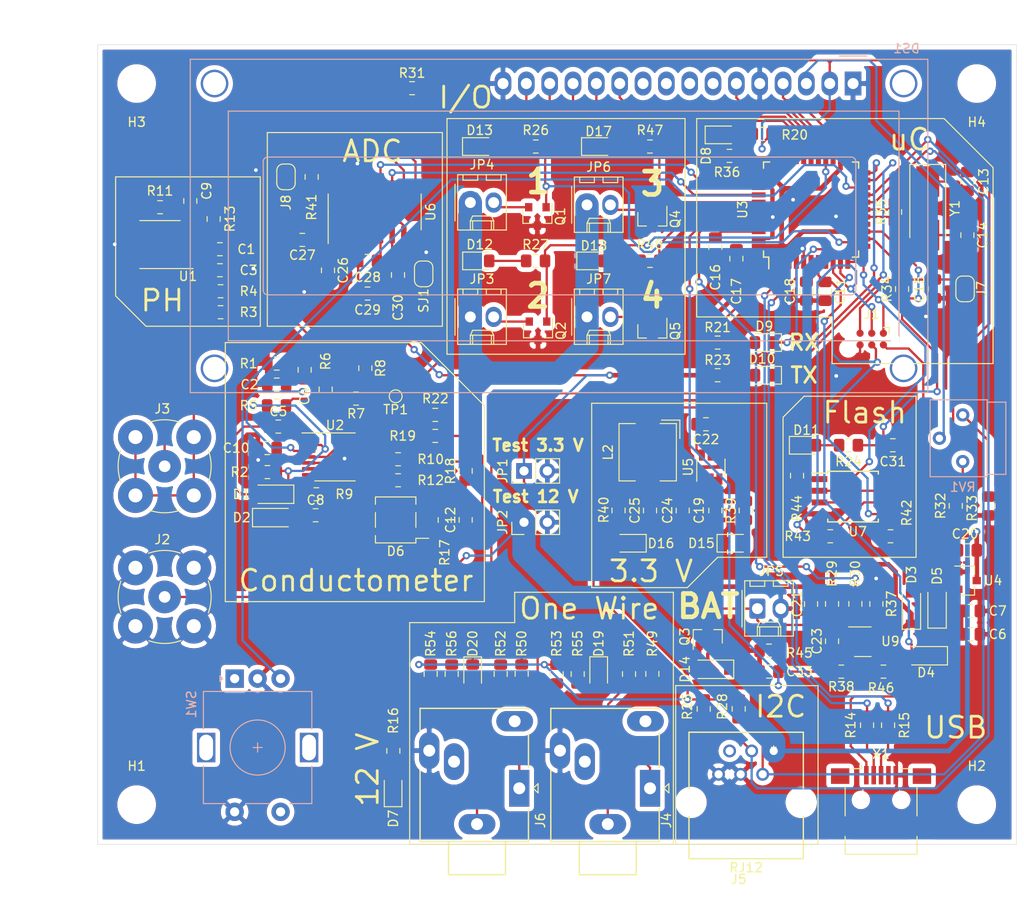
<source format=kicad_pcb>
(kicad_pcb (version 20171130) (host pcbnew 5.1.6-c6e7f7d~86~ubuntu18.04.1)
  (title_block (title pHMeter) (date 2020-06-09) (rev 0.1))
  (layers (0 F.Cu signal) (31 B.Cu signal) (34 B.Paste user) (35 F.Paste user) (36 B.SilkS user) (37 F.SilkS user) (38 B.Mask user) (39 F.Mask user) (44 Edge.Cuts user))
  (net 0 "")
  (net 1 3.3V)
  (net 2 GND)
  (net 3 "Net-(C2-Pad2)")
  (net 4 "Net-(C3-Pad1)")
  (net 5 "Net-(C4-Pad1)")
  (net 6 "Net-(C5-Pad1)")
  (net 7 "Net-(C5-Pad2)")
  (net 8 12V)
  (net 9 "Net-(C8-Pad1)")
  (net 10 "Net-(C8-Pad2)")
  (net 11 B+)
  (net 12 VUSB)
  (net 13 "Net-(C12-Pad1)")
  (net 14 "Net-(C12-Pad2)")
  (net 15 "Net-(C13-Pad1)")
  (net 16 "Net-(C14-Pad1)")
  (net 17 RESET)
  (net 18 AREF)
  (net 19 "Net-(C18-Pad1)")
  (net 20 VDD)
  (net 21 "Net-(C22-Pad2)")
  (net 22 "Net-(C22-Pad1)")
  (net 23 "/24bits ADC/LGND")
  (net 24 "Net-(C30-Pad2)")
  (net 25 "Net-(D1-Pad1)")
  (net 26 "Net-(D3-Pad2)")
  (net 27 "Net-(D6-Pad3)")
  (net 28 "Net-(D6-Pad4)")
  (net 29 "Net-(D8-Pad2)")
  (net 30 "Net-(D9-Pad2)")
  (net 31 "Net-(DS1-Pad3)")
  (net 32 A6)
  (net 33 D6)
  (net 34 "Net-(DS1-Pad7)")
  (net 35 "Net-(DS1-Pad8)")
  (net 36 "Net-(DS1-Pad9)")
  (net 37 "Net-(DS1-Pad10)")
  (net 38 D9)
  (net 39 D11)
  (net 40 D5)
  (net 41 A4)
  (net 42 "Net-(DS1-Pad15)")
  (net 43 MISO)
  (net 44 SCK)
  (net 45 MOSI)
  (net 46 "Net-(J2-Pad1)")
  (net 47 "Net-(J3-Pad2)")
  (net 48 "Net-(J3-Pad1)")
  (net 49 SCL)
  (net 50 SDA)
  (net 51 "Net-(J5-Pad5)")
  (net 52 "Net-(J8-Pad2)")
  (net 53 "Net-(JP3-Pad2)")
  (net 54 "Net-(JP4-Pad2)")
  (net 55 D8)
  (net 56 D12)
  (net 57 "Net-(R7-Pad1)")
  (net 58 "Net-(R11-Pad2)")
  (net 59 B-)
  (net 60 USB_N)
  (net 61 "Net-(R14-Pad2)")
  (net 62 USB_P)
  (net 63 "Net-(R15-Pad2)")
  (net 64 "Net-(R18-Pad2)")
  (net 65 "Net-(R19-Pad2)")
  (net 66 D13)
  (net 67 A+)
  (net 68 HWB)
  (net 69 "Net-(R32-Pad2)")
  (net 70 D10)
  (net 71 D7)
  (net 72 RXLED)
  (net 73 RX)
  (net 74 TX)
  (net 75 TXLED)
  (net 76 A0)
  (net 77 A1)
  (net 78 A2)
  (net 79 A3)
  (net 80 A5)
  (net 81 "Net-(X1-Pad4)")
  (net 82 "Net-(D7-Pad2)")
  (net 83 "Net-(D10-Pad2)")
  (net 84 "Net-(D11-Pad2)")
  (net 85 "Net-(D12-Pad2)")
  (net 86 "Net-(D13-Pad2)")
  (net 87 "Net-(D15-Pad2)")
  (net 88 "Net-(D16-Pad2)")
  (net 89 "Net-(R33-Pad1)")
  (net 90 "Net-(R43-Pad2)")
  (net 91 "Net-(R44-Pad1)")
  (net 92 "Net-(U6-Pad2)")
  (net 93 "Net-(U6-Pad13)")
  (net 94 "Net-(C6-Pad1)")
  (net 95 VBAT)
  (net 96 "Net-(C23-Pad1)")
  (net 97 "Net-(D17-Pad2)")
  (net 98 "Net-(D18-Pad2)")
  (net 99 "Net-(JP6-Pad2)")
  (net 100 "Net-(JP7-Pad2)")
  (net 101 "Net-(R30-Pad1)")
  (net 102 "Net-(R37-Pad2)")
  (net 103 "Net-(J4-PadRN)")
  (net 104 "Net-(J4-PadTN)")
  (net 105 "Net-(J4-PadT)")
  (net 106 "Net-(J6-PadT)")
  (net 107 "Net-(J6-PadTN)")
  (net 108 "Net-(J6-PadRN)")
  (net 109 "Net-(D19-Pad2)")
  (net 110 "Net-(D19-Pad1)")
  (net 111 "Net-(D20-Pad1)")
  (net 112 "Net-(D20-Pad2)")
  (module Resistor_SMD:R_0805_2012Metric_Pad1.15x1.40mm_HandSolder (layer F.Cu) (at 276.352 111.769 270)
    (fp_text reference R33 (at 0.245 1.778 90) (layer F.SilkS))
    (fp_text value 100)
    (pad 1 smd roundrect (at -1.025 0 270) (size 1.15 1.4) (layers F.Cu F.Paste F.Mask) (roundrect_rratio 0.217391) (net 89 "Net-(R33-Pad1)"))
    (pad 2 smd roundrect (at 1.025 0 270) (size 1.15 1.4) (layers F.Cu F.Paste F.Mask) (roundrect_rratio 0.217391) (net 2 GND))
  )
  (module Capacitor_SMD:C_0805_2012Metric_Pad1.15x1.40mm_HandSolder (layer F.Cu) (at 258.572 88.401 270)
    (fp_text reference C11 (at 0 -1.65 90) (layer F.SilkS))
    (fp_text value 10u)
    (pad 2 smd roundrect (at 1.025 0 270) (size 1.15 1.4) (layers F.Cu F.Paste F.Mask) (roundrect_rratio 0.217391) (net 2 GND))
    (pad 1 smd roundrect (at -1.025 0 270) (size 1.15 1.4) (layers F.Cu F.Paste F.Mask) (roundrect_rratio 0.217391) (net 12 VUSB))
  )
  (module TestPoint:TestPoint_Pad_D1.0mm (layer F.Cu) (at 211.836 99.822 180)
    (fp_text reference TP1 (at 0 -1.448) (layer F.SilkS))
    (fp_text value TestPoint)
    (pad 1 smd circle (at 0 0 180) (size 1 1) (layers F.Cu F.Mask) (net 57 "Net-(R7-Pad1)"))
  )
  (module LED_SMD:LED_0805_2012Metric_Pad1.15x1.40mm_HandSolder (layer F.Cu) (at 248.675 115.824)
    (fp_text reference D15 (at -3.565 0) (layer F.SilkS))
    (fp_text value RED)
    (pad 1 smd roundrect (at -1.025 0) (size 1.15 1.4) (layers F.Cu F.Paste F.Mask) (roundrect_rratio 0.217391) (net 2 GND))
    (pad 2 smd roundrect (at 1.025 0) (size 1.15 1.4) (layers F.Cu F.Paste F.Mask) (roundrect_rratio 0.217391) (net 87 "Net-(D15-Pad2)"))
  )
  (module Capacitor_SMD:C_0805_2012Metric_Pad1.15x1.40mm_HandSolder (layer F.Cu) (at 246.634 112.259 270)
    (fp_text reference C19 (at 0 1.778 90) (layer F.SilkS))
    (fp_text value 10u)
    (pad 1 smd roundrect (at -1.025 0 270) (size 1.15 1.4) (layers F.Cu F.Paste F.Mask) (roundrect_rratio 0.217391) (net 95 VBAT))
    (pad 2 smd roundrect (at 1.025 0 270) (size 1.15 1.4) (layers F.Cu F.Paste F.Mask) (roundrect_rratio 0.217391) (net 2 GND))
  )
  (module Connector_PinHeader_2.54mm:PinHeader_1x02_P2.54mm_Vertical (layer F.Cu) (at 225.806 113.538 90)
    (fp_text reference JP2 (at 0 -2.33 90) (layer F.SilkS))
    (fp_text value JP1E)
    (pad 1 thru_hole rect (at 0 0 90) (size 1.7 1.7) (drill 1) (layers *.Cu *.Mask) (net 8 12V))
    (pad 2 thru_hole oval (at 0 2.54 90) (size 1.7 1.7) (drill 1) (layers *.Cu *.Mask) (net 2 GND))
  )
  (module Capacitor_SMD:C_0805_2012Metric_Pad1.15x1.40mm_HandSolder (layer F.Cu) (at 239.522 112.259 90)
    (fp_text reference C25 (at 0 -1.65 90) (layer F.SilkS))
    (fp_text value 22u)
    (pad 2 smd roundrect (at 1.025 0 90) (size 1.15 1.4) (layers F.Cu F.Paste F.Mask) (roundrect_rratio 0.217391) (net 1 3.3V))
    (pad 1 smd roundrect (at -1.025 0 90) (size 1.15 1.4) (layers F.Cu F.Paste F.Mask) (roundrect_rratio 0.217391) (net 2 GND))
  )
  (module LED_SMD:LED_0805_2012Metric_Pad1.15x1.40mm_HandSolder (layer F.Cu) (at 237.245 115.824 180)
    (fp_text reference D16 (at -3.4708 -0.0127) (layer F.SilkS))
    (fp_text value RED)
    (pad 2 smd roundrect (at 1.025 0 180) (size 1.15 1.4) (layers F.Cu F.Paste F.Mask) (roundrect_rratio 0.217391) (net 88 "Net-(D16-Pad2)"))
    (pad 1 smd roundrect (at -1.025 0 180) (size 1.15 1.4) (layers F.Cu F.Paste F.Mask) (roundrect_rratio 0.217391) (net 2 GND))
  )
  (module Capacitor_SMD:C_0805_2012Metric_Pad1.15x1.40mm_HandSolder (layer F.Cu) (at 245.609 102.87 180)
    (fp_text reference C22 (at 0 -1.65) (layer F.SilkS))
    (fp_text value 100n)
    (pad 2 smd roundrect (at 1.025 0 180) (size 1.15 1.4) (layers F.Cu F.Paste F.Mask) (roundrect_rratio 0.217391) (net 21 "Net-(C22-Pad2)"))
    (pad 1 smd roundrect (at -1.025 0 180) (size 1.15 1.4) (layers F.Cu F.Paste F.Mask) (roundrect_rratio 0.217391) (net 22 "Net-(C22-Pad1)"))
  )
  (module Connector_PinHeader_2.54mm:PinHeader_1x02_P2.54mm_Vertical (layer F.Cu) (at 225.806 107.95 90)
    (fp_text reference JP1 (at 0 -2.33 90) (layer F.SilkS))
    (fp_text value JP1E)
    (pad 2 thru_hole oval (at 0 2.54 90) (size 1.7 1.7) (drill 1) (layers *.Cu *.Mask) (net 2 GND))
    (pad 1 thru_hole rect (at 0 0 90) (size 1.7 1.7) (drill 1) (layers *.Cu *.Mask) (net 1 3.3V))
  )
  (module Inductor_SMD:L_TDK_SLF6028 (layer F.Cu) (at 239.268 105.918 270)
    (fp_text reference L2 (at 0 4.318 90) (layer F.SilkS))
    (fp_text value 3.9u)
    (fp_text user "" (at -49 0.05 90) (layer F.SilkS) (effects (font (size 3 3))))
    (pad 1 smd roundrect (at -2.75 0 270) (size 1.5 2.2) (layers F.Cu F.Paste F.Mask) (net 22 "Net-(C22-Pad1)"))
    (pad 2 smd roundrect (at 2.75 0 270) (size 1.5 2.2) (layers F.Cu F.Paste F.Mask) (net 1 3.3V))
  )
  (module Capacitor_SMD:C_0805_2012Metric_Pad1.15x1.40mm_HandSolder (layer F.Cu) (at 243.078 112.259 90)
    (fp_text reference C24 (at 0 -1.65 90) (layer F.SilkS))
    (fp_text value 22u)
    (pad 2 smd roundrect (at 1.025 0 90) (size 1.15 1.4) (layers F.Cu F.Paste F.Mask) (roundrect_rratio 0.217391) (net 1 3.3V))
    (pad 1 smd roundrect (at -1.025 0 90) (size 1.15 1.4) (layers F.Cu F.Paste F.Mask) (roundrect_rratio 0.217391) (net 2 GND))
  )
  (module Resistor_SMD:R_0805_2012Metric_Pad1.15x1.40mm_HandSolder (layer F.Cu) (at 249.936 112.259 270)
    (fp_text reference R39 (at 0.0344 1.6002 90) (layer F.SilkS))
    (fp_text value 10k)
    (pad 2 smd roundrect (at 1.025 0 270) (size 1.15 1.4) (layers F.Cu F.Paste F.Mask) (roundrect_rratio 0.217391) (net 87 "Net-(D15-Pad2)"))
    (pad 1 smd roundrect (at -1.025 0 270) (size 1.15 1.4) (layers F.Cu F.Paste F.Mask) (roundrect_rratio 0.217391) (net 95 VBAT))
  )
  (module Resistor_SMD:R_0805_2012Metric_Pad1.15x1.40mm_HandSolder (layer F.Cu) (at 236.093 112.2516 270)
    (fp_text reference R40 (at -0.0598 1.6002 90) (layer F.SilkS))
    (fp_text value 1k)
    (pad 1 smd roundrect (at -1.025 0 270) (size 1.15 1.4) (layers F.Cu F.Paste F.Mask) (roundrect_rratio 0.217391) (net 1 3.3V))
    (pad 2 smd roundrect (at 1.025 0 270) (size 1.15 1.4) (layers F.Cu F.Paste F.Mask) (roundrect_rratio 0.217391) (net 88 "Net-(D16-Pad2)"))
  )
  (module Package_TO_SOT_SMD:TSOT-23-6 (layer F.Cu) (at 246.121001 107.530999 90)
    (fp_text reference U5 (at 0 -2.45 90) (layer F.SilkS))
    (fp_text value AP63203WU-7)
    (pad 1 smd rect (at -1.31 -0.95 90) (size 1.22 0.65) (layers F.Cu F.Paste F.Mask) (net 1 3.3V))
    (pad 2 smd rect (at -1.31 0 90) (size 1.22 0.65) (layers F.Cu F.Paste F.Mask) (net 95 VBAT))
    (pad 3 smd rect (at -1.31 0.95 90) (size 1.22 0.65) (layers F.Cu F.Paste F.Mask) (net 95 VBAT))
    (pad 4 smd rect (at 1.31 0.95 90) (size 1.22 0.65) (layers F.Cu F.Paste F.Mask) (net 2 GND))
    (pad 5 smd rect (at 1.31 0 90) (size 1.22 0.65) (layers F.Cu F.Paste F.Mask) (net 22 "Net-(C22-Pad1)"))
    (pad 6 smd rect (at 1.31 -0.95 90) (size 1.22 0.65) (layers F.Cu F.Paste F.Mask) (net 21 "Net-(C22-Pad2)"))
  )
  (module Capacitor_SMD:C_0805_2012Metric_Pad1.15x1.40mm_HandSolder (layer F.Cu) (at 204.47 86.115 270)
    (fp_text reference C26 (at 0 -1.65 90) (layer F.SilkS))
    (fp_text value 100nF)
    (pad 2 smd roundrect (at 1.025 0 270) (size 1.15 1.4) (layers F.Cu F.Paste F.Mask) (roundrect_rratio 0.217391) (net 2 GND))
    (pad 1 smd roundrect (at -1.025 0 270) (size 1.15 1.4) (layers F.Cu F.Paste F.Mask) (roundrect_rratio 0.217391) (net 1 3.3V))
  )
  (module Capacitor_SMD:C_0805_2012Metric_Pad1.15x1.40mm_HandSolder (layer F.Cu) (at 201.676 82.804 180)
    (fp_text reference C27 (at 0 -1.65) (layer F.SilkS))
    (fp_text value 10uF)
    (pad 2 smd roundrect (at 1.025 0 180) (size 1.15 1.4) (layers F.Cu F.Paste F.Mask) (roundrect_rratio 0.217391) (net 2 GND))
    (pad 1 smd roundrect (at -1.025 0 180) (size 1.15 1.4) (layers F.Cu F.Paste F.Mask) (roundrect_rratio 0.217391) (net 1 3.3V))
  )
  (module Capacitor_SMD:C_0805_2012Metric_Pad1.15x1.40mm_HandSolder (layer F.Cu) (at 208.779 85.09)
    (fp_text reference C28 (at 0.009 1.778) (layer F.SilkS))
    (fp_text value 100nF)
    (pad 2 smd roundrect (at 1.025 0) (size 1.15 1.4) (layers F.Cu F.Paste F.Mask) (roundrect_rratio 0.217391) (net 23 "/24bits ADC/LGND"))
    (pad 1 smd roundrect (at -1.025 0) (size 1.15 1.4) (layers F.Cu F.Paste F.Mask) (roundrect_rratio 0.217391) (net 1 3.3V))
  )
  (module Capacitor_SMD:C_0805_2012Metric_Pad1.15x1.40mm_HandSolder (layer F.Cu) (at 208.779 88.646)
    (fp_text reference C29 (at 0 1.778) (layer F.SilkS))
    (fp_text value 10uF)
    (pad 1 smd roundrect (at -1.025 0) (size 1.15 1.4) (layers F.Cu F.Paste F.Mask) (roundrect_rratio 0.217391) (net 1 3.3V))
    (pad 2 smd roundrect (at 1.025 0) (size 1.15 1.4) (layers F.Cu F.Paste F.Mask) (roundrect_rratio 0.217391) (net 23 "/24bits ADC/LGND"))
  )
  (module Capacitor_SMD:C_0805_2012Metric_Pad1.15x1.40mm_HandSolder (layer F.Cu) (at 212.09 86.623 90)
    (fp_text reference C30 (at -3.547 0 90) (layer F.SilkS))
    (fp_text value 100nF)
    (pad 1 smd roundrect (at -1.025 0 90) (size 1.15 1.4) (layers F.Cu F.Paste F.Mask) (roundrect_rratio 0.217391) (net 23 "/24bits ADC/LGND"))
    (pad 2 smd roundrect (at 1.025 0 90) (size 1.15 1.4) (layers F.Cu F.Paste F.Mask) (roundrect_rratio 0.217391) (net 24 "Net-(C30-Pad2)"))
  )
  (module Capacitor_SMD:C_0805_2012Metric_Pad1.15x1.40mm_HandSolder (layer F.Cu) (at 265.947 105.156)
    (fp_text reference C31 (at 0 1.778) (layer F.SilkS))
    (fp_text value 10u)
    (pad 1 smd roundrect (at -1.025 0) (size 1.15 1.4) (layers F.Cu F.Paste F.Mask) (roundrect_rratio 0.217391) (net 1 3.3V))
    (pad 2 smd roundrect (at 1.025 0) (size 1.15 1.4) (layers F.Cu F.Paste F.Mask) (roundrect_rratio 0.217391) (net 2 GND))
  )
  (module Diode_SMD:D_SOD-123 (layer F.Cu) (at 198.5 110.49 180)
    (fp_text reference D1 (at 3.428 0) (layer F.SilkS))
    (fp_text value D)
    (pad 2 smd rect (at 1.65 0 180) (size 0.9 1.2) (layers F.Cu F.Paste F.Mask) (net 6 "Net-(C5-Pad1)"))
    (pad 1 smd rect (at -1.65 0 180) (size 0.9 1.2) (layers F.Cu F.Paste F.Mask) (net 25 "Net-(D1-Pad1)"))
  )
  (module Diode_SMD:D_SOD-123 (layer F.Cu) (at 198.502 113.03)
    (fp_text reference D2 (at -3.43 0) (layer F.SilkS))
    (fp_text value D)
    (pad 1 smd rect (at -1.65 0) (size 0.9 1.2) (layers F.Cu F.Paste F.Mask) (net 6 "Net-(C5-Pad1)"))
    (pad 2 smd rect (at 1.65 0) (size 0.9 1.2) (layers F.Cu F.Paste F.Mask) (net 25 "Net-(D1-Pad1)"))
  )
  (module Diode_SMD:D_SOD-123 (layer F.Cu) (at 267.97 122.936 90)
    (fp_text reference D3 (at 3.684 0 90) (layer F.SilkS))
    (fp_text value D_Schottky)
    (pad 1 smd rect (at -1.65 0 90) (size 0.9 1.2) (layers F.Cu F.Paste F.Mask) (net 20 VDD))
    (pad 2 smd rect (at 1.65 0 90) (size 0.9 1.2) (layers F.Cu F.Paste F.Mask) (net 26 "Net-(D3-Pad2)"))
  )
  (module Diode_SMD:D_SOD-123 (layer F.Cu) (at 269.6464 128.0668 180)
    (fp_text reference D4 (at 0.0762 -1.8288) (layer F.SilkS))
    (fp_text value D_Schottky)
    (pad 2 smd rect (at 1.65 0 180) (size 0.9 1.2) (layers F.Cu F.Paste F.Mask) (net 12 VUSB))
    (pad 1 smd rect (at -1.65 0 180) (size 0.9 1.2) (layers F.Cu F.Paste F.Mask) (net 20 VDD))
  )
  (module Diode_SMD:D_SOD-123 (layer F.Cu) (at 270.764 122.81 90)
    (fp_text reference D5 (at 3.429 0 90) (layer F.SilkS))
    (fp_text value D_Schottky)
    (pad 2 smd rect (at 1.65 0 90) (size 0.9 1.2) (layers F.Cu F.Paste F.Mask) (net 94 "Net-(C6-Pad1)"))
    (pad 1 smd rect (at -1.65 0 90) (size 0.9 1.2) (layers F.Cu F.Paste F.Mask) (net 20 VDD))
  )
  (module Package_TO_SOT_SMD:TO-269AA (layer F.Cu) (at 211.836 113.284 180)
    (fp_text reference D6 (at 0 -3.4) (layer F.SilkS))
    (fp_text value MB2S)
    (pad 4 smd rect (at 3.075 -1.27 180) (size 1 0.8) (layers F.Cu F.Paste F.Mask) (net 28 "Net-(D6-Pad4)"))
    (pad 3 smd rect (at 3.075 1.27 180) (size 1 0.8) (layers F.Cu F.Paste F.Mask) (net 27 "Net-(D6-Pad3)"))
    (pad 2 smd rect (at -3.075 1.27 180) (size 1 0.8) (layers F.Cu F.Paste F.Mask) (net 14 "Net-(C12-Pad2)"))
    (pad 1 smd rect (at -3.075 -1.27 180) (size 1 0.8) (layers F.Cu F.Paste F.Mask) (net 13 "Net-(C12-Pad1)"))
  )
  (module Display:WC1602A (layer B.Cu) (at 261.62 65.786 180)
    (fp_text reference DS1 (at -5.82 3.81 180) (layer B.SilkS) (effects (justify mirror)))
    (fp_text value WC1602A)
    (pad 1 thru_hole rect (at 0 0 180) (size 1.8 2.6) (drill 1.2) (layers *.Cu *.Mask) (net 2 GND))
    (pad 2 thru_hole oval (at 2.54 0 180) (size 1.8 2.6) (drill 1.2) (layers *.Cu *.Mask) (net 66 D13))
    (pad 3 thru_hole oval (at 5.08 0 180) (size 1.8 2.6) (drill 1.2) (layers *.Cu *.Mask) (net 31 "Net-(DS1-Pad3)"))
    (pad 4 thru_hole oval (at 7.62 0 180) (size 1.8 2.6) (drill 1.2) (layers *.Cu *.Mask) (net 32 A6))
    (pad 5 thru_hole oval (at 10.16 0 180) (size 1.8 2.6) (drill 1.2) (layers *.Cu *.Mask) (net 2 GND))
    (pad 6 thru_hole oval (at 12.7 0 180) (size 1.8 2.6) (drill 1.2) (layers *.Cu *.Mask) (net 33 D6))
    (pad 7 thru_hole oval (at 15.24 0 180) (size 1.8 2.6) (drill 1.2) (layers *.Cu *.Mask) (net 34 "Net-(DS1-Pad7)"))
    (pad 8 thru_hole oval (at 17.78 0 180) (size 1.8 2.6) (drill 1.2) (layers *.Cu *.Mask) (net 35 "Net-(DS1-Pad8)"))
    (pad 9 thru_hole oval (at 20.32 0 180) (size 1.8 2.6) (drill 1.2) (layers *.Cu *.Mask) (net 36 "Net-(DS1-Pad9)"))
    (pad 10 thru_hole oval (at 22.86 0 180) (size 1.8 2.6) (drill 1.2) (layers *.Cu *.Mask) (net 37 "Net-(DS1-Pad10)"))
    (pad 11 thru_hole oval (at 25.4 0 180) (size 1.8 2.6) (drill 1.2) (layers *.Cu *.Mask) (net 55 D8))
    (pad 12 thru_hole oval (at 27.94 0 180) (size 1.8 2.6) (drill 1.2) (layers *.Cu *.Mask) (net 38 D9))
    (pad 13 thru_hole oval (at 30.48 0 180) (size 1.8 2.6) (drill 1.2) (layers *.Cu *.Mask) (net 70 D10))
    (pad 14 thru_hole oval (at 33.02 0 180) (size 1.8 2.6) (drill 1.2) (layers *.Cu *.Mask) (net 40 D5))
    (pad 15 thru_hole oval (at 35.56 0 180) (size 1.8 2.6) (drill 1.2) (layers *.Cu *.Mask) (net 42 "Net-(DS1-Pad15)"))
    (pad 16 thru_hole oval (at 38.1 0 180) (size 1.8 2.6) (drill 1.2) (layers *.Cu *.Mask) (net 2 GND))
    (pad "" thru_hole circle (at -5.4991 0 180) (size 3 3) (drill 2.5) (layers *.Cu *.Mask))
    (pad "" thru_hole circle (at -5.4991 -31.0007 180) (size 3 3) (drill 2.5) (layers *.Cu *.Mask))
    (pad "" thru_hole circle (at 69.49948 -31.0007 180) (size 3 3) (drill 2.5) (layers *.Cu *.Mask))
    (pad "" thru_hole circle (at 69.5 0 180) (size 3 3) (drill 2.5) (layers *.Cu *.Mask))
  )
  (module Connector:Tag-Connect_TC2030-IDC-NL_2x03_P1.27mm_Vertical (layer F.Cu) (at 263.652 93.599 180)
    (fp_text reference J1 (at 0 2.7) (layer F.SilkS))
    (fp_text value Conn_02x03_Odd_Even)
    (pad "" np_thru_hole circle (at 2.54 -1.016 180) (size 0.9906 0.9906) (drill 0.9906) (layers *.Cu *.Mask))
    (pad "" np_thru_hole circle (at 2.54 1.016 180) (size 0.9906 0.9906) (drill 0.9906) (layers *.Cu *.Mask))
    (pad "" np_thru_hole circle (at -2.54 0 180) (size 0.9906 0.9906) (drill 0.9906) (layers *.Cu *.Mask))
    (pad 1 connect circle (at -1.27 0.635 180) (size 0.7874 0.7874) (layers F.Cu F.Mask) (net 43 MISO))
    (pad 2 connect circle (at -1.27 -0.635 180) (size 0.7874 0.7874) (layers F.Cu F.Mask) (net 26 "Net-(D3-Pad2)"))
    (pad 3 connect circle (at 0 0.635 180) (size 0.7874 0.7874) (layers F.Cu F.Mask) (net 44 SCK))
    (pad 4 connect circle (at 0 -0.635 180) (size 0.7874 0.7874) (layers F.Cu F.Mask) (net 45 MOSI))
    (pad 5 connect circle (at 1.27 0.635 180) (size 0.7874 0.7874) (layers F.Cu F.Mask) (net 17 RESET))
    (pad 6 connect circle (at 1.27 -0.635 180) (size 0.7874 0.7874) (layers F.Cu F.Mask) (net 2 GND))
  )
  (module Connector_Coaxial:BNC_TEConnectivity_1478204_Vertical (layer F.Cu) (at 186.69 121.666)
    (fp_text reference J2 (at -0.25 -6.25) (layer F.SilkS))
    (fp_text value Conn_Coaxial_Power)
    (pad 2 thru_hole circle (at -3.175 -3.175) (size 3.81 3.81) (drill 1.524) (layers *.Cu *.Mask) (net 2 GND))
    (pad 1 thru_hole circle (at 0 0) (size 3.556 3.556) (drill 1.27) (layers *.Cu *.Mask) (net 46 "Net-(J2-Pad1)"))
    (pad 2 thru_hole circle (at 3.175 -3.175) (size 3.81 3.81) (drill 1.524) (layers *.Cu *.Mask) (net 2 GND))
    (pad 2 thru_hole circle (at -3.175 3.175) (size 3.81 3.81) (drill 1.524) (layers *.Cu *.Mask) (net 2 GND))
    (pad 2 thru_hole circle (at 3.175 3.175) (size 3.81 3.81) (drill 1.524) (layers *.Cu *.Mask) (net 2 GND))
  )
  (module Connector_Coaxial:BNC_TEConnectivity_1478204_Vertical (layer F.Cu) (at 186.69 107.442)
    (fp_text reference J3 (at -0.25 -6.25) (layer F.SilkS))
    (fp_text value Conn_Coaxial_Power)
    (pad 2 thru_hole circle (at 3.175 3.175) (size 3.81 3.81) (drill 1.524) (layers *.Cu *.Mask) (net 47 "Net-(J3-Pad2)"))
    (pad 2 thru_hole circle (at -3.175 3.175) (size 3.81 3.81) (drill 1.524) (layers *.Cu *.Mask) (net 47 "Net-(J3-Pad2)"))
    (pad 2 thru_hole circle (at 3.175 -3.175) (size 3.81 3.81) (drill 1.524) (layers *.Cu *.Mask) (net 47 "Net-(J3-Pad2)"))
    (pad 1 thru_hole circle (at 0 0) (size 3.556 3.556) (drill 1.27) (layers *.Cu *.Mask) (net 48 "Net-(J3-Pad1)"))
    (pad 2 thru_hole circle (at -3.175 -3.175) (size 3.81 3.81) (drill 1.524) (layers *.Cu *.Mask) (net 47 "Net-(J3-Pad2)"))
  )
  (module Jumper:SolderJumper-2_P1.3mm_Open_RoundedPad1.0x1.5mm (layer F.Cu) (at 199.898 75.946 90)
    (fp_text reference J8 (at -2.794 0 90) (layer F.SilkS))
    (fp_text value SJ)
    (pad 2 smd custom (at 0.65 0 90) (size 1 0.5) (layers F.Cu F.Mask) (net 52 "Net-(J8-Pad2)") (options (clearance outline) (anchor rect)) (primitives (gr_circle (center 0 0.25) (end 0.5 0.25) (width 0)) (gr_circle (center 0 -0.25) (end 0.5 -0.25) (width 0)) (gr_poly (pts (xy 0 -0.75) (xy -0.5 -0.75) (xy -0.5 0.75) (xy 0 0.75)) (width 0))))
    (pad 1 smd custom (at -0.65 0 90) (size 1 0.5) (layers F.Cu F.Mask) (net 2 GND) (options (clearance outline) (anchor rect)) (primitives (gr_circle (center 0 0.25) (end 0.5 0.25) (width 0)) (gr_circle (center 0 -0.25) (end 0.5 -0.25) (width 0)) (gr_poly (pts (xy 0 -0.75) (xy 0.5 -0.75) (xy 0.5 0.75) (xy 0 0.75)) (width 0))))
  )
  (module Resistor_SMD:R_0805_2012Metric_Pad1.15x1.40mm_HandSolder (layer F.Cu) (at 198.891 96.266 180)
    (fp_text reference R1 (at 3.057 0) (layer F.SilkS))
    (fp_text value 1k)
    (pad 1 smd roundrect (at -1.025 0 180) (size 1.15 1.4) (layers F.Cu F.Paste F.Mask) (roundrect_rratio 0.217391) (net 3 "Net-(C2-Pad2)"))
    (pad 2 smd roundrect (at 1.025 0 180) (size 1.15 1.4) (layers F.Cu F.Paste F.Mask) (roundrect_rratio 0.217391) (net 2 GND))
  )
  (module Resistor_SMD:R_0805_2012Metric_Pad1.15x1.40mm_HandSolder (layer F.Cu) (at 197.875 108.077 180)
    (fp_text reference R2 (at 3.039 0) (layer F.SilkS))
    (fp_text value 10k)
    (pad 1 smd roundrect (at -1.025 0 180) (size 1.15 1.4) (layers F.Cu F.Paste F.Mask) (roundrect_rratio 0.217391) (net 25 "Net-(D1-Pad1)"))
    (pad 2 smd roundrect (at 1.025 0 180) (size 1.15 1.4) (layers F.Cu F.Paste F.Mask) (roundrect_rratio 0.217391) (net 2 GND))
  )
  (module Resistor_SMD:R_0805_2012Metric_Pad1.15x1.40mm_HandSolder (layer F.Cu) (at 192.777 90.678)
    (fp_text reference R3 (at 3.057 0) (layer F.SilkS))
    (fp_text value 10k)
    (pad 2 smd roundrect (at 1.025 0) (size 1.15 1.4) (layers F.Cu F.Paste F.Mask) (roundrect_rratio 0.217391) (net 1 3.3V))
    (pad 1 smd roundrect (at -1.025 0) (size 1.15 1.4) (layers F.Cu F.Paste F.Mask) (roundrect_rratio 0.217391) (net 4 "Net-(C3-Pad1)"))
  )
  (module Resistor_SMD:R_0805_2012Metric_Pad1.15x1.40mm_HandSolder (layer F.Cu) (at 192.777 88.392)
    (fp_text reference R4 (at 3.057 0) (layer F.SilkS))
    (fp_text value 10k)
    (pad 1 smd roundrect (at -1.025 0) (size 1.15 1.4) (layers F.Cu F.Paste F.Mask) (roundrect_rratio 0.217391) (net 4 "Net-(C3-Pad1)"))
    (pad 2 smd roundrect (at 1.025 0) (size 1.15 1.4) (layers F.Cu F.Paste F.Mask) (roundrect_rratio 0.217391) (net 2 GND))
  )
  (module Resistor_SMD:R_0805_2012Metric_Pad1.15x1.40mm_HandSolder (layer F.Cu) (at 198.873 100.838 180)
    (fp_text reference R5 (at 3.039 0) (layer F.SilkS))
    (fp_text value 22k)
    (pad 1 smd roundrect (at -1.025 0 180) (size 1.15 1.4) (layers F.Cu F.Paste F.Mask) (roundrect_rratio 0.217391) (net 7 "Net-(C5-Pad2)"))
    (pad 2 smd roundrect (at 1.025 0 180) (size 1.15 1.4) (layers F.Cu F.Paste F.Mask) (roundrect_rratio 0.217391) (net 25 "Net-(D1-Pad1)"))
  )
  (module Resistor_SMD:R_0805_2012Metric_Pad1.15x1.40mm_HandSolder (layer F.Cu) (at 204.216 99.069 90)
    (fp_text reference R6 (at 3.057 0 90) (layer F.SilkS))
    (fp_text value 1k)
    (pad 2 smd roundrect (at 1.025 0 90) (size 1.15 1.4) (layers F.Cu F.Paste F.Mask) (roundrect_rratio 0.217391) (net 5 "Net-(C4-Pad1)"))
    (pad 1 smd roundrect (at -1.025 0 90) (size 1.15 1.4) (layers F.Cu F.Paste F.Mask) (roundrect_rratio 0.217391) (net 7 "Net-(C5-Pad2)"))
  )
  (module Resistor_SMD:R_0805_2012Metric_Pad1.15x1.40mm_HandSolder (layer F.Cu) (at 207.527 100.076 180)
    (fp_text reference R7 (at 0 -1.65) (layer F.SilkS))
    (fp_text value 1k)
    (pad 2 smd roundrect (at 1.025 0 180) (size 1.15 1.4) (layers F.Cu F.Paste F.Mask) (roundrect_rratio 0.217391) (net 7 "Net-(C5-Pad2)"))
    (pad 1 smd roundrect (at -1.025 0 180) (size 1.15 1.4) (layers F.Cu F.Paste F.Mask) (roundrect_rratio 0.217391) (net 57 "Net-(R7-Pad1)"))
  )
  (module Resistor_SMD:R_0805_2012Metric_Pad1.15x1.40mm_HandSolder (layer F.Cu) (at 208.534 96.765 270)
    (fp_text reference R8 (at 0 -1.65 90) (layer F.SilkS))
    (fp_text value 1k)
    (pad 1 smd roundrect (at -1.025 0 270) (size 1.15 1.4) (layers F.Cu F.Paste F.Mask) (roundrect_rratio 0.217391) (net 2 GND))
    (pad 2 smd roundrect (at 1.025 0 270) (size 1.15 1.4) (layers F.Cu F.Paste F.Mask) (roundrect_rratio 0.217391) (net 57 "Net-(R7-Pad1)"))
  )
  (module Resistor_SMD:R_0805_2012Metric_Pad1.15x1.40mm_HandSolder (layer F.Cu) (at 203.209 110.49)
    (fp_text reference R9 (at 3.039 0) (layer F.SilkS))
    (fp_text value 1k)
    (pad 2 smd roundrect (at 1.025 0) (size 1.15 1.4) (layers F.Cu F.Paste F.Mask) (roundrect_rratio 0.217391) (net 46 "Net-(J2-Pad1)"))
    (pad 1 smd roundrect (at -1.025 0) (size 1.15 1.4) (layers F.Cu F.Paste F.Mask) (roundrect_rratio 0.217391) (net 9 "Net-(C8-Pad1)"))
  )
  (module Resistor_SMD:R_0805_2012Metric_Pad1.15x1.40mm_HandSolder (layer F.Cu) (at 212.099 106.68 180)
    (fp_text reference R10 (at -3.547 0) (layer F.SilkS))
    (fp_text value 1k)
    (pad 1 smd roundrect (at -1.025 0 180) (size 1.15 1.4) (layers F.Cu F.Paste F.Mask) (roundrect_rratio 0.217391) (net 2 GND))
    (pad 2 smd roundrect (at 1.025 0 180) (size 1.15 1.4) (layers F.Cu F.Paste F.Mask) (roundrect_rratio 0.217391) (net 10 "Net-(C8-Pad2)"))
  )
  (module Resistor_SMD:R_0805_2012Metric_Pad1.15x1.40mm_HandSolder (layer F.Cu) (at 186.191 79.248 180)
    (fp_text reference R11 (at 0.009 1.778) (layer F.SilkS))
    (fp_text value 56.2k)
    (pad 1 smd roundrect (at -1.025 0 180) (size 1.15 1.4) (layers F.Cu F.Paste F.Mask) (roundrect_rratio 0.217391) (net 11 B+))
    (pad 2 smd roundrect (at 1.025 0 180) (size 1.15 1.4) (layers F.Cu F.Paste F.Mask) (roundrect_rratio 0.217391) (net 58 "Net-(R11-Pad2)"))
  )
  (module Resistor_SMD:R_0805_2012Metric_Pad1.15x1.40mm_HandSolder (layer F.Cu) (at 212.099 108.966 180)
    (fp_text reference R12 (at -3.547 0) (layer F.SilkS))
    (fp_text value 1k)
    (pad 2 smd roundrect (at 1.025 0 180) (size 1.15 1.4) (layers F.Cu F.Paste F.Mask) (roundrect_rratio 0.217391) (net 28 "Net-(D6-Pad4)"))
    (pad 1 smd roundrect (at -1.025 0 180) (size 1.15 1.4) (layers F.Cu F.Paste F.Mask) (roundrect_rratio 0.217391) (net 2 GND))
  )
  (module Resistor_SMD:R_0805_2012Metric_Pad1.15x1.40mm_HandSolder (layer F.Cu) (at 192.024 80.527 90)
    (fp_text reference R13 (at 0.009 1.778 270) (layer F.SilkS))
    (fp_text value 10k)
    (pad 2 smd roundrect (at 1.025 0 90) (size 1.15 1.4) (layers F.Cu F.Paste F.Mask) (roundrect_rratio 0.217391) (net 11 B+))
    (pad 1 smd roundrect (at -1.025 0 90) (size 1.15 1.4) (layers F.Cu F.Paste F.Mask) (roundrect_rratio 0.217391) (net 59 B-))
  )
  (module Resistor_SMD:R_0805_2012Metric_Pad1.15x1.40mm_HandSolder (layer F.Cu) (at 263.144 135.627 270)
    (fp_text reference R14 (at 0 1.778 90) (layer F.SilkS))
    (fp_text value 22)
    (pad 2 smd roundrect (at 1.025 0 270) (size 1.15 1.4) (layers F.Cu F.Paste F.Mask) (roundrect_rratio 0.217391) (net 61 "Net-(R14-Pad2)"))
    (pad 1 smd roundrect (at -1.025 0 270) (size 1.15 1.4) (layers F.Cu F.Paste F.Mask) (roundrect_rratio 0.217391) (net 60 USB_N))
  )
  (module Resistor_SMD:R_0805_2012Metric_Pad1.15x1.40mm_HandSolder (layer F.Cu) (at 265.43 135.627 270)
    (fp_text reference R15 (at 0.009 -1.778 90) (layer F.SilkS))
    (fp_text value 22)
    (pad 2 smd roundrect (at 1.025 0 270) (size 1.15 1.4) (layers F.Cu F.Paste F.Mask) (roundrect_rratio 0.217391) (net 63 "Net-(R15-Pad2)"))
    (pad 1 smd roundrect (at -1.025 0 270) (size 1.15 1.4) (layers F.Cu F.Paste F.Mask) (roundrect_rratio 0.217391) (net 62 USB_P))
  )
  (module Resistor_SMD:R_0805_2012Metric_Pad1.15x1.40mm_HandSolder (layer F.Cu) (at 211.582 138.421 270)
    (fp_text reference R16 (at -3.293 0 90) (layer F.SilkS))
    (fp_text value 10k)
    (pad 2 smd roundrect (at 1.025 0 270) (size 1.15 1.4) (layers F.Cu F.Paste F.Mask) (roundrect_rratio 0.217391) (net 82 "Net-(D7-Pad2)"))
    (pad 1 smd roundrect (at -1.025 0 270) (size 1.15 1.4) (layers F.Cu F.Paste F.Mask) (roundrect_rratio 0.217391) (net 8 12V))
  )
  (module Resistor_SMD:R_0805_2012Metric_Pad1.15x1.40mm_HandSolder (layer F.Cu) (at 217.17 113.293 90)
    (fp_text reference R17 (at -3.547 0 90) (layer F.SilkS))
    (fp_text value 1k)
    (pad 1 smd roundrect (at -1.025 0 90) (size 1.15 1.4) (layers F.Cu F.Paste F.Mask) (roundrect_rratio 0.217391) (net 13 "Net-(C12-Pad1)"))
    (pad 2 smd roundrect (at 1.025 0 90) (size 1.15 1.4) (layers F.Cu F.Paste F.Mask) (roundrect_rratio 0.217391) (net 14 "Net-(C12-Pad2)"))
  )
  (module Resistor_SMD:R_0805_2012Metric_Pad1.15x1.40mm_HandSolder (layer F.Cu) (at 219.456 107.959 90)
    (fp_text reference R18 (at 0 -1.65 90) (layer F.SilkS))
    (fp_text value 1k)
    (pad 2 smd roundrect (at 1.025 0 90) (size 1.15 1.4) (layers F.Cu F.Paste F.Mask) (roundrect_rratio 0.217391) (net 64 "Net-(R18-Pad2)"))
    (pad 1 smd roundrect (at -1.025 0 90) (size 1.15 1.4) (layers F.Cu F.Paste F.Mask) (roundrect_rratio 0.217391) (net 14 "Net-(C12-Pad2)"))
  )
  (module Resistor_SMD:R_0805_2012Metric_Pad1.15x1.40mm_HandSolder (layer F.Cu) (at 216.145 104.14 180)
    (fp_text reference R19 (at 3.547 0) (layer F.SilkS))
    (fp_text value 1k)
    (pad 1 smd roundrect (at -1.025 0 180) (size 1.15 1.4) (layers F.Cu F.Paste F.Mask) (roundrect_rratio 0.217391) (net 13 "Net-(C12-Pad1)"))
    (pad 2 smd roundrect (at 1.025 0 180) (size 1.15 1.4) (layers F.Cu F.Paste F.Mask) (roundrect_rratio 0.217391) (net 65 "Net-(R19-Pad2)"))
  )
  (module Resistor_SMD:R_0805_2012Metric_Pad1.15x1.40mm_HandSolder (layer F.Cu) (at 251.7304 71.2724 180)
    (fp_text reference R20 (at -3.5396 -0.1016) (layer F.SilkS))
    (fp_text value 10k)
    (pad 2 smd roundrect (at 1.025 0 180) (size 1.15 1.4) (layers F.Cu F.Paste F.Mask) (roundrect_rratio 0.217391) (net 29 "Net-(D8-Pad2)"))
    (pad 1 smd roundrect (at -1.025 0 180) (size 1.15 1.4) (layers F.Cu F.Paste F.Mask) (roundrect_rratio 0.217391) (net 66 D13))
  )
  (module Resistor_SMD:R_0805_2012Metric_Pad1.15x1.40mm_HandSolder (layer F.Cu) (at 246.879 93.98)
    (fp_text reference R21 (at 0 -1.65) (layer F.SilkS))
    (fp_text value 10k)
    (pad 1 smd roundrect (at -1.025 0) (size 1.15 1.4) (layers F.Cu F.Paste F.Mask) (roundrect_rratio 0.217391) (net 1 3.3V))
    (pad 2 smd roundrect (at 1.025 0) (size 1.15 1.4) (layers F.Cu F.Paste F.Mask) (roundrect_rratio 0.217391) (net 30 "Net-(D9-Pad2)"))
  )
  (module Resistor_SMD:R_0805_2012Metric_Pad1.15x1.40mm_HandSolder (layer F.Cu) (at 216.145 101.854 180)
    (fp_text reference R22 (at -0.009 1.778) (layer F.SilkS))
    (fp_text value 1k)
    (pad 2 smd roundrect (at 1.025 0 180) (size 1.15 1.4) (layers F.Cu F.Paste F.Mask) (roundrect_rratio 0.217391) (net 67 A+))
    (pad 1 smd roundrect (at -1.025 0 180) (size 1.15 1.4) (layers F.Cu F.Paste F.Mask) (roundrect_rratio 0.217391) (net 65 "Net-(R19-Pad2)"))
  )
  (module Resistor_SMD:R_0805_2012Metric_Pad1.15x1.40mm_HandSolder (layer F.Cu) (at 246.879 97.536)
    (fp_text reference R23 (at 0 -1.65) (layer F.SilkS))
    (fp_text value 10k)
    (pad 1 smd roundrect (at -1.025 0) (size 1.15 1.4) (layers F.Cu F.Paste F.Mask) (roundrect_rratio 0.217391) (net 1 3.3V))
    (pad 2 smd roundrect (at 1.025 0) (size 1.15 1.4) (layers F.Cu F.Paste F.Mask) (roundrect_rratio 0.217391) (net 83 "Net-(D10-Pad2)"))
  )
  (module Resistor_SMD:R_0805_2012Metric_Pad1.15x1.40mm_HandSolder (layer F.Cu) (at 261.121 105.156 180)
    (fp_text reference R24 (at 0 -1.778) (layer F.SilkS))
    (fp_text value 10k)
    (pad 2 smd roundrect (at 1.025 0 180) (size 1.15 1.4) (layers F.Cu F.Paste F.Mask) (roundrect_rratio 0.217391) (net 84 "Net-(D11-Pad2)"))
    (pad 1 smd roundrect (at -1.025 0 180) (size 1.15 1.4) (layers F.Cu F.Paste F.Mask) (roundrect_rratio 0.217391) (net 1 3.3V))
  )
  (module Resistor_SMD:R_0805_2012Metric_Pad1.15x1.40mm_HandSolder (layer F.Cu) (at 245.364 133.849 270)
    (fp_text reference R25 (at -0.245 1.778 90) (layer F.SilkS))
    (fp_text value 10k)
    (pad 2 smd roundrect (at 1.025 0 270) (size 1.15 1.4) (layers F.Cu F.Paste F.Mask) (roundrect_rratio 0.217391) (net 50 SDA))
    (pad 1 smd roundrect (at -1.025 0 270) (size 1.15 1.4) (layers F.Cu F.Paste F.Mask) (roundrect_rratio 0.217391) (net 1 3.3V))
  )
  (module Resistor_SMD:R_0805_2012Metric_Pad1.15x1.40mm_HandSolder (layer F.Cu) (at 227.085 72.644 180)
    (fp_text reference R26 (at 0 1.778) (layer F.SilkS))
    (fp_text value 10k)
    (pad 1 smd roundrect (at -1.025 0 180) (size 1.15 1.4) (layers F.Cu F.Paste F.Mask) (roundrect_rratio 0.217391) (net 39 D11))
    (pad 2 smd roundrect (at 1.025 0 180) (size 1.15 1.4) (layers F.Cu F.Paste F.Mask) (roundrect_rratio 0.217391) (net 86 "Net-(D13-Pad2)"))
  )
  (module Resistor_SMD:R_0805_2012Metric_Pad1.15x1.40mm_HandSolder (layer F.Cu) (at 227.067 85.09 180)
    (fp_text reference R27 (at 0 1.778) (layer F.SilkS))
    (fp_text value 10k)
    (pad 2 smd roundrect (at 1.025 0 180) (size 1.15 1.4) (layers F.Cu F.Paste F.Mask) (roundrect_rratio 0.217391) (net 85 "Net-(D12-Pad2)"))
    (pad 1 smd roundrect (at -1.025 0 180) (size 1.15 1.4) (layers F.Cu F.Paste F.Mask) (roundrect_rratio 0.217391) (net 56 D12))
  )
  (module Resistor_SMD:R_0805_2012Metric_Pad1.15x1.40mm_HandSolder (layer F.Cu) (at 249.174 133.849 270)
    (fp_text reference R28 (at -0.245 1.778 90) (layer F.SilkS))
    (fp_text value 10k)
    (pad 1 smd roundrect (at -1.025 0 270) (size 1.15 1.4) (layers F.Cu F.Paste F.Mask) (roundrect_rratio 0.217391) (net 1 3.3V))
    (pad 2 smd roundrect (at 1.025 0 270) (size 1.15 1.4) (layers F.Cu F.Paste F.Mask) (roundrect_rratio 0.217391) (net 49 SCL))
  )
  (module Resistor_SMD:R_0805_2012Metric_Pad1.15x1.40mm_HandSolder (layer F.Cu) (at 202.692 75.955 90)
    (fp_text reference R41 (at -3.293 0 90) (layer F.SilkS))
    (fp_text value 10k)
    (pad 1 smd roundrect (at -1.025 0 90) (size 1.15 1.4) (layers F.Cu F.Paste F.Mask) (roundrect_rratio 0.217391) (net 1 3.3V))
    (pad 2 smd roundrect (at 1.025 0 90) (size 1.15 1.4) (layers F.Cu F.Paste F.Mask) (roundrect_rratio 0.217391) (net 52 "Net-(J8-Pad2)"))
  )
  (module Resistor_SMD:R_0805_2012Metric_Pad1.15x1.40mm_HandSolder (layer F.Cu) (at 265.693 115.062)
    (fp_text reference R42 (at 1.769 -2.54 90) (layer F.SilkS))
    (fp_text value 1k)
    (pad 1 smd roundrect (at -1.025 0) (size 1.15 1.4) (layers F.Cu F.Paste F.Mask) (roundrect_rratio 0.217391) (net 45 MOSI))
    (pad 2 smd roundrect (at 1.025 0) (size 1.15 1.4) (layers F.Cu F.Paste F.Mask) (roundrect_rratio 0.217391) (net 1 3.3V))
  )
  (module Resistor_SMD:R_0805_2012Metric_Pad1.15x1.40mm_HandSolder (layer F.Cu) (at 259.1398 115.062)
    (fp_text reference R43 (at -3.547 0) (layer F.SilkS))
    (fp_text value 1k)
    (pad 2 smd roundrect (at 1.025 0) (size 1.15 1.4) (layers F.Cu F.Paste F.Mask) (roundrect_rratio 0.217391) (net 90 "Net-(R43-Pad2)"))
    (pad 1 smd roundrect (at -1.025 0) (size 1.15 1.4) (layers F.Cu F.Paste F.Mask) (roundrect_rratio 0.217391) (net 44 SCK))
  )
  (module Resistor_SMD:R_0805_2012Metric_Pad1.15x1.40mm_HandSolder (layer F.Cu) (at 255.524 108.467 90)
    (fp_text reference R44 (at -3.547 0 90) (layer F.SilkS))
    (fp_text value 1k)
    (pad 1 smd roundrect (at -1.025 0 90) (size 1.15 1.4) (layers F.Cu F.Paste F.Mask) (roundrect_rratio 0.217391) (net 91 "Net-(R44-Pad1)"))
    (pad 2 smd roundrect (at 1.025 0 90) (size 1.15 1.4) (layers F.Cu F.Paste F.Mask) (roundrect_rratio 0.217391) (net 74 TX))
  )
  (module Jumper:SolderJumper-2_P1.3mm_Open_RoundedPad1.0x1.5mm (layer F.Cu) (at 214.884 86.502 270)
    (fp_text reference SJ1 (at 2.906 0 90) (layer F.SilkS))
    (fp_text value JUMPER-PAD-2-NC_BY_TRACE)
    (pad 1 smd custom (at -0.65 0 270) (size 1 0.5) (layers F.Cu F.Mask) (net 2 GND) (options (clearance outline) (anchor rect)) (primitives (gr_circle (center 0 0.25) (end 0.5 0.25) (width 0)) (gr_circle (center 0 -0.25) (end 0.5 -0.25) (width 0)) (gr_poly (pts (xy 0 -0.75) (xy 0.5 -0.75) (xy 0.5 0.75) (xy 0 0.75)) (width 0))))
    (pad 2 smd custom (at 0.65 0 270) (size 1 0.5) (layers F.Cu F.Mask) (net 23 "/24bits ADC/LGND") (options (clearance outline) (anchor rect)) (primitives (gr_circle (center 0 0.25) (end 0.5 0.25) (width 0)) (gr_circle (center 0 -0.25) (end 0.5 -0.25) (width 0)) (gr_poly (pts (xy 0 -0.75) (xy -0.5 -0.75) (xy -0.5 0.75) (xy 0 0.75)) (width 0))))
  )
  (module Connector_USB:USB_Mini-B_Lumberg_2486_01_Horizontal (layer F.Cu) (at 264.668 143.764)
    (fp_text reference X1 (at 0 -5) (layer F.SilkS))
    (fp_text value MINI-USB-SCHIELD-32005-201)
    (pad 1 smd rect (at -1.6 -2.7) (size 0.5 2) (layers F.Cu F.Paste F.Mask) (net 12 VUSB))
    (pad 2 smd rect (at -0.8 -2.7) (size 0.5 2) (layers F.Cu F.Paste F.Mask) (net 61 "Net-(R14-Pad2)"))
    (pad 3 smd rect (at 0 -2.7) (size 0.5 2) (layers F.Cu F.Paste F.Mask) (net 63 "Net-(R15-Pad2)"))
    (pad 4 smd rect (at 0.8 -2.7) (size 0.5 2) (layers F.Cu F.Paste F.Mask) (net 81 "Net-(X1-Pad4)"))
    (pad 5 smd rect (at 1.6 -2.7) (size 0.5 2) (layers F.Cu F.Paste F.Mask) (net 2 GND))
    (pad 6 smd rect (at -4.45 -2.6) (size 2 1.7) (layers F.Cu F.Paste F.Mask))
    (pad 6 smd rect (at -4.45 2.85) (size 2 1.7) (layers F.Cu F.Paste F.Mask))
    (pad 6 smd rect (at 4.45 -2.6) (size 2 1.7) (layers F.Cu F.Paste F.Mask))
    (pad 6 smd rect (at 4.45 2.85) (size 2 1.7) (layers F.Cu F.Paste F.Mask))
    (pad "" np_thru_hole circle (at -2.2 0) (size 1 1) (drill 1) (layers *.Cu *.Mask))
    (pad "" np_thru_hole circle (at 2.2 0) (size 1 1) (drill 1) (layers *.Cu *.Mask))
  )
  (module LED_SMD:LED_0805_2012Metric_Pad1.15x1.40mm_HandSolder (layer F.Cu) (at 211.555999 142.636001 90)
    (fp_text reference D7 (at -3.159999 0.026001 90) (layer F.SilkS))
    (fp_text value LED)
    (pad 1 smd roundrect (at -1.025 0 90) (size 1.15 1.4) (layers F.Cu F.Paste F.Mask) (roundrect_rratio 0.217391) (net 2 GND))
    (pad 2 smd roundrect (at 1.025 0 90) (size 1.15 1.4) (layers F.Cu F.Paste F.Mask) (roundrect_rratio 0.217391) (net 82 "Net-(D7-Pad2)"))
  )
  (module LED_SMD:LED_0805_2012Metric_Pad1.15x1.40mm_HandSolder (layer F.Cu) (at 247.387 71.374)
    (fp_text reference D8 (at -1.769 2.286 90) (layer F.SilkS))
    (fp_text value LED)
    (pad 2 smd roundrect (at 1.025 0) (size 1.15 1.4) (layers F.Cu F.Paste F.Mask) (roundrect_rratio 0.217391) (net 29 "Net-(D8-Pad2)"))
    (pad 1 smd roundrect (at -1.025 0) (size 1.15 1.4) (layers F.Cu F.Paste F.Mask) (roundrect_rratio 0.217391) (net 2 GND))
  )
  (module LED_SMD:LED_0805_2012Metric_Pad1.15x1.40mm_HandSolder (layer F.Cu) (at 251.959 93.98 180)
    (fp_text reference D9 (at 0 1.778) (layer F.SilkS))
    (fp_text value LED)
    (pad 1 smd roundrect (at -1.025 0 180) (size 1.15 1.4) (layers F.Cu F.Paste F.Mask) (roundrect_rratio 0.217391) (net 72 RXLED))
    (pad 2 smd roundrect (at 1.025 0 180) (size 1.15 1.4) (layers F.Cu F.Paste F.Mask) (roundrect_rratio 0.217391) (net 30 "Net-(D9-Pad2)"))
  )
  (module LED_SMD:LED_0805_2012Metric_Pad1.15x1.40mm_HandSolder (layer F.Cu) (at 251.968 97.536 180)
    (fp_text reference D10 (at 0.254 1.778) (layer F.SilkS))
    (fp_text value LED)
    (pad 1 smd roundrect (at -1.025 0 180) (size 1.15 1.4) (layers F.Cu F.Paste F.Mask) (roundrect_rratio 0.217391) (net 75 TXLED))
    (pad 2 smd roundrect (at 1.025 0 180) (size 1.15 1.4) (layers F.Cu F.Paste F.Mask) (roundrect_rratio 0.217391) (net 83 "Net-(D10-Pad2)"))
  )
  (module LED_SMD:LED_0805_2012Metric_Pad1.15x1.40mm_HandSolder (layer F.Cu) (at 256.549 105.156)
    (fp_text reference D11 (at 0 -1.65) (layer F.SilkS))
    (fp_text value LED)
    (pad 2 smd roundrect (at 1.025 0) (size 1.15 1.4) (layers F.Cu F.Paste F.Mask) (roundrect_rratio 0.217391) (net 84 "Net-(D11-Pad2)"))
    (pad 1 smd roundrect (at -1.025 0) (size 1.15 1.4) (layers F.Cu F.Paste F.Mask) (roundrect_rratio 0.217391) (net 74 TX))
  )
  (module LED_SMD:LED_0805_2012Metric_Pad1.15x1.40mm_HandSolder (layer F.Cu) (at 220.989 85.09)
    (fp_text reference D12 (at -0.009 -1.778) (layer F.SilkS))
    (fp_text value LED)
    (pad 2 smd roundrect (at 1.025 0) (size 1.15 1.4) (layers F.Cu F.Paste F.Mask) (roundrect_rratio 0.217391) (net 85 "Net-(D12-Pad2)"))
    (pad 1 smd roundrect (at -1.025 0) (size 1.15 1.4) (layers F.Cu F.Paste F.Mask) (roundrect_rratio 0.217391) (net 2 GND))
  )
  (module LED_SMD:LED_0805_2012Metric_Pad1.15x1.40mm_HandSolder (layer F.Cu) (at 220.971 72.644)
    (fp_text reference D13 (at 0.009 -1.778) (layer F.SilkS))
    (fp_text value LED)
    (pad 1 smd roundrect (at -1.025 0) (size 1.15 1.4) (layers F.Cu F.Paste F.Mask) (roundrect_rratio 0.217391) (net 2 GND))
    (pad 2 smd roundrect (at 1.025 0) (size 1.15 1.4) (layers F.Cu F.Paste F.Mask) (roundrect_rratio 0.217391) (net 86 "Net-(D13-Pad2)"))
  )
  (module Resistor_SMD:R_0805_2012Metric_Pad1.15x1.40mm_HandSolder (layer F.Cu) (at 213.623 66.294)
    (fp_text reference R31 (at 0 -1.65) (layer F.SilkS))
    (fp_text value 0)
    (pad 2 smd roundrect (at 1.025 0) (size 1.15 1.4) (layers F.Cu F.Paste F.Mask) (roundrect_rratio 0.217391) (net 42 "Net-(DS1-Pad15)"))
    (pad 1 smd roundrect (at -1.025 0) (size 1.15 1.4) (layers F.Cu F.Paste F.Mask) (roundrect_rratio 0.217391) (net 66 D13))
  )
  (module Resistor_SMD:R_0805_2012Metric_Pad1.15x1.40mm_HandSolder (layer F.Cu) (at 272.796 111.751 90)
    (fp_text reference R32 (at 0 -1.65 90) (layer F.SilkS))
    (fp_text value 100)
    (pad 2 smd roundrect (at 1.025 0 90) (size 1.15 1.4) (layers F.Cu F.Paste F.Mask) (roundrect_rratio 0.217391) (net 69 "Net-(R32-Pad2)"))
    (pad 1 smd roundrect (at -1.025 0 90) (size 1.15 1.4) (layers F.Cu F.Paste F.Mask) (roundrect_rratio 0.217391) (net 66 D13))
  )
  (module Package_SO:TSSOP-14_4.4x5mm_P0.65mm (layer F.Cu) (at 186.182 83.312 180)
    (fp_text reference U1 (at -3.048 -3.45) (layer F.SilkS))
    (fp_text value TLV6004PW)
    (pad 14 smd roundrect (at 2.8625 -1.95 180) (size 1.475 0.4) (layers F.Cu F.Paste F.Mask))
    (pad 13 smd roundrect (at 2.8625 -1.3 180) (size 1.475 0.4) (layers F.Cu F.Paste F.Mask))
    (pad 12 smd roundrect (at 2.8625 -0.65 180) (size 1.475 0.4) (layers F.Cu F.Paste F.Mask))
    (pad 11 smd roundrect (at 2.8625 0 180) (size 1.475 0.4) (layers F.Cu F.Paste F.Mask) (net 2 GND))
    (pad 10 smd roundrect (at 2.8625 0.65 180) (size 1.475 0.4) (layers F.Cu F.Paste F.Mask) (net 48 "Net-(J3-Pad1)"))
    (pad 9 smd roundrect (at 2.8625 1.3 180) (size 1.475 0.4) (layers F.Cu F.Paste F.Mask) (net 58 "Net-(R11-Pad2)"))
    (pad 8 smd roundrect (at 2.8625 1.95 180) (size 1.475 0.4) (layers F.Cu F.Paste F.Mask) (net 58 "Net-(R11-Pad2)"))
    (pad 7 smd roundrect (at -2.8625 1.95 180) (size 1.475 0.4) (layers F.Cu F.Paste F.Mask) (net 59 B-))
    (pad 6 smd roundrect (at -2.8625 1.3 180) (size 1.475 0.4) (layers F.Cu F.Paste F.Mask) (net 59 B-))
    (pad 5 smd roundrect (at -2.8625 0.65 180) (size 1.475 0.4) (layers F.Cu F.Paste F.Mask) (net 4 "Net-(C3-Pad1)"))
    (pad 4 smd roundrect (at -2.8625 0 180) (size 1.475 0.4) (layers F.Cu F.Paste F.Mask) (net 1 3.3V))
    (pad 3 smd roundrect (at -2.8625 -0.65 180) (size 1.475 0.4) (layers F.Cu F.Paste F.Mask) (net 4 "Net-(C3-Pad1)"))
    (pad 2 smd roundrect (at -2.8625 -1.3 180) (size 1.475 0.4) (layers F.Cu F.Paste F.Mask) (net 47 "Net-(J3-Pad2)"))
    (pad 1 smd roundrect (at -2.8625 -1.95 180) (size 1.475 0.4) (layers F.Cu F.Paste F.Mask) (net 47 "Net-(J3-Pad2)"))
  )
  (module Package_SO:SOIC-16_3.9x9.9mm_P1.27mm (layer F.Cu) (at 209.55 79.756 90)
    (fp_text reference U6 (at 0 6.096 90) (layer F.SilkS))
    (fp_text value HX711)
    (pad 16 smd roundrect (at 2.475 -4.445 90) (size 1.95 0.6) (layers F.Cu F.Paste F.Mask) (net 1 3.3V))
    (pad 15 smd roundrect (at 2.475 -3.175 90) (size 1.95 0.6) (layers F.Cu F.Paste F.Mask) (net 52 "Net-(J8-Pad2)"))
    (pad 14 smd roundrect (at 2.475 -1.905 90) (size 1.95 0.6) (layers F.Cu F.Paste F.Mask) (net 2 GND))
    (pad 13 smd roundrect (at 2.475 -0.635 90) (size 1.95 0.6) (layers F.Cu F.Paste F.Mask) (net 93 "Net-(U6-Pad13)"))
    (pad 12 smd roundrect (at 2.475 0.635 90) (size 1.95 0.6) (layers F.Cu F.Paste F.Mask) (net 76 A0))
    (pad 11 smd roundrect (at 2.475 1.905 90) (size 1.95 0.6) (layers F.Cu F.Paste F.Mask) (net 77 A1))
    (pad 10 smd roundrect (at 2.475 3.175 90) (size 1.95 0.6) (layers F.Cu F.Paste F.Mask) (net 11 B+))
    (pad 9 smd roundrect (at 2.475 4.445 90) (size 1.95 0.6) (layers F.Cu F.Paste F.Mask) (net 59 B-))
    (pad 8 smd roundrect (at -2.475 4.445 90) (size 1.95 0.6) (layers F.Cu F.Paste F.Mask) (net 67 A+))
    (pad 7 smd roundrect (at -2.475 3.175 90) (size 1.95 0.6) (layers F.Cu F.Paste F.Mask) (net 23 "/24bits ADC/LGND"))
    (pad 6 smd roundrect (at -2.475 1.905 90) (size 1.95 0.6) (layers F.Cu F.Paste F.Mask) (net 24 "Net-(C30-Pad2)"))
    (pad 5 smd roundrect (at -2.475 0.635 90) (size 1.95 0.6) (layers F.Cu F.Paste F.Mask) (net 23 "/24bits ADC/LGND"))
    (pad 4 smd roundrect (at -2.475 -0.635 90) (size 1.95 0.6) (layers F.Cu F.Paste F.Mask) (net 23 "/24bits ADC/LGND"))
    (pad 3 smd roundrect (at -2.475 -1.905 90) (size 1.95 0.6) (layers F.Cu F.Paste F.Mask) (net 1 3.3V))
    (pad 2 smd roundrect (at -2.475 -3.175 90) (size 1.95 0.6) (layers F.Cu F.Paste F.Mask) (net 92 "Net-(U6-Pad2)"))
    (pad 1 smd roundrect (at -2.475 -4.445 90) (size 1.95 0.6) (layers F.Cu F.Paste F.Mask) (net 1 3.3V))
  )
  (module Package_SO:SOIJ-8_5.3x5.3mm_P1.27mm (layer F.Cu) (at 261.62 110.744)
    (fp_text reference U7 (at 0.508 3.81) (layer F.SilkS))
    (fp_text value SST26VF064B)
    (pad 1 smd rect (at -3.65 -1.905) (size 1.7 0.65) (layers F.Cu F.Paste F.Mask) (net 91 "Net-(R44-Pad1)"))
    (pad 2 smd rect (at -3.65 -0.635) (size 1.7 0.65) (layers F.Cu F.Paste F.Mask) (net 43 MISO))
    (pad 3 smd rect (at -3.65 0.635) (size 1.7 0.65) (layers F.Cu F.Paste F.Mask) (net 1 3.3V))
    (pad 4 smd rect (at -3.65 1.905) (size 1.7 0.65) (layers F.Cu F.Paste F.Mask) (net 2 GND))
    (pad 5 smd rect (at 3.65 1.905) (size 1.7 0.65) (layers F.Cu F.Paste F.Mask) (net 45 MOSI))
    (pad 6 smd rect (at 3.65 0.635) (size 1.7 0.65) (layers F.Cu F.Paste F.Mask) (net 90 "Net-(R43-Pad2)"))
    (pad 7 smd rect (at 3.65 -0.635) (size 1.7 0.65) (layers F.Cu F.Paste F.Mask) (net 1 3.3V))
    (pad 8 smd rect (at 3.65 -1.905) (size 1.7 0.65) (layers F.Cu F.Paste F.Mask) (net 1 3.3V))
  )
  (module Package_SO:TSSOP-14_4.4x5mm_P0.65mm (layer F.Cu) (at 205.232 106.426)
    (fp_text reference U2 (at 0 -3.45) (layer F.SilkS))
    (fp_text value TLV6004PW)
    (pad 14 smd roundrect (at 2.8625 -1.95) (size 1.475 0.4) (layers F.Cu F.Paste F.Mask) (net 67 A+))
    (pad 13 smd roundrect (at 2.8625 -1.3) (size 1.475 0.4) (layers F.Cu F.Paste F.Mask) (net 65 "Net-(R19-Pad2)"))
    (pad 12 smd roundrect (at 2.8625 -0.65) (size 1.475 0.4) (layers F.Cu F.Paste F.Mask) (net 64 "Net-(R18-Pad2)"))
    (pad 11 smd roundrect (at 2.8625 0) (size 1.475 0.4) (layers F.Cu F.Paste F.Mask) (net 2 GND))
    (pad 10 smd roundrect (at 2.8625 0.65) (size 1.475 0.4) (layers F.Cu F.Paste F.Mask) (net 10 "Net-(C8-Pad2)"))
    (pad 9 smd roundrect (at 2.8625 1.3) (size 1.475 0.4) (layers F.Cu F.Paste F.Mask) (net 28 "Net-(D6-Pad4)"))
    (pad 8 smd roundrect (at 2.8625 1.95) (size 1.475 0.4) (layers F.Cu F.Paste F.Mask) (net 27 "Net-(D6-Pad3)"))
    (pad 7 smd roundrect (at -2.8625 1.95) (size 1.475 0.4) (layers F.Cu F.Paste F.Mask) (net 9 "Net-(C8-Pad1)"))
    (pad 6 smd roundrect (at -2.8625 1.3) (size 1.475 0.4) (layers F.Cu F.Paste F.Mask) (net 46 "Net-(J2-Pad1)"))
    (pad 5 smd roundrect (at -2.8625 0.65) (size 1.475 0.4) (layers F.Cu F.Paste F.Mask) (net 57 "Net-(R7-Pad1)"))
    (pad 4 smd roundrect (at -2.8625 0) (size 1.475 0.4) (layers F.Cu F.Paste F.Mask) (net 1 3.3V))
    (pad 3 smd roundrect (at -2.8625 -0.65) (size 1.475 0.4) (layers F.Cu F.Paste F.Mask) (net 3 "Net-(C2-Pad2)"))
    (pad 2 smd roundrect (at -2.8625 -1.3) (size 1.475 0.4) (layers F.Cu F.Paste F.Mask) (net 25 "Net-(D1-Pad1)"))
    (pad 1 smd roundrect (at -2.8625 -1.95) (size 1.475 0.4) (layers F.Cu F.Paste F.Mask) (net 7 "Net-(C5-Pad2)"))
  )
  (module Capacitor_SMD:C_0805_2012Metric_Pad1.15x1.40mm_HandSolder (layer F.Cu) (at 274.066 76.445 90)
    (fp_text reference C13 (at 0 1.778 90) (layer F.SilkS))
    (fp_text value 22pF)
    (pad 1 smd roundrect (at -1.025 0 90) (size 1.15 1.4) (layers F.Cu F.Paste F.Mask) (roundrect_rratio 0.217391) (net 15 "Net-(C13-Pad1)"))
    (pad 2 smd roundrect (at 1.025 0 90) (size 1.15 1.4) (layers F.Cu F.Paste F.Mask) (roundrect_rratio 0.217391) (net 2 GND))
  )
  (module Capacitor_SMD:C_0805_2012Metric_Pad1.15x1.40mm_HandSolder (layer F.Cu) (at 274.066 82.287 270)
    (fp_text reference C14 (at 0 -1.65 90) (layer F.SilkS))
    (fp_text value 22pF)
    (pad 2 smd roundrect (at 1.025 0 270) (size 1.15 1.4) (layers F.Cu F.Paste F.Mask) (roundrect_rratio 0.217391) (net 2 GND))
    (pad 1 smd roundrect (at -1.025 0 270) (size 1.15 1.4) (layers F.Cu F.Paste F.Mask) (roundrect_rratio 0.217391) (net 16 "Net-(C14-Pad1)"))
  )
  (module Capacitor_SMD:C_0805_2012Metric_Pad1.15x1.40mm_HandSolder (layer F.Cu) (at 270.51 88.138 90)
    (fp_text reference C15 (at 0 -1.65 90) (layer F.SilkS))
    (fp_text value 100nF)
    (pad 2 smd roundrect (at 1.025 0 90) (size 1.15 1.4) (layers F.Cu F.Paste F.Mask) (roundrect_rratio 0.217391) (net 17 RESET))
    (pad 1 smd roundrect (at -1.025 0 90) (size 1.15 1.4) (layers F.Cu F.Paste F.Mask) (roundrect_rratio 0.217391) (net 2 GND))
  )
  (module Capacitor_SMD:C_0805_2012Metric_Pad1.15x1.40mm_HandSolder (layer F.Cu) (at 246.634 83.575 270)
    (fp_text reference C16 (at 3.302 0 90) (layer F.SilkS))
    (fp_text value 100nF)
    (pad 1 smd roundrect (at -1.025 0 270) (size 1.15 1.4) (layers F.Cu F.Paste F.Mask) (roundrect_rratio 0.217391) (net 18 AREF))
    (pad 2 smd roundrect (at 1.025 0 270) (size 1.15 1.4) (layers F.Cu F.Paste F.Mask) (roundrect_rratio 0.217391) (net 2 GND))
  )
  (module Capacitor_SMD:C_0805_2012Metric_Pad1.15x1.40mm_HandSolder (layer F.Cu) (at 248.92 84.845 270)
    (fp_text reference C17 (at 3.565 0 90) (layer F.SilkS))
    (fp_text value 100nF)
    (pad 2 smd roundrect (at 1.025 0 270) (size 1.15 1.4) (layers F.Cu F.Paste F.Mask) (roundrect_rratio 0.217391) (net 2 GND))
    (pad 1 smd roundrect (at -1.025 0 270) (size 1.15 1.4) (layers F.Cu F.Paste F.Mask) (roundrect_rratio 0.217391) (net 1 3.3V))
  )
  (module Capacitor_SMD:C_0805_2012Metric_Pad1.15x1.40mm_HandSolder (layer F.Cu) (at 256.54 88.383 270)
    (fp_text reference C18 (at 0.009 1.778 90) (layer F.SilkS))
    (fp_text value 100nF)
    (pad 1 smd roundrect (at -1.025 0 270) (size 1.15 1.4) (layers F.Cu F.Paste F.Mask) (roundrect_rratio 0.217391) (net 19 "Net-(C18-Pad1)"))
    (pad 2 smd roundrect (at 1.025 0 270) (size 1.15 1.4) (layers F.Cu F.Paste F.Mask) (roundrect_rratio 0.217391) (net 2 GND))
  )
  (module Jumper:SolderJumper-2_P1.3mm_Open_RoundedPad1.0x1.5mm (layer F.Cu) (at 273.812 88.138 270)
    (fp_text reference J7 (at 0 -1.8 90) (layer F.SilkS))
    (fp_text value SJ)
    (pad 1 smd custom (at -0.65 0 270) (size 1 0.5) (layers F.Cu F.Mask) (net 17 RESET) (options (clearance outline) (anchor rect)) (primitives (gr_circle (center 0 0.25) (end 0.5 0.25) (width 0)) (gr_circle (center 0 -0.25) (end 0.5 -0.25) (width 0)) (gr_poly (pts (xy 0 -0.75) (xy 0.5 -0.75) (xy 0.5 0.75) (xy 0 0.75)) (width 0))))
    (pad 2 smd custom (at 0.65 0 270) (size 1 0.5) (layers F.Cu F.Mask) (net 2 GND) (options (clearance outline) (anchor rect)) (primitives (gr_circle (center 0 0.25) (end 0.5 0.25) (width 0)) (gr_circle (center 0 -0.25) (end 0.5 -0.25) (width 0)) (gr_poly (pts (xy 0 -0.75) (xy -0.5 -0.75) (xy -0.5 0.75) (xy 0 0.75)) (width 0))))
  )
  (module Resistor_SMD:R_0805_2012Metric_Pad1.15x1.40mm_HandSolder (layer F.Cu) (at 266.954 88.147 90)
    (fp_text reference R34 (at 0 -1.65 90) (layer F.SilkS))
    (fp_text value 10k)
    (pad 1 smd roundrect (at -1.025 0 90) (size 1.15 1.4) (layers F.Cu F.Paste F.Mask) (roundrect_rratio 0.217391) (net 1 3.3V))
    (pad 2 smd roundrect (at 1.025 0 90) (size 1.15 1.4) (layers F.Cu F.Paste F.Mask) (roundrect_rratio 0.217391) (net 17 RESET))
  )
  (module Resistor_SMD:R_0805_2012Metric_Pad1.15x1.40mm_HandSolder (layer F.Cu) (at 266.192 79.765 270)
    (fp_text reference R35 (at -0.009 1.524 90) (layer F.SilkS))
    (fp_text value 1M)
    (pad 2 smd roundrect (at 1.025 0 270) (size 1.15 1.4) (layers F.Cu F.Paste F.Mask) (roundrect_rratio 0.217391) (net 16 "Net-(C14-Pad1)"))
    (pad 1 smd roundrect (at -1.025 0 270) (size 1.15 1.4) (layers F.Cu F.Paste F.Mask) (roundrect_rratio 0.217391) (net 15 "Net-(C13-Pad1)"))
  )
  (module Resistor_SMD:R_0805_2012Metric_Pad1.15x1.40mm_HandSolder (layer F.Cu) (at 248.167 73.66)
    (fp_text reference R36 (at -0.263 1.778) (layer F.SilkS))
    (fp_text value 10k)
    (pad 1 smd roundrect (at -1.025 0) (size 1.15 1.4) (layers F.Cu F.Paste F.Mask) (roundrect_rratio 0.217391) (net 2 GND))
    (pad 2 smd roundrect (at 1.025 0) (size 1.15 1.4) (layers F.Cu F.Paste F.Mask) (roundrect_rratio 0.217391) (net 68 HWB))
  )
  (module Package_QFP:TQFP-44_10x10mm_P0.8mm (layer F.Cu) (at 257.048 79.502 90)
    (fp_text reference U3 (at 0 -7.45 90) (layer F.SilkS))
    (fp_text value ATMEGA32U4-AU)
    (pad 1 smd rect (at -5.7 -4 90) (size 1.5 0.55) (layers F.Cu F.Paste F.Mask) (net 71 D7))
    (pad 2 smd rect (at -5.7 -3.2 90) (size 1.5 0.55) (layers F.Cu F.Paste F.Mask) (net 1 3.3V))
    (pad 3 smd rect (at -5.7 -2.4 90) (size 1.5 0.55) (layers F.Cu F.Paste F.Mask) (net 60 USB_N))
    (pad 4 smd rect (at -5.7 -1.6 90) (size 1.5 0.55) (layers F.Cu F.Paste F.Mask) (net 62 USB_P))
    (pad 5 smd rect (at -5.7 -0.8 90) (size 1.5 0.55) (layers F.Cu F.Paste F.Mask) (net 2 GND))
    (pad 6 smd rect (at -5.7 0 90) (size 1.5 0.55) (layers F.Cu F.Paste F.Mask) (net 19 "Net-(C18-Pad1)"))
    (pad 7 smd rect (at -5.7 0.8 90) (size 1.5 0.55) (layers F.Cu F.Paste F.Mask) (net 12 VUSB))
    (pad 8 smd rect (at -5.7 1.6 90) (size 1.5 0.55) (layers F.Cu F.Paste F.Mask) (net 72 RXLED))
    (pad 9 smd rect (at -5.7 2.4 90) (size 1.5 0.55) (layers F.Cu F.Paste F.Mask) (net 44 SCK))
    (pad 10 smd rect (at -5.7 3.2 90) (size 1.5 0.55) (layers F.Cu F.Paste F.Mask) (net 45 MOSI))
    (pad 11 smd rect (at -5.7 4 90) (size 1.5 0.55) (layers F.Cu F.Paste F.Mask) (net 43 MISO))
    (pad 12 smd rect (at -4 5.7 180) (size 1.5 0.55) (layers F.Cu F.Paste F.Mask) (net 39 D11))
    (pad 13 smd rect (at -3.2 5.7 180) (size 1.5 0.55) (layers F.Cu F.Paste F.Mask) (net 17 RESET))
    (pad 14 smd rect (at -2.4 5.7 180) (size 1.5 0.55) (layers F.Cu F.Paste F.Mask) (net 1 3.3V))
    (pad 15 smd rect (at -1.6 5.7 180) (size 1.5 0.55) (layers F.Cu F.Paste F.Mask) (net 2 GND))
    (pad 16 smd rect (at -0.8 5.7 180) (size 1.5 0.55) (layers F.Cu F.Paste F.Mask) (net 16 "Net-(C14-Pad1)"))
    (pad 17 smd rect (at 0 5.7 180) (size 1.5 0.55) (layers F.Cu F.Paste F.Mask) (net 15 "Net-(C13-Pad1)"))
    (pad 18 smd rect (at 0.8 5.7 180) (size 1.5 0.55) (layers F.Cu F.Paste F.Mask) (net 49 SCL))
    (pad 19 smd rect (at 1.6 5.7 180) (size 1.5 0.55) (layers F.Cu F.Paste F.Mask) (net 50 SDA))
    (pad 20 smd rect (at 2.4 5.7 180) (size 1.5 0.55) (layers F.Cu F.Paste F.Mask) (net 73 RX))
    (pad 21 smd rect (at 3.2 5.7 180) (size 1.5 0.55) (layers F.Cu F.Paste F.Mask) (net 74 TX))
    (pad 22 smd rect (at 4 5.7 180) (size 1.5 0.55) (layers F.Cu F.Paste F.Mask) (net 75 TXLED))
    (pad 23 smd rect (at 5.7 4 90) (size 1.5 0.55) (layers F.Cu F.Paste F.Mask) (net 2 GND))
    (pad 24 smd rect (at 5.7 3.2 90) (size 1.5 0.55) (layers F.Cu F.Paste F.Mask) (net 1 3.3V))
    (pad 25 smd rect (at 5.7 2.4 90) (size 1.5 0.55) (layers F.Cu F.Paste F.Mask) (net 32 A6))
    (pad 26 smd rect (at 5.7 1.6 90) (size 1.5 0.55) (layers F.Cu F.Paste F.Mask) (net 56 D12))
    (pad 27 smd rect (at 5.7 0.8 90) (size 1.5 0.55) (layers F.Cu F.Paste F.Mask) (net 33 D6))
    (pad 28 smd rect (at 5.7 0 90) (size 1.5 0.55) (layers F.Cu F.Paste F.Mask) (net 55 D8))
    (pad 29 smd rect (at 5.7 -0.8 90) (size 1.5 0.55) (layers F.Cu F.Paste F.Mask) (net 38 D9))
    (pad 30 smd rect (at 5.7 -1.6 90) (size 1.5 0.55) (layers F.Cu F.Paste F.Mask) (net 70 D10))
    (pad 31 smd rect (at 5.7 -2.4 90) (size 1.5 0.55) (layers F.Cu F.Paste F.Mask) (net 40 D5))
    (pad 32 smd rect (at 5.7 -3.2 90) (size 1.5 0.55) (layers F.Cu F.Paste F.Mask) (net 66 D13))
    (pad 33 smd rect (at 5.7 -4 90) (size 1.5 0.55) (layers F.Cu F.Paste F.Mask) (net 68 HWB))
    (pad 34 smd rect (at 4 -5.7 180) (size 1.5 0.55) (layers F.Cu F.Paste F.Mask) (net 1 3.3V))
    (pad 35 smd rect (at 3.2 -5.7 180) (size 1.5 0.55) (layers F.Cu F.Paste F.Mask) (net 2 GND))
    (pad 36 smd rect (at 2.4 -5.7 180) (size 1.5 0.55) (layers F.Cu F.Paste F.Mask) (net 76 A0))
    (pad 37 smd rect (at 1.6 -5.7 180) (size 1.5 0.55) (layers F.Cu F.Paste F.Mask) (net 77 A1))
    (pad 38 smd rect (at 0.8 -5.7 180) (size 1.5 0.55) (layers F.Cu F.Paste F.Mask) (net 78 A2))
    (pad 39 smd rect (at 0 -5.7 180) (size 1.5 0.55) (layers F.Cu F.Paste F.Mask) (net 79 A3))
    (pad 40 smd rect (at -0.8 -5.7 180) (size 1.5 0.55) (layers F.Cu F.Paste F.Mask) (net 41 A4))
    (pad 41 smd rect (at -1.6 -5.7 180) (size 1.5 0.55) (layers F.Cu F.Paste F.Mask) (net 80 A5))
    (pad 42 smd rect (at -2.4 -5.7 180) (size 1.5 0.55) (layers F.Cu F.Paste F.Mask) (net 18 AREF))
    (pad 43 smd rect (at -3.2 -5.7 180) (size 1.5 0.55) (layers F.Cu F.Paste F.Mask) (net 2 GND))
    (pad 44 smd rect (at -4 -5.7 180) (size 1.5 0.55) (layers F.Cu F.Paste F.Mask) (net 1 3.3V))
  )
  (module Crystal:Crystal_SMD_0603-2Pin_6.0x3.5mm_HandSoldering (layer F.Cu) (at 269.748 79.3665 270)
    (fp_text reference Y1 (at 0 -2.95 90) (layer F.SilkS))
    (fp_text value Crystal)
    (pad 1 smd rect (at -2.9125 0 270) (size 3.325 2.5) (layers F.Cu F.Paste F.Mask) (net 15 "Net-(C13-Pad1)"))
    (pad 2 smd rect (at 2.9125 0 270) (size 3.325 2.5) (layers F.Cu F.Paste F.Mask) (net 16 "Net-(C14-Pad1)"))
  )
  (module Package_TO_SOT_SMD:SOT-23 (layer F.Cu) (at 227.264 80.248 270)
    (fp_text reference Q1 (at 0 -2.5 90) (layer F.SilkS))
    (fp_text value ZXMS6004)
    (pad 1 smd rect (at -1 -0.95 270) (size 0.9 0.8) (layers F.Cu F.Paste F.Mask) (net 39 D11))
    (pad 2 smd rect (at -1 0.95 270) (size 0.9 0.8) (layers F.Cu F.Paste F.Mask) (net 54 "Net-(JP4-Pad2)"))
    (pad 3 smd rect (at 1 0 270) (size 0.9 0.8) (layers F.Cu F.Paste F.Mask) (net 2 GND))
  )
  (module Package_TO_SOT_SMD:SOT-23 (layer F.Cu) (at 227.33 92.694 270)
    (fp_text reference Q2 (at 0 -2.5 90) (layer F.SilkS))
    (fp_text value ZXMS6004)
    (pad 3 smd rect (at 1 0 270) (size 0.9 0.8) (layers F.Cu F.Paste F.Mask) (net 2 GND))
    (pad 2 smd rect (at -1 0.95 270) (size 0.9 0.8) (layers F.Cu F.Paste F.Mask) (net 53 "Net-(JP3-Pad2)"))
    (pad 1 smd rect (at -1 -0.95 270) (size 0.9 0.8) (layers F.Cu F.Paste F.Mask) (net 56 D12))
  )
  (module Rotary_Encoder:RotaryEncoder_Alps_EC11E-Switch_Vertical_H20mm (layer B.Cu) (at 194.31 130.556 270)
    (fp_text reference SW1 (at 2.8 4.7 270) (layer B.SilkS) (effects (justify mirror)))
    (fp_text value Rotary_Encoder_Switch)
    (pad S1 thru_hole circle (at 14.5 -5 270) (size 2 2) (drill 1) (layers *.Cu *.Mask) (net 71 D7))
    (pad S2 thru_hole circle (at 14.5 0 270) (size 2 2) (drill 1) (layers *.Cu *.Mask) (net 2 GND))
    (pad MP thru_hole rect (at 7.5 -8.1 270) (size 3.2 2) (drill oval 2.8 1.5) (layers *.Cu *.Mask))
    (pad MP thru_hole rect (at 7.5 3.1 270) (size 3.2 2) (drill oval 2.8 1.5) (layers *.Cu *.Mask))
    (pad B thru_hole circle (at 0 -5 270) (size 2 2) (drill 1) (layers *.Cu *.Mask) (net 73 RX))
    (pad C thru_hole circle (at 0 -2.5 270) (size 2 2) (drill 1) (layers *.Cu *.Mask) (net 2 GND))
    (pad A thru_hole rect (at 0 0 270) (size 2 2) (drill 1) (layers *.Cu *.Mask) (net 74 TX))
  )
  (module Capacitor_SMD:C_0805_2012Metric_Pad1.15x1.40mm_HandSolder (layer F.Cu) (at 257.048 122.437 90)
    (fp_text reference C21 (at 0.009 -1.524 90) (layer F.SilkS))
    (fp_text value 10u)
    (pad 1 smd roundrect (at -1.025 0 90) (size 1.15 1.4) (layers F.Cu F.Paste F.Mask) (roundrect_rratio 0.217391) (net 2 GND))
    (pad 2 smd roundrect (at 1.025 0 90) (size 1.15 1.4) (layers F.Cu F.Paste F.Mask) (roundrect_rratio 0.217391) (net 20 VDD))
  )
  (module Capacitor_SMD:C_0805_2012Metric_Pad1.15x1.40mm_HandSolder (layer F.Cu) (at 259.334 126.483 90)
    (fp_text reference C23 (at 0 -1.65 90) (layer F.SilkS))
    (fp_text value 10u)
    (pad 2 smd roundrect (at 1.025 0 90) (size 1.15 1.4) (layers F.Cu F.Paste F.Mask) (roundrect_rratio 0.217391) (net 2 GND))
    (pad 1 smd roundrect (at -1.025 0 90) (size 1.15 1.4) (layers F.Cu F.Paste F.Mask) (roundrect_rratio 0.217391) (net 96 "Net-(C23-Pad1)"))
  )
  (module Capacitor_SMD:C_0805_2012Metric_Pad1.15x1.40mm_HandSolder (layer F.Cu) (at 252.467 129.794 180)
    (fp_text reference C33 (at -3.311 0) (layer F.SilkS))
    (fp_text value 100n)
    (pad 1 smd roundrect (at -1.025 0 180) (size 1.15 1.4) (layers F.Cu F.Paste F.Mask) (roundrect_rratio 0.217391) (net 41 A4))
    (pad 2 smd roundrect (at 1.025 0 180) (size 1.15 1.4) (layers F.Cu F.Paste F.Mask) (roundrect_rratio 0.217391) (net 2 GND))
  )
  (module Diode_SMD:D_SOD-123 (layer F.Cu) (at 246.38 129.54 180)
    (fp_text reference D14 (at 3.048 0 90) (layer F.SilkS))
    (fp_text value D_Schottky)
    (pad 1 smd rect (at -1.65 0 180) (size 0.9 1.2) (layers F.Cu F.Paste F.Mask) (net 95 VBAT))
    (pad 2 smd rect (at 1.65 0 180) (size 0.9 1.2) (layers F.Cu F.Paste F.Mask) (net 20 VDD))
  )
  (module LED_SMD:LED_0805_2012Metric_Pad1.15x1.40mm_HandSolder (layer F.Cu) (at 233.925 72.644)
    (fp_text reference D17 (at 0 -1.65) (layer F.SilkS))
    (fp_text value LED)
    (pad 2 smd roundrect (at 1.025 0) (size 1.15 1.4) (layers F.Cu F.Paste F.Mask) (roundrect_rratio 0.217391) (net 97 "Net-(D17-Pad2)"))
    (pad 1 smd roundrect (at -1.025 0) (size 1.15 1.4) (layers F.Cu F.Paste F.Mask) (roundrect_rratio 0.217391) (net 2 GND))
  )
  (module LED_SMD:LED_0805_2012Metric_Pad1.15x1.40mm_HandSolder (layer F.Cu) (at 233.417 85.09)
    (fp_text reference D18 (at 0 -1.65) (layer F.SilkS))
    (fp_text value LED)
    (pad 1 smd roundrect (at -1.025 0) (size 1.15 1.4) (layers F.Cu F.Paste F.Mask) (roundrect_rratio 0.217391) (net 2 GND))
    (pad 2 smd roundrect (at 1.025 0) (size 1.15 1.4) (layers F.Cu F.Paste F.Mask) (roundrect_rratio 0.217391) (net 98 "Net-(D18-Pad2)"))
  )
  (module Package_TO_SOT_SMD:SOT-23 (layer F.Cu) (at 245.806 125.984 90)
    (fp_text reference Q3 (at 0 -2.5 90) (layer F.SilkS))
    (fp_text value DMP1045)
    (pad 3 smd rect (at 1 0 90) (size 0.9 0.8) (layers F.Cu F.Paste F.Mask) (net 96 "Net-(C23-Pad1)"))
    (pad 2 smd rect (at -1 0.95 90) (size 0.9 0.8) (layers F.Cu F.Paste F.Mask) (net 95 VBAT))
    (pad 1 smd rect (at -1 -0.95 90) (size 0.9 0.8) (layers F.Cu F.Paste F.Mask) (net 20 VDD))
  )
  (module Package_TO_SOT_SMD:SOT-23 (layer F.Cu) (at 239.776 80.534 270)
    (fp_text reference Q4 (at 0 -2.5 90) (layer F.SilkS))
    (fp_text value ZXMS6004)
    (pad 1 smd rect (at -1 -0.95 270) (size 0.9 0.8) (layers F.Cu F.Paste F.Mask) (net 78 A2))
    (pad 2 smd rect (at -1 0.95 270) (size 0.9 0.8) (layers F.Cu F.Paste F.Mask) (net 99 "Net-(JP6-Pad2)"))
    (pad 3 smd rect (at 1 0 270) (size 0.9 0.8) (layers F.Cu F.Paste F.Mask) (net 2 GND))
  )
  (module Package_TO_SOT_SMD:SOT-23 (layer F.Cu) (at 239.776 92.726 270)
    (fp_text reference Q5 (at 0 -2.5 90) (layer F.SilkS))
    (fp_text value ZXMS6004)
    (pad 3 smd rect (at 1 0 270) (size 0.9 0.8) (layers F.Cu F.Paste F.Mask) (net 2 GND))
    (pad 2 smd rect (at -1 0.95 270) (size 0.9 0.8) (layers F.Cu F.Paste F.Mask) (net 100 "Net-(JP7-Pad2)"))
    (pad 1 smd rect (at -1 -0.95 270) (size 0.9 0.8) (layers F.Cu F.Paste F.Mask) (net 79 A3))
  )
  (module Resistor_SMD:R_0805_2012Metric_Pad1.15x1.40mm_HandSolder (layer F.Cu) (at 259.334 122.419 90)
    (fp_text reference R29 (at 3.293 0 270) (layer F.SilkS))
    (fp_text value 10k)
    (pad 1 smd roundrect (at -1.025 0 90) (size 1.15 1.4) (layers F.Cu F.Paste F.Mask) (roundrect_rratio 0.217391) (net 80 A5))
    (pad 2 smd roundrect (at 1.025 0 90) (size 1.15 1.4) (layers F.Cu F.Paste F.Mask) (roundrect_rratio 0.217391) (net 20 VDD))
  )
  (module Resistor_SMD:R_0805_2012Metric_Pad1.15x1.40mm_HandSolder (layer F.Cu) (at 261.874 122.419 90)
    (fp_text reference R30 (at 3.293 0 270) (layer F.SilkS))
    (fp_text value 10k)
    (pad 2 smd roundrect (at 1.025 0 90) (size 1.15 1.4) (layers F.Cu F.Paste F.Mask) (roundrect_rratio 0.217391) (net 80 A5))
    (pad 1 smd roundrect (at -1.025 0 90) (size 1.15 1.4) (layers F.Cu F.Paste F.Mask) (roundrect_rratio 0.217391) (net 101 "Net-(R30-Pad1)"))
  )
  (module Resistor_SMD:R_0805_2012Metric_Pad1.15x1.40mm_HandSolder (layer F.Cu) (at 264.16 122.428 270)
    (fp_text reference R37 (at 0 -1.65 90) (layer F.SilkS))
    (fp_text value 10k)
    (pad 2 smd roundrect (at 1.025 0 270) (size 1.15 1.4) (layers F.Cu F.Paste F.Mask) (roundrect_rratio 0.217391) (net 102 "Net-(R37-Pad2)"))
    (pad 1 smd roundrect (at -1.025 0 270) (size 1.15 1.4) (layers F.Cu F.Paste F.Mask) (roundrect_rratio 0.217391) (net 2 GND))
  )
  (module Resistor_SMD:R_0805_2012Metric_Pad1.15x1.40mm_HandSolder (layer F.Cu) (at 260.341 129.794 180)
    (fp_text reference R38 (at 0 -1.65) (layer F.SilkS))
    (fp_text value 1M)
    (pad 1 smd roundrect (at -1.025 0 180) (size 1.15 1.4) (layers F.Cu F.Paste F.Mask) (roundrect_rratio 0.217391) (net 96 "Net-(C23-Pad1)"))
    (pad 2 smd roundrect (at 1.025 0 180) (size 1.15 1.4) (layers F.Cu F.Paste F.Mask) (roundrect_rratio 0.217391) (net 41 A4))
  )
  (module Resistor_SMD:R_0805_2012Metric_Pad1.15x1.40mm_HandSolder (layer F.Cu) (at 252.467 127.508 180)
    (fp_text reference R45 (at -3.311 -0.254) (layer F.SilkS))
    (fp_text value 1M)
    (pad 1 smd roundrect (at -1.025 0 180) (size 1.15 1.4) (layers F.Cu F.Paste F.Mask) (roundrect_rratio 0.217391) (net 41 A4))
    (pad 2 smd roundrect (at 1.025 0 180) (size 1.15 1.4) (layers F.Cu F.Paste F.Mask) (roundrect_rratio 0.217391) (net 2 GND))
  )
  (module Resistor_SMD:R_0805_2012Metric_Pad1.15x1.40mm_HandSolder (layer F.Cu) (at 264.931 129.794)
    (fp_text reference R46 (at -0.263 1.778) (layer F.SilkS))
    (fp_text value 100k)
    (pad 2 smd roundrect (at 1.025 0) (size 1.15 1.4) (layers F.Cu F.Paste F.Mask) (roundrect_rratio 0.217391) (net 2 GND))
    (pad 1 smd roundrect (at -1.025 0) (size 1.15 1.4) (layers F.Cu F.Paste F.Mask) (roundrect_rratio 0.217391) (net 20 VDD))
  )
  (module Resistor_SMD:R_0805_2012Metric_Pad1.15x1.40mm_HandSolder (layer F.Cu) (at 239.513 72.644 180)
    (fp_text reference R47 (at 0 1.778) (layer F.SilkS))
    (fp_text value 10k)
    (pad 2 smd roundrect (at 1.025 0 180) (size 1.15 1.4) (layers F.Cu F.Paste F.Mask) (roundrect_rratio 0.217391) (net 97 "Net-(D17-Pad2)"))
    (pad 1 smd roundrect (at -1.025 0 180) (size 1.15 1.4) (layers F.Cu F.Paste F.Mask) (roundrect_rratio 0.217391) (net 78 A2))
  )
  (module Resistor_SMD:R_0805_2012Metric_Pad1.15x1.40mm_HandSolder (layer F.Cu) (at 239.513 85.09 180)
    (fp_text reference R48 (at 0 1.778) (layer F.SilkS))
    (fp_text value 10k)
    (pad 1 smd roundrect (at -1.025 0 180) (size 1.15 1.4) (layers F.Cu F.Paste F.Mask) (roundrect_rratio 0.217391) (net 79 A3))
    (pad 2 smd roundrect (at 1.025 0 180) (size 1.15 1.4) (layers F.Cu F.Paste F.Mask) (roundrect_rratio 0.217391) (net 98 "Net-(D18-Pad2)"))
  )
  (module Package_TO_SOT_SMD:SOT-23 (layer F.Cu) (at 274.082 119.888)
    (fp_text reference U4 (at 2.778 0) (layer F.SilkS))
    (fp_text value MCP1703A)
    (pad 3 smd rect (at 1 0) (size 0.9 0.8) (layers F.Cu F.Paste F.Mask) (net 8 12V))
    (pad 2 smd rect (at -1 0.95) (size 0.9 0.8) (layers F.Cu F.Paste F.Mask) (net 94 "Net-(C6-Pad1)"))
    (pad 1 smd rect (at -1 -0.95) (size 0.9 0.8) (layers F.Cu F.Paste F.Mask) (net 2 GND))
  )
  (module Package_TO_SOT_SMD:SOT-23-5 (layer F.Cu) (at 262.685001 126.539001)
    (fp_text reference U9 (at 2.998999 -0.047001) (layer F.SilkS))
    (fp_text value MCP73811T)
    (pad 1 smd rect (at -1.1 -0.95) (size 1.06 0.65) (layers F.Cu F.Paste F.Mask) (net 101 "Net-(R30-Pad1)"))
    (pad 2 smd rect (at -1.1 0) (size 1.06 0.65) (layers F.Cu F.Paste F.Mask) (net 2 GND))
    (pad 3 smd rect (at -1.1 0.95) (size 1.06 0.65) (layers F.Cu F.Paste F.Mask) (net 96 "Net-(C23-Pad1)"))
    (pad 4 smd rect (at 1.1 0.95) (size 1.06 0.65) (layers F.Cu F.Paste F.Mask) (net 20 VDD))
    (pad 5 smd rect (at 1.1 -0.95) (size 1.06 0.65) (layers F.Cu F.Paste F.Mask) (net 102 "Net-(R37-Pad2)"))
  )
  (module MountingHole:MountingHole_3.2mm_M3 (layer F.Cu) (at 183.642 144.272)
    (fp_text reference H1 (at 0 -4.2) (layer F.SilkS))
    (fp_text value MountingHole)
    (pad 1 np_thru_hole circle (at 0 0) (size 3.2 3.2) (drill 3.2) (layers *.Cu *.Mask))
  )
  (module MountingHole:MountingHole_3.2mm_M3 (layer F.Cu) (at 275.082 144.272)
    (fp_text reference H2 (at 0 -4.2) (layer F.SilkS))
    (fp_text value MountingHole)
    (pad 1 np_thru_hole circle (at 0 0) (size 3.2 3.2) (drill 3.2) (layers *.Cu *.Mask))
  )
  (module MountingHole:MountingHole_3.2mm_M3 (layer F.Cu) (at 183.642 65.786 180)
    (fp_text reference H3 (at 0 -4.2) (layer F.SilkS))
    (fp_text value MountingHole)
    (pad 1 np_thru_hole circle (at 0 0 180) (size 3.2 3.2) (drill 3.2) (layers *.Cu *.Mask))
  )
  (module MountingHole:MountingHole_3.2mm_M3 (layer F.Cu) (at 275.082 65.786 180)
    (fp_text reference H4 (at 0 -4.2) (layer F.SilkS))
    (fp_text value MountingHole)
    (pad 1 np_thru_hole circle (at 0 0 180) (size 3.2 3.2) (drill 3.2) (layers *.Cu *.Mask))
  )
  (module Capacitor_SMD:C_0805_2012Metric_Pad1.15x1.40mm_HandSolder (layer F.Cu) (at 192.7075 83.82)
    (fp_text reference C1 (at 2.8725 0) (layer F.SilkS))
    (fp_text value 100n)
    (pad 2 smd roundrect (at 1.025 0) (size 1.15 1.4) (layers F.Cu F.Paste F.Mask) (roundrect_rratio 0.217391) (net 2 GND))
    (pad 1 smd roundrect (at -1.025 0) (size 1.15 1.4) (layers F.Cu F.Paste F.Mask) (roundrect_rratio 0.217391) (net 1 3.3V))
  )
  (module Capacitor_SMD:C_0805_2012Metric_Pad1.15x1.40mm_HandSolder (layer F.Cu) (at 198.891 98.552)
    (fp_text reference C2 (at -2.9695 0) (layer F.SilkS))
    (fp_text value 100n)
    (pad 1 smd roundrect (at -1.025 0) (size 1.15 1.4) (layers F.Cu F.Paste F.Mask) (roundrect_rratio 0.217391) (net 2 GND))
    (pad 2 smd roundrect (at 1.025 0) (size 1.15 1.4) (layers F.Cu F.Paste F.Mask) (roundrect_rratio 0.217391) (net 3 "Net-(C2-Pad2)"))
  )
  (module Capacitor_SMD:C_0805_2012Metric_Pad1.15x1.40mm_HandSolder (layer F.Cu) (at 192.7075 86.106)
    (fp_text reference C3 (at 3.1265 0) (layer F.SilkS))
    (fp_text value 100n)
    (pad 1 smd roundrect (at -1.025 0) (size 1.15 1.4) (layers F.Cu F.Paste F.Mask) (roundrect_rratio 0.217391) (net 4 "Net-(C3-Pad1)"))
    (pad 2 smd roundrect (at 1.025 0) (size 1.15 1.4) (layers F.Cu F.Paste F.Mask) (roundrect_rratio 0.217391) (net 2 GND))
  )
  (module Capacitor_SMD:C_0805_2012Metric_Pad1.15x1.40mm_HandSolder (layer F.Cu) (at 201.93 96.9495 90)
    (fp_text reference C4 (at -2.8725 0 90) (layer F.SilkS))
    (fp_text value 100n)
    (pad 2 smd roundrect (at 1.025 0 90) (size 1.15 1.4) (layers F.Cu F.Paste F.Mask) (roundrect_rratio 0.217391) (net 3 "Net-(C2-Pad2)"))
    (pad 1 smd roundrect (at -1.025 0 90) (size 1.15 1.4) (layers F.Cu F.Paste F.Mask) (roundrect_rratio 0.217391) (net 5 "Net-(C4-Pad1)"))
  )
  (module Capacitor_SMD:C_0805_2012Metric_Pad1.15x1.40mm_HandSolder (layer F.Cu) (at 199.0621 103.124)
    (fp_text reference C5 (at 0 -1.65) (layer F.SilkS))
    (fp_text value 100n)
    (pad 2 smd roundrect (at 1.025 0) (size 1.15 1.4) (layers F.Cu F.Paste F.Mask) (roundrect_rratio 0.217391) (net 7 "Net-(C5-Pad2)"))
    (pad 1 smd roundrect (at -1.025 0) (size 1.15 1.4) (layers F.Cu F.Paste F.Mask) (roundrect_rratio 0.217391) (net 6 "Net-(C5-Pad1)"))
  )
  (module Capacitor_SMD:C_0805_2012Metric_Pad1.15x1.40mm_HandSolder (layer F.Cu) (at 274.3985 125.73)
    (fp_text reference C6 (at 2.9695 0) (layer F.SilkS))
    (fp_text value 100n)
    (pad 1 smd roundrect (at -1.025 0) (size 1.15 1.4) (layers F.Cu F.Paste F.Mask) (roundrect_rratio 0.217391) (net 94 "Net-(C6-Pad1)"))
    (pad 2 smd roundrect (at 1.025 0) (size 1.15 1.4) (layers F.Cu F.Paste F.Mask) (roundrect_rratio 0.217391) (net 2 GND))
  )
  (module Capacitor_SMD:C_0805_2012Metric_Pad1.15x1.40mm_HandSolder (layer F.Cu) (at 274.3985 123.19)
    (fp_text reference C7 (at 2.9695 0) (layer F.SilkS))
    (fp_text value 10u)
    (pad 1 smd roundrect (at -1.025 0) (size 1.15 1.4) (layers F.Cu F.Paste F.Mask) (roundrect_rratio 0.217391) (net 94 "Net-(C6-Pad1)"))
    (pad 2 smd roundrect (at 1.025 0) (size 1.15 1.4) (layers F.Cu F.Paste F.Mask) (roundrect_rratio 0.217391) (net 2 GND))
  )
  (module Capacitor_SMD:C_0805_2012Metric_Pad1.15x1.40mm_HandSolder (layer F.Cu) (at 203.1215 112.776)
    (fp_text reference C8 (at 0 -1.65) (layer F.SilkS))
    (fp_text value 100n)
    (pad 2 smd roundrect (at 1.025 0) (size 1.15 1.4) (layers F.Cu F.Paste F.Mask) (roundrect_rratio 0.217391) (net 10 "Net-(C8-Pad2)"))
    (pad 1 smd roundrect (at -1.025 0) (size 1.15 1.4) (layers F.Cu F.Paste F.Mask) (roundrect_rratio 0.217391) (net 9 "Net-(C8-Pad1)"))
  )
  (module Capacitor_SMD:C_0805_2012Metric_Pad1.15x1.40mm_HandSolder (layer F.Cu) (at 189.484 78.5645 90)
    (fp_text reference C9 (at 1.0945 1.778 90) (layer F.SilkS))
    (fp_text value 22u)
    (pad 1 smd roundrect (at -1.025 0 90) (size 1.15 1.4) (layers F.Cu F.Paste F.Mask) (roundrect_rratio 0.217391) (net 11 B+))
    (pad 2 smd roundrect (at 1.025 0 90) (size 1.15 1.4) (layers F.Cu F.Paste F.Mask) (roundrect_rratio 0.217391) (net 2 GND))
  )
  (module Capacitor_SMD:C_0805_2012Metric_Pad1.15x1.40mm_HandSolder (layer F.Cu) (at 197.857 105.4608 180)
    (fp_text reference C10 (at 3.3805 0) (layer F.SilkS))
    (fp_text value 100n)
    (pad 2 smd roundrect (at 1.025 0 180) (size 1.15 1.4) (layers F.Cu F.Paste F.Mask) (roundrect_rratio 0.217391) (net 2 GND))
    (pad 1 smd roundrect (at -1.025 0 180) (size 1.15 1.4) (layers F.Cu F.Paste F.Mask) (roundrect_rratio 0.217391) (net 1 3.3V))
  )
  (module Capacitor_SMD:C_0805_2012Metric_Pad1.15x1.40mm_HandSolder (layer F.Cu) (at 219.456 113.284 90)
    (fp_text reference C12 (at 0 -1.65 90) (layer F.SilkS))
    (fp_text value 100n)
    (pad 2 smd roundrect (at 1.025 0 90) (size 1.15 1.4) (layers F.Cu F.Paste F.Mask) (roundrect_rratio 0.217391) (net 14 "Net-(C12-Pad2)"))
    (pad 1 smd roundrect (at -1.025 0 90) (size 1.15 1.4) (layers F.Cu F.Paste F.Mask) (roundrect_rratio 0.217391) (net 13 "Net-(C12-Pad1)"))
  )
  (module Capacitor_SMD:C_0805_2012Metric_Pad1.15x1.40mm_HandSolder (layer F.Cu) (at 274.066 116.586 180)
    (fp_text reference C20 (at 0.254 1.778) (layer F.SilkS))
    (fp_text value 10u)
    (pad 2 smd roundrect (at 1.025 0 180) (size 1.15 1.4) (layers F.Cu F.Paste F.Mask) (roundrect_rratio 0.217391) (net 2 GND))
    (pad 1 smd roundrect (at -1.025 0 180) (size 1.15 1.4) (layers F.Cu F.Paste F.Mask) (roundrect_rratio 0.217391) (net 8 12V))
  )
  (module Resistor_SMD:R_0805_2012Metric_Pad1.15x1.40mm_HandSolder (layer F.Cu) (at 239.776 130.039 270)
    (fp_text reference R49 (at -3.293 0 90) (layer F.SilkS))
    (fp_text value 1k)
    (pad 1 smd roundrect (at -1.025 0 270) (size 1.15 1.4) (layers F.Cu F.Paste F.Mask) (roundrect_rratio 0.217391) (net 71 D7))
    (pad 2 smd roundrect (at 1.025 0 270) (size 1.15 1.4) (layers F.Cu F.Paste F.Mask) (roundrect_rratio 0.217391) (net 105 "Net-(J4-PadT)"))
  )
  (module Resistor_SMD:R_0805_2012Metric_Pad1.15x1.40mm_HandSolder (layer F.Cu) (at 225.552 130.039 270)
    (fp_text reference R50 (at -3.293 0 90) (layer F.SilkS))
    (fp_text value 1k)
    (pad 1 smd roundrect (at -1.025 0 270) (size 1.15 1.4) (layers F.Cu F.Paste F.Mask) (roundrect_rratio 0.217391) (net 71 D7))
    (pad 2 smd roundrect (at 1.025 0 270) (size 1.15 1.4) (layers F.Cu F.Paste F.Mask) (roundrect_rratio 0.217391) (net 106 "Net-(J6-PadT)"))
  )
  (module Resistor_SMD:R_0805_2012Metric_Pad1.15x1.40mm_HandSolder (layer F.Cu) (at 237.236 130.057 90)
    (fp_text reference R51 (at 3.311 0 90) (layer F.SilkS))
    (fp_text value 4.7k)
    (pad 2 smd roundrect (at 1.025 0 90) (size 1.15 1.4) (layers F.Cu F.Paste F.Mask) (roundrect_rratio 0.217391) (net 110 "Net-(D19-Pad1)"))
    (pad 1 smd roundrect (at -1.025 0 90) (size 1.15 1.4) (layers F.Cu F.Paste F.Mask) (roundrect_rratio 0.217391) (net 105 "Net-(J4-PadT)"))
  )
  (module Resistor_SMD:R_0805_2012Metric_Pad1.15x1.40mm_HandSolder (layer F.Cu) (at 223.266 130.057 90)
    (fp_text reference R52 (at 3.311 0 90) (layer F.SilkS))
    (fp_text value 4.7k)
    (pad 2 smd roundrect (at 1.025 0 90) (size 1.15 1.4) (layers F.Cu F.Paste F.Mask) (roundrect_rratio 0.217391) (net 111 "Net-(D20-Pad1)"))
    (pad 1 smd roundrect (at -1.025 0 90) (size 1.15 1.4) (layers F.Cu F.Paste F.Mask) (roundrect_rratio 0.217391) (net 106 "Net-(J6-PadT)"))
  )
  (module Resistor_SMD:R_0805_2012Metric_Pad1.15x1.40mm_HandSolder (layer F.Cu) (at 229.362 130.057 90)
    (fp_text reference R53 (at 3.311 0 90) (layer F.SilkS))
    (fp_text value 100)
    (pad 1 smd roundrect (at -1.025 0 90) (size 1.15 1.4) (layers F.Cu F.Paste F.Mask) (roundrect_rratio 0.217391) (net 110 "Net-(D19-Pad1)"))
    (pad 2 smd roundrect (at 1.025 0 90) (size 1.15 1.4) (layers F.Cu F.Paste F.Mask) (roundrect_rratio 0.217391) (net 1 3.3V))
  )
  (module Resistor_SMD:R_0805_2012Metric_Pad1.15x1.40mm_HandSolder (layer F.Cu) (at 215.646 130.048 90)
    (fp_text reference R54 (at 3.302 0 90) (layer F.SilkS))
    (fp_text value 100)
    (pad 1 smd roundrect (at -1.025 0 90) (size 1.15 1.4) (layers F.Cu F.Paste F.Mask) (roundrect_rratio 0.217391) (net 111 "Net-(D20-Pad1)"))
    (pad 2 smd roundrect (at 1.025 0 90) (size 1.15 1.4) (layers F.Cu F.Paste F.Mask) (roundrect_rratio 0.217391) (net 1 3.3V))
  )
  (module Resistor_SMD:R_0805_2012Metric_Pad1.15x1.40mm_HandSolder (layer F.Cu) (at 231.648 130.057 90)
    (fp_text reference R55 (at 3.311 0 90) (layer F.SilkS))
    (fp_text value 1k)
    (pad 2 smd roundrect (at 1.025 0 90) (size 1.15 1.4) (layers F.Cu F.Paste F.Mask) (roundrect_rratio 0.217391) (net 1 3.3V))
    (pad 1 smd roundrect (at -1.025 0 90) (size 1.15 1.4) (layers F.Cu F.Paste F.Mask) (roundrect_rratio 0.217391) (net 109 "Net-(D19-Pad2)"))
  )
  (module Resistor_SMD:R_0805_2012Metric_Pad1.15x1.40mm_HandSolder (layer F.Cu) (at 217.932 130.057 90)
    (fp_text reference R56 (at 3.311 0 90) (layer F.SilkS))
    (fp_text value 1k)
    (pad 2 smd roundrect (at 1.025 0 90) (size 1.15 1.4) (layers F.Cu F.Paste F.Mask) (roundrect_rratio 0.217391) (net 1 3.3V))
    (pad 1 smd roundrect (at -1.025 0 90) (size 1.15 1.4) (layers F.Cu F.Paste F.Mask) (roundrect_rratio 0.217391) (net 112 "Net-(D20-Pad2)"))
  )
  (module pHMeter:E5566-Q0LK22-L (layer F.Cu) (at 252.984 138.43 180)
    (fp_text reference J5 (at 3.81 -13.97) (layer F.SilkS))
    (fp_text value RJ12 (at 2.999999 -12.7) (layer F.SilkS))
    (fp_text user * (at 0 0) (layer F.SilkS))
    (pad 8 np_thru_hole circle (at 8.999998 -5.6 180) (size 2.413 2.413) (drill 2.413) (layers *.Cu *.Mask))
    (pad 7 np_thru_hole circle (at -3 -5.6 180) (size 2.413 2.413) (drill 2.413) (layers *.Cu *.Mask))
    (pad 6 thru_hole circle (at 6.000001 -2.54 180) (size 1.397 1.397) (drill 0.889) (layers *.Cu *.Mask) (net 2 GND))
    (pad 5 thru_hole circle (at 4.800001 0 180) (size 1.397 1.397) (drill 0.889) (layers *.Cu *.Mask) (net 51 "Net-(J5-Pad5)"))
    (pad 4 thru_hole circle (at 3.6 -2.54 180) (size 1.397 1.397) (drill 0.889) (layers *.Cu *.Mask) (net 2 GND))
    (pad 3 thru_hole circle (at 2.4 0 180) (size 1.397 1.397) (drill 0.889) (layers *.Cu *.Mask) (net 50 SDA))
    (pad 2 thru_hole circle (at 1.2 -2.54 180) (size 1.397 1.397) (drill 0.889) (layers *.Cu *.Mask) (net 49 SCL))
    (pad 1 thru_hole circle (at 0 0 180) (size 1.397 1.397) (drill 0.889) (layers *.Cu *.Mask) (net 8 12V))
  )
  (module Connector_Audio:Jack_3.5mm_Ledino_KB3SPRS_Horizontal (layer F.Cu) (at 239.522 142.494 90)
    (fp_text reference J4 (at -3.5 1.778 90) (layer F.SilkS))
    (fp_text value AudioJack3_SwitchTR)
    (pad T thru_hole rect (at 0 0 90) (size 4 2.2) (drill 1.3) (layers *.Cu *.Mask) (net 105 "Net-(J4-PadT)"))
    (pad TN thru_hole oval (at 7.3 -0.5 180) (size 4 2.2) (drill 1.3) (layers *.Cu *.Mask) (net 104 "Net-(J4-PadTN)"))
    (pad RN thru_hole oval (at 2.9 -7.1 90) (size 4 2.2) (drill 1.3) (layers *.Cu *.Mask) (net 103 "Net-(J4-PadRN)"))
    (pad R thru_hole oval (at 4.1 -9.8 90) (size 4 2.2) (drill 1.3) (layers *.Cu *.Mask) (net 2 GND))
    (pad S thru_hole oval (at -3.9 -4.6 90) (size 2.2 4) (drill 1.3) (layers *.Cu *.Mask) (net 110 "Net-(D19-Pad1)"))
  )
  (module Connector_Audio:Jack_3.5mm_Ledino_KB3SPRS_Horizontal (layer F.Cu) (at 225.29 142.494 90)
    (fp_text reference J6 (at -3.5 2.3 90) (layer F.SilkS))
    (fp_text value AudioJack3_SwitchTR)
    (pad S thru_hole oval (at -3.9 -4.6 90) (size 2.2 4) (drill 1.3) (layers *.Cu *.Mask) (net 111 "Net-(D20-Pad1)"))
    (pad R thru_hole oval (at 4.1 -9.8 90) (size 4 2.2) (drill 1.3) (layers *.Cu *.Mask) (net 2 GND))
    (pad RN thru_hole oval (at 2.9 -7.1 90) (size 4 2.2) (drill 1.3) (layers *.Cu *.Mask) (net 108 "Net-(J6-PadRN)"))
    (pad TN thru_hole oval (at 7.3 -0.5 180) (size 4 2.2) (drill 1.3) (layers *.Cu *.Mask) (net 107 "Net-(J6-PadTN)"))
    (pad T thru_hole rect (at 0 0 90) (size 4 2.2) (drill 1.3) (layers *.Cu *.Mask) (net 106 "Net-(J6-PadT)"))
  )
  (module LED_SMD:LED_0805_2012Metric_Pad1.15x1.40mm_HandSolder (layer F.Cu) (at 233.934 130.039 270)
    (fp_text reference D19 (at -3.293 0 90) (layer F.SilkS))
    (fp_text value TX)
    (pad 2 smd roundrect (at 1.025 0 270) (size 1.15 1.4) (layers F.Cu F.Paste F.Mask) (roundrect_rratio 0.217391) (net 109 "Net-(D19-Pad2)"))
    (pad 1 smd roundrect (at -1.025 0 270) (size 1.15 1.4) (layers F.Cu F.Paste F.Mask) (roundrect_rratio 0.217391) (net 110 "Net-(D19-Pad1)"))
  )
  (module LED_SMD:LED_0805_2012Metric_Pad1.15x1.40mm_HandSolder (layer F.Cu) (at 220.218 130.048 270)
    (fp_text reference D20 (at -3.302 0 90) (layer F.SilkS))
    (fp_text value TX)
    (pad 1 smd roundrect (at -1.025 0 270) (size 1.15 1.4) (layers F.Cu F.Paste F.Mask) (roundrect_rratio 0.217391) (net 111 "Net-(D20-Pad1)"))
    (pad 2 smd roundrect (at 1.025 0 270) (size 1.15 1.4) (layers F.Cu F.Paste F.Mask) (roundrect_rratio 0.217391) (net 112 "Net-(D20-Pad2)"))
  )
  (module Connector_Molex:Molex_KK-254_AE-6410-02A_1x02_P2.54mm_Vertical (layer F.Cu) (at 219.964 91.186)
    (fp_text reference JP3 (at 1.27 -4.12) (layer F.SilkS))
    (fp_text value acidic)
    (pad 1 thru_hole roundrect (at 0 0) (size 1.74 2.19) (drill 1.19) (layers *.Cu *.Mask) (roundrect_rratio 0.143678) (net 8 12V))
    (pad 2 thru_hole oval (at 2.54 0) (size 1.74 2.19) (drill 1.19) (layers *.Cu *.Mask) (net 53 "Net-(JP3-Pad2)"))
  )
  (module Connector_Molex:Molex_KK-254_AE-6410-02A_1x02_P2.54mm_Vertical (layer F.Cu) (at 219.964 78.74)
    (fp_text reference JP4 (at 1.27 -4.12) (layer F.SilkS))
    (fp_text value alkaline)
    (pad 2 thru_hole oval (at 2.54 0) (size 1.74 2.19) (drill 1.19) (layers *.Cu *.Mask) (net 54 "Net-(JP4-Pad2)"))
    (pad 1 thru_hole roundrect (at 0 0) (size 1.74 2.19) (drill 1.19) (layers *.Cu *.Mask) (roundrect_rratio 0.143678) (net 8 12V))
  )
  (module Connector_Molex:Molex_KK-254_AE-6410-02A_1x02_P2.54mm_Vertical (layer F.Cu) (at 232.664 78.994)
    (fp_text reference JP6 (at 1.27 -4.12) (layer F.SilkS))
    (fp_text value IO3)
    (pad 2 thru_hole oval (at 2.54 0) (size 1.74 2.19) (drill 1.19) (layers *.Cu *.Mask) (net 99 "Net-(JP6-Pad2)"))
    (pad 1 thru_hole roundrect (at 0 0) (size 1.74 2.19) (drill 1.19) (layers *.Cu *.Mask) (roundrect_rratio 0.143678) (net 8 12V))
  )
  (module Connector_Molex:Molex_KK-254_AE-6410-02A_1x02_P2.54mm_Vertical (layer F.Cu) (at 232.664 91.186)
    (fp_text reference JP7 (at 1.27 -4.12) (layer F.SilkS))
    (fp_text value IO4)
    (pad 1 thru_hole roundrect (at 0 0) (size 1.74 2.19) (drill 1.19) (layers *.Cu *.Mask) (roundrect_rratio 0.143678) (net 8 12V))
    (pad 2 thru_hole oval (at 2.54 0) (size 1.74 2.19) (drill 1.19) (layers *.Cu *.Mask) (net 100 "Net-(JP7-Pad2)"))
  )
  (module Potentiometer_THT:Potentiometer_Bourns_3339S_Horizontal (layer B.Cu) (at 273.558 106.934)
    (fp_text reference RV1 (at 0 2.775) (layer B.SilkS) (effects (justify mirror)))
    (fp_text value 10k)
    (pad 3 thru_hole circle (at 0 -5.08) (size 1.44 1.44) (drill 0.8) (layers *.Cu *.Mask) (net 89 "Net-(R33-Pad1)"))
    (pad 2 thru_hole circle (at -2.54 -2.54) (size 1.44 1.44) (drill 0.8) (layers *.Cu *.Mask) (net 31 "Net-(DS1-Pad3)"))
    (pad 1 thru_hole circle (at 0 0) (size 1.44 1.44) (drill 0.8) (layers *.Cu *.Mask) (net 69 "Net-(R32-Pad2)"))
  )
  (module Connector_Molex:Molex_KK-254_AE-6410-02A_1x02_P2.54mm_Vertical (layer F.Cu) (at 251.206 122.936)
    (fp_text reference JP5 (at 1.524 -4.064) (layer F.SilkS))
    (fp_text value Bat)
    (pad 1 thru_hole roundrect (at 0 0) (size 1.74 2.19) (drill 1.19) (layers *.Cu *.Mask) (roundrect_rratio 0.143678) (net 96 "Net-(C23-Pad1)"))
    (pad 2 thru_hole oval (at 2.54 0) (size 1.74 2.19) (drill 1.19) (layers *.Cu *.Mask) (net 2 GND))
  )
  (gr_line (start 246.888 117.348) (end 243.586 120.65) (layer F.SilkS) (width 0.12))
  (gr_line (start 252.222 117.348) (end 246.888 117.348) (layer F.SilkS) (width 0.12))
  (gr_text BAT (at 245.872 122.682) (layer F.SilkS) (effects (font (size 2.54 2.54) (thickness 0.508))))
  (gr_text "Test 12 V" (at 227.076 110.744) (layer F.SilkS) (effects (font (size 1.27 1.27) (thickness 0.3))))
  (gr_line (start 257.81 148.59) (end 242.316 148.59) (layer F.SilkS) (width 0.12))
  (gr_line (start 257.81 131.318) (end 257.81 148.59) (layer F.SilkS) (width 0.12))
  (gr_line (start 242.316 131.318) (end 257.81 131.318) (layer F.SilkS) (width 0.12))
  (gr_line (start 242.316 148.59) (end 242.316 131.318) (layer F.SilkS) (width 0.12))
  (gr_line (start 242.062 148.59) (end 213.36 148.59) (layer F.SilkS) (width 0.12))
  (gr_line (start 242.062 121.158) (end 242.062 148.59) (layer F.SilkS) (width 0.12))
  (gr_line (start 224.79 121.158) (end 242.062 121.158) (layer F.SilkS) (width 0.12))
  (gr_line (start 224.79 124.46) (end 224.79 121.158) (layer F.SilkS) (width 0.12))
  (gr_line (start 213.36 124.46) (end 224.79 124.46) (layer F.SilkS) (width 0.12))
  (gr_line (start 213.36 148.59) (end 213.36 124.46) (layer F.SilkS) (width 0.12))
  (gr_line (start 197.866 71.12) (end 197.866 92.202) (layer F.SilkS) (width 0.12))
  (gr_line (start 216.916 71.12) (end 197.866 71.12) (layer F.SilkS) (width 0.12))
  (gr_line (start 216.916 92.202) (end 216.916 71.12) (layer F.SilkS) (width 0.12))
  (gr_line (start 197.866 92.202) (end 216.916 92.202) (layer F.SilkS) (width 0.12))
  (gr_text ADC (at 209.296 73.152) (layer F.SilkS) (effects (font (size 2.283 2.283) (thickness 0.3))))
  (gr_text RX (at 256.286 93.98) (layer F.SilkS) (effects (font (size 1.7 1.7) (thickness 0.3))))
  (gr_text TX (at 256.286 97.536) (layer F.SilkS) (effects (font (size 1.7 1.7) (thickness 0.3))))
  (gr_text I/O (at 219.456 67.31) (layer F.SilkS) (effects (font (size 2.283 2.283) (thickness 0.3))))
  (gr_line (start 217.424 95.25) (end 243.332 95.25) (layer F.SilkS) (width 0.12))
  (gr_line (start 217.424 69.596) (end 217.424 95.25) (layer F.SilkS) (width 0.12))
  (gr_line (start 243.332 69.596) (end 217.424 69.596) (layer F.SilkS) (width 0.12))
  (gr_line (start 243.332 95.25) (end 243.332 69.596) (layer F.SilkS) (width 0.12))
  (gr_text 3 (at 239.776 76.708) (layer F.SilkS) (effects (font (size 2.54 2.54) (thickness 0.508))))
  (gr_text 4 (at 239.776 88.9) (layer F.SilkS) (effects (font (size 2.54 2.54) (thickness 0.508))))
  (gr_text 2 (at 227.33 88.9) (layer F.SilkS) (effects (font (size 2.54 2.54) (thickness 0.508))))
  (gr_text 1 (at 227.33 76.454) (layer F.SilkS) (effects (font (size 2.54 2.54) (thickness 0.508))))
  (gr_text USB (at 272.796 135.89) (layer F.SilkS) (effects (font (size 2.283 2.283) (thickness 0.3))))
  (gr_text I2C (at 253.746 133.604) (layer F.SilkS) (effects (font (size 2.283 2.283) (thickness 0.3))))
  (gr_text "One Wire" (at 232.918 122.936) (layer F.SilkS) (effects (font (size 2.283 2.283) (thickness 0.3))))
  (gr_line (start 259.334 91.186) (end 244.602 91.186) (layer F.SilkS) (width 0.12))
  (gr_line (start 259.334 96.266) (end 259.334 91.186) (layer F.SilkS) (width 0.12))
  (gr_text "12 V" (at 208.788 140.462 90) (layer F.SilkS) (effects (font (size 2.283 2.283) (thickness 0.3))))
  (gr_line (start 221.488 122.174) (end 221.488 100.838) (layer F.SilkS) (width 0.12))
  (gr_line (start 221.488 122.174) (end 220.98 122.174) (layer F.SilkS) (width 0.12))
  (gr_line (start 214.63 93.98) (end 221.488 100.838) (layer F.SilkS) (width 0.12))
  (gr_line (start 193.294 93.98) (end 214.63 93.98) (layer F.SilkS) (width 0.12))
  (gr_line (start 193.294 122.174) (end 193.294 93.98) (layer F.SilkS) (width 0.12))
  (gr_line (start 220.98 122.174) (end 193.294 122.174) (layer F.SilkS) (width 0.12))
  (gr_text Conductometer (at 207.518 119.888) (layer F.SilkS) (effects (font (size 2.283 2.283) (thickness 0.3))))
  (gr_line (start 197.104 75.946) (end 197.104 92.202) (layer F.SilkS) (width 0.12))
  (gr_line (start 181.356 75.946) (end 197.104 75.946) (layer F.SilkS) (width 0.12))
  (gr_line (start 181.356 88.9) (end 181.356 75.946) (layer F.SilkS) (width 0.12))
  (gr_line (start 184.658 92.202) (end 181.356 88.9) (layer F.SilkS) (width 0.12))
  (gr_line (start 197.104 92.202) (end 184.658 92.202) (layer F.SilkS) (width 0.12))
  (gr_text PH (at 186.436 89.408) (layer F.SilkS) (effects (font (size 2.283 2.283) (thickness 0.3))))
  (gr_line (start 252.222 119.126) (end 252.222 118.618) (layer F.SilkS) (width 0.12))
  (gr_line (start 233.172 100.584) (end 233.172 120.65) (layer F.SilkS) (width 0.12))
  (gr_line (start 252.222 100.584) (end 233.172 100.584) (layer F.SilkS) (width 0.12))
  (gr_line (start 252.222 117.348) (end 252.222 100.584) (layer F.SilkS) (width 0.12))
  (gr_line (start 233.172 120.65) (end 243.586 120.65) (layer F.SilkS) (width 0.12))
  (gr_text "Test 3.3 V" (at 227.33 105.156) (layer F.SilkS) (effects (font (size 1.27 1.27) (thickness 0.3))))
  (gr_line (start 254 117.348) (end 254 102.108) (layer F.SilkS) (width 0.12))
  (gr_line (start 268.478 117.348) (end 254 117.348) (layer F.SilkS) (width 0.12))
  (gr_line (start 268.478 99.822) (end 268.478 117.348) (layer F.SilkS) (width 0.12))
  (gr_line (start 256.286 99.822) (end 268.478 99.822) (layer F.SilkS) (width 0.12))
  (gr_line (start 254 102.108) (end 256.286 99.822) (layer F.SilkS) (width 0.12))
  (gr_text Flash (at 262.89 101.6) (layer F.SilkS) (effects (font (size 2.283 2.283) (thickness 0.3))))
  (gr_text uC (at 267.716 71.882) (layer F.SilkS) (effects (font (size 2.283 2.283) (thickness 0.3))))
  (gr_line (start 244.602 69.596) (end 244.602 91.186) (layer F.SilkS) (width 0.12))
  (gr_line (start 271.526 69.596) (end 244.602 69.596) (layer F.SilkS) (width 0.12))
  (gr_line (start 276.86 74.93) (end 271.526 69.596) (layer F.SilkS) (width 0.12))
  (gr_line (start 276.86 96.266) (end 276.86 74.93) (layer F.SilkS) (width 0.12))
  (gr_line (start 259.334 96.266) (end 276.86 96.266) (layer F.SilkS) (width 0.12))
  (gr_text " 3.3 V" (at 238.76 118.872) (layer F.SilkS) (effects (font (size 2.283 2.283) (thickness 0.3))))
  (gr_line (start 179.4 148.59) (end 179.4 61.5696) (layer Edge.Cuts) (width 0.05))
  (gr_line (start 279.4 148.59) (end 179.4 148.59) (layer Edge.Cuts) (width 0.05))
  (gr_line (start 279.4 61.5696) (end 279.4 148.59) (layer Edge.Cuts) (width 0.05))
  (gr_line (start 179.4 61.5696) (end 279.4 61.5696) (layer Edge.Cuts) (width 0.05))
  (via (at 252.8824 80.3148) (size 0.8) (drill 0.4) (layers F.Cu B.Cu) (net 2))
  (via (at 256.1082 83.7438) (size 0.8) (drill 0.4) (layers F.Cu B.Cu) (net 2))
  (via (at 268.732 89.1794) (size 0.8) (drill 0.4) (layers F.Cu B.Cu) (net 1))
  (via (at 268.732 86.106) (size 0.8) (drill 0.4) (layers F.Cu B.Cu) (net 1))
  (segment (start 262.748 81.902) (end 264.782 81.902) (width 0.25) (layer F.Cu) (net 1))
  (segment (start 264.782 81.902) (end 268.478 85.598) (width 0.25) (layer F.Cu) (net 1))
  (segment (start 268.7246 89.172) (end 268.732 89.1794) (width 0.25) (layer F.Cu) (net 1))
  (segment (start 266.954 89.172) (end 268.7246 89.172) (width 0.25) (layer F.Cu) (net 1))
  (segment (start 268.732 86.106) (end 268.732 89.1794) (width 0.25) (layer B.Cu) (net 1))
  (segment (start 239.5146 111.2266) (end 239.522 111.234) (width 0.25) (layer F.Cu) (net 1))
  (segment (start 236.093 111.2266) (end 239.5146 111.2266) (width 0.25) (layer F.Cu) (net 1))
  (segment (start 217.923 129.023) (end 217.932 129.032) (width 0.25) (layer F.Cu) (net 1))
  (segment (start 215.646 129.023) (end 217.923 129.023) (width 0.25) (layer F.Cu) (net 1))
  (segment (start 229.362 129.032) (end 231.648 129.032) (width 0.25) (layer F.Cu) (net 1))
  (segment (start 199.653 106.426) (end 198.891 105.664) (width 0.25) (layer F.Cu) (net 1))
  (segment (start 202.3695 106.426) (end 199.653 106.426) (width 0.25) (layer F.Cu) (net 1))
  (segment (start 191.1745 83.312) (end 191.6825 83.82) (width 0.25) (layer F.Cu) (net 1))
  (segment (start 189.0445 83.312) (end 191.1745 83.312) (width 0.25) (layer F.Cu) (net 1))
  (segment (start 193.802 90.678) (end 197.104 90.678) (width 0.25) (layer F.Cu) (net 1))
  (segment (start 202.692 85.09) (end 204.47 85.09) (width 0.25) (layer F.Cu) (net 1))
  (segment (start 197.104 90.678) (end 202.692 85.09) (width 0.25) (layer F.Cu) (net 1))
  (segment (start 204.47 85.09) (end 207.754 85.09) (width 0.25) (layer F.Cu) (net 1))
  (segment (start 207.645 84.981) (end 207.754 85.09) (width 0.25) (layer F.Cu) (net 1))
  (segment (start 207.645 82.231) (end 207.645 84.981) (width 0.25) (layer F.Cu) (net 1))
  (segment (start 207.754 88.646) (end 207.754 85.09) (width 0.25) (layer F.Cu) (net 1))
  (segment (start 204.532 82.804) (end 205.105 82.231) (width 0.25) (layer F.Cu) (net 1))
  (segment (start 202.701 82.804) (end 204.532 82.804) (width 0.25) (layer F.Cu) (net 1))
  (segment (start 205.105 81.256) (end 205.105 82.231) (width 0.25) (layer F.Cu) (net 1))
  (segment (start 205.43001 80.93099) (end 205.105 81.256) (width 0.25) (layer F.Cu) (net 1))
  (segment (start 207.31999 80.93099) (end 205.43001 80.93099) (width 0.25) (layer F.Cu) (net 1))
  (segment (start 207.645 81.256) (end 207.31999 80.93099) (width 0.25) (layer F.Cu) (net 1))
  (segment (start 207.645 82.231) (end 207.645 81.256) (width 0.25) (layer F.Cu) (net 1))
  (segment (start 202.701 82.804) (end 202.701 83.557) (width 0.25) (layer F.Cu) (net 1))
  (segment (start 202.42899 83.82901) (end 197.36701 83.82901) (width 0.25) (layer F.Cu) (net 1))
  (segment (start 202.701 83.557) (end 202.42899 83.82901) (width 0.25) (layer F.Cu) (net 1))
  (segment (start 197.36701 83.82901) (end 196.088 82.55) (width 0.25) (layer F.Cu) (net 1))
  (segment (start 196.088 82.55) (end 192.786 82.55) (width 0.25) (layer F.Cu) (net 1))
  (segment (start 191.6825 83.6535) (end 191.6825 83.82) (width 0.25) (layer F.Cu) (net 1))
  (segment (start 192.786 82.55) (end 191.6825 83.6535) (width 0.25) (layer F.Cu) (net 1))
  (segment (start 204.804 76.98) (end 205.105 77.281) (width 0.25) (layer F.Cu) (net 1))
  (segment (start 202.692 76.98) (end 204.804 76.98) (width 0.25) (layer F.Cu) (net 1))
  (segment (start 205.14402 80.645) (end 205.43001 80.93099) (width 0.25) (layer F.Cu) (net 1))
  (segment (start 205.105 80.645) (end 205.14402 80.645) (width 0.25) (layer F.Cu) (net 1))
  (segment (start 205.105 77.281) (end 205.105 80.645) (width 0.25) (layer F.Cu) (net 1))
  (segment (start 205.13699 80.93099) (end 205.105 80.899) (width 0.25) (layer F.Cu) (net 1))
  (segment (start 205.43001 80.93099) (end 205.13699 80.93099) (width 0.25) (layer F.Cu) (net 1))
  (segment (start 205.105 80.645) (end 205.105 80.899) (width 0.25) (layer F.Cu) (net 1))
  (segment (start 205.105 80.899) (end 205.105 82.231) (width 0.25) (layer F.Cu) (net 1))
  (segment (start 251.03 83.82) (end 251.348 83.502) (width 0.25) (layer F.Cu) (net 1))
  (segment (start 248.92 83.82) (end 251.03 83.82) (width 0.25) (layer F.Cu) (net 1))
  (segment (start 253.848 84.391998) (end 253.848 85.202) (width 0.25) (layer F.Cu) (net 1))
  (segment (start 253.848 84.202) (end 253.848 85.202) (width 0.25) (layer F.Cu) (net 1))
  (segment (start 253.848 83.7688) (end 253.848 85.202) (width 0.25) (layer F.Cu) (net 1))
  (segment (start 253.848 77.6228) (end 253.848 83.2362) (width 0.25) (layer F.Cu) (net 1))
  (segment (start 254.278002 77.191998) (end 254.278002 77.192798) (width 0.25) (layer F.Cu) (net 1))
  (segment (start 235.1278 97.536) (end 235.1278 97.536) (width 0.25) (layer F.Cu) (net 1))
  (via (at 235.1278 97.536) (size 0.8) (drill 0.4) (layers F.Cu B.Cu) (net 1))
  (segment (start 235.1278 97.536) (end 232.6386 97.536) (width 0.25) (layer B.Cu) (net 1))
  (segment (start 225.806 104.3686) (end 225.806 107.95) (width 0.25) (layer B.Cu) (net 1))
  (segment (start 232.6386 97.536) (end 225.806 104.3686) (width 0.25) (layer B.Cu) (net 1))
  (segment (start 229.362 129.032) (end 228.0158 129.032) (width 0.25) (layer F.Cu) (net 1))
  (segment (start 215.646 129.023) (end 214.3596 129.023) (width 0.25) (layer F.Cu) (net 1))
  (segment (start 228.0158 129.032) (end 228.0158 129.032) (width 0.25) (layer F.Cu) (net 1))
  (via (at 228.0158 129.032) (size 0.8) (drill 0.4) (layers F.Cu B.Cu) (net 1))
  (segment (start 214.3596 129.023) (end 214.3596 129.023) (width 0.25) (layer F.Cu) (net 1))
  (via (at 214.3596 129.023) (size 0.8) (drill 0.4) (layers F.Cu B.Cu) (net 1))
  (segment (start 228.0068 129.023) (end 228.0158 129.032) (width 0.25) (layer B.Cu) (net 1))
  (segment (start 214.3596 129.023) (end 228.0068 129.023) (width 0.25) (layer B.Cu) (net 1))
  (segment (start 249.174 132.824) (end 245.364 132.824) (width 0.25) (layer F.Cu) (net 1))
  (segment (start 245.364 132.824) (end 243.6188 132.824) (width 0.25) (layer F.Cu) (net 1))
  (segment (start 243.6188 132.824) (end 243.6188 132.824) (width 0.25) (layer F.Cu) (net 1))
  (via (at 243.6188 132.824) (size 0.8) (drill 0.4) (layers F.Cu B.Cu) (net 1))
  (segment (start 231.8078 132.824) (end 228.0158 129.032) (width 0.25) (layer B.Cu) (net 1))
  (segment (start 243.6188 132.824) (end 231.8078 132.824) (width 0.25) (layer B.Cu) (net 1))
  (segment (start 239.268 110.98) (end 239.522 111.234) (width 0.508) (layer F.Cu) (net 1))
  (segment (start 239.268 108.668) (end 239.268 110.98) (width 0.508) (layer F.Cu) (net 1))
  (segment (start 239.522 111.234) (end 243.078 111.234) (width 0.508) (layer F.Cu) (net 1))
  (segment (start 243.078 109.9566) (end 244.193601 108.840999) (width 0.508) (layer F.Cu) (net 1))
  (segment (start 243.078 111.234) (end 243.078 109.9566) (width 0.508) (layer F.Cu) (net 1))
  (segment (start 245.171001 108.840999) (end 244.193601 108.840999) (width 0.508) (layer F.Cu) (net 1))
  (segment (start 235.1278 97.536) (end 245.854 97.536) (width 0.508) (layer F.Cu) (net 1))
  (segment (start 245.854 97.536) (end 245.854 93.98) (width 0.508) (layer F.Cu) (net 1))
  (segment (start 245.854 91.8136) (end 251.348 86.3196) (width 0.508) (layer F.Cu) (net 1))
  (segment (start 245.854 93.98) (end 245.854 91.8136) (width 0.508) (layer F.Cu) (net 1))
  (segment (start 251.348 86.3196) (end 251.348 83.502) (width 0.508) (layer F.Cu) (net 1))
  (segment (start 256.148 81.902) (end 254.5341 83.5159) (width 0.508) (layer F.Cu) (net 1))
  (segment (start 262.748 81.902) (end 256.148 81.902) (width 0.508) (layer F.Cu) (net 1))
  (segment (start 251.348 83.502) (end 253.5822 83.502) (width 0.508) (layer F.Cu) (net 1))
  (segment (start 253.5822 83.503) (end 253.848 83.7688) (width 0.508) (layer F.Cu) (net 1))
  (segment (start 253.8734 83.7688) (end 254.1263 83.5159) (width 0.508) (layer F.Cu) (net 1))
  (segment (start 254.1263 83.5159) (end 254.5341 83.5159) (width 0.508) (layer F.Cu) (net 1))
  (segment (start 254.1263 83.5145) (end 253.848 83.2362) (width 0.508) (layer F.Cu) (net 1))
  (segment (start 253.848 83.2598) (end 253.6058 83.502) (width 0.508) (layer F.Cu) (net 1))
  (segment (start 253.848 83.2362) (end 253.848 85.202) (width 0.508) (layer F.Cu) (net 1))
  (segment (start 251.348 75.502) (end 252.390202 75.502) (width 0.508) (layer F.Cu) (net 1))
  (segment (start 258.116002 77.191998) (end 258.011802 77.191998) (width 0.508) (layer F.Cu) (net 1))
  (segment (start 260.248 75.06) (end 258.116002 77.191998) (width 0.508) (layer F.Cu) (net 1))
  (segment (start 260.248 73.802) (end 260.248 75.06) (width 0.508) (layer F.Cu) (net 1))
  (segment (start 258.116002 77.191998) (end 254.278002 77.191998) (width 0.508) (layer F.Cu) (net 1))
  (segment (start 254.278002 77.191998) (end 254.0802 77.191998) (width 0.508) (layer F.Cu) (net 1))
  (segment (start 253.848 76.959798) (end 253.798101 76.909899) (width 0.508) (layer F.Cu) (net 1))
  (segment (start 252.390202 75.502) (end 253.798101 76.909899) (width 0.508) (layer F.Cu) (net 1))
  (segment (start 253.798101 76.909899) (end 254.0802 77.191998) (width 0.508) (layer F.Cu) (net 1))
  (segment (start 253.848 77.622) (end 254.278002 77.191998) (width 0.508) (layer F.Cu) (net 1))
  (segment (start 253.848 77.622) (end 253.848 76.959798) (width 0.508) (layer F.Cu) (net 1))
  (segment (start 253.848 83.2362) (end 253.848 77.622) (width 0.508) (layer F.Cu) (net 1))
  (segment (start 266.954 89.172) (end 266.954 91.44) (width 0.25) (layer F.Cu) (net 1))
  (segment (start 266.954 91.44) (end 270.764 95.25) (width 0.25) (layer F.Cu) (net 1))
  (segment (start 270.764 95.25) (end 270.764 99.314) (width 0.25) (layer F.Cu) (net 1))
  (segment (start 264.922 105.156) (end 264.922 103.124) (width 0.25) (layer F.Cu) (net 1))
  (segment (start 270.764 99.314) (end 270.764 99.314) (width 0.25) (layer F.Cu) (net 1))
  (via (at 270.764 99.314) (size 0.8) (drill 0.4) (layers F.Cu B.Cu) (net 1))
  (segment (start 264.922 103.124) (end 264.922 103.124) (width 0.25) (layer F.Cu) (net 1))
  (via (at 264.922 103.124) (size 0.8) (drill 0.4) (layers F.Cu B.Cu) (net 1))
  (segment (start 268.732 99.314) (end 264.922 103.124) (width 0.25) (layer B.Cu) (net 1))
  (segment (start 270.764 99.314) (end 268.732 99.314) (width 0.25) (layer B.Cu) (net 1))
  (segment (start 264.922 105.156) (end 262.146 105.156) (width 0.25) (layer F.Cu) (net 1))
  (segment (start 225.806 107.95) (end 225.806 109.22) (width 0.25) (layer F.Cu) (net 1))
  (segment (start 227.8126 111.2266) (end 236.093 111.2266) (width 0.25) (layer F.Cu) (net 1))
  (segment (start 225.806 109.22) (end 227.8126 111.2266) (width 0.25) (layer F.Cu) (net 1))
  (segment (start 233.3752 113.9444) (end 236.093 111.2266) (width 0.25) (layer F.Cu) (net 1))
  (segment (start 233.3752 120.97879) (end 233.3752 113.9444) (width 0.25) (layer F.Cu) (net 1))
  (segment (start 243.6188 132.824) (end 243.6188 131.22239) (width 0.25) (layer F.Cu) (net 1))
  (segment (start 243.6188 131.22239) (end 233.3752 120.97879) (width 0.25) (layer F.Cu) (net 1))
  (segment (start 257.97 111.379) (end 260.985 111.379) (width 0.25) (layer F.Cu) (net 1))
  (segment (start 262.255 110.109) (end 265.27 110.109) (width 0.25) (layer F.Cu) (net 1))
  (segment (start 260.985 111.379) (end 262.255 110.109) (width 0.25) (layer F.Cu) (net 1))
  (segment (start 265.27 110.109) (end 265.27 108.839) (width 0.25) (layer F.Cu) (net 1))
  (segment (start 266.37 110.109) (end 265.27 110.109) (width 0.25) (layer F.Cu) (net 1))
  (segment (start 266.718 110.457) (end 266.37 110.109) (width 0.25) (layer F.Cu) (net 1))
  (segment (start 266.718 115.062) (end 266.718 110.457) (width 0.25) (layer F.Cu) (net 1))
  (segment (start 265.27 105.504) (end 264.922 105.156) (width 0.25) (layer F.Cu) (net 1))
  (segment (start 265.27 108.839) (end 265.27 105.504) (width 0.25) (layer F.Cu) (net 1))
  (segment (start 199.898 90.678) (end 199.644 90.678) (width 0.25) (layer F.Cu) (net 1))
  (segment (start 202.3695 106.426) (end 204.36699 106.426) (width 0.25) (layer F.Cu) (net 1))
  (segment (start 199.644 90.678) (end 193.802 90.678) (width 0.25) (layer F.Cu) (net 1))
  (segment (start 207.40201 98.18201) (end 199.898 90.678) (width 0.25) (layer F.Cu) (net 1))
  (segment (start 204.36699 106.426) (end 206.05199 104.741) (width 0.25) (layer F.Cu) (net 1))
  (segment (start 206.05199 104.741) (end 206.05199 103.06601) (width 0.25) (layer F.Cu) (net 1))
  (segment (start 206.05199 103.06601) (end 207.40201 101.71599) (width 0.25) (layer F.Cu) (net 1))
  (segment (start 207.40201 101.71599) (end 207.40201 98.18201) (width 0.25) (layer F.Cu) (net 1))
  (segment (start 216.644 97.536) (end 216.5768 97.4688) (width 0.25) (layer F.Cu) (net 1))
  (segment (start 235.1278 97.536) (end 216.644 97.536) (width 0.25) (layer F.Cu) (net 1))
  (segment (start 213.8463 94.7383) (end 207.754 88.646) (width 0.25) (layer F.Cu) (net 1))
  (via (at 213.8463 94.7383) (size 0.8) (drill 0.4) (layers F.Cu B.Cu) (net 1))
  (via (at 216.5768 97.4688) (size 0.8) (drill 0.4) (layers F.Cu B.Cu) (net 1))
  (segment (start 213.8463 94.7383) (end 216.5768 97.4688) (width 0.25) (layer B.Cu) (net 1))
  (segment (start 257.066 123.444) (end 257.048 123.462) (width 0.508) (layer F.Cu) (net 2))
  (via (at 264.1346 119.6594) (size 0.8) (drill 0.4) (layers F.Cu B.Cu) (net 2))
  (segment (start 260.415001 126.539001) (end 259.334 125.458) (width 0.25) (layer F.Cu) (net 2))
  (segment (start 261.585001 126.539001) (end 260.415001 126.539001) (width 0.25) (layer F.Cu) (net 2))
  (segment (start 259.044 125.458) (end 257.048 123.462) (width 0.25) (layer F.Cu) (net 2))
  (segment (start 259.334 125.458) (end 259.044 125.458) (width 0.25) (layer F.Cu) (net 2))
  (via (at 259.7912 97.6122) (size 0.8) (drill 0.4) (layers F.Cu B.Cu) (net 2))
  (via (at 269.5448 91.1352) (size 0.8) (drill 0.4) (layers F.Cu B.Cu) (net 2))
  (segment (start 262.382 95.0214) (end 259.7912 97.6122) (width 0.25) (layer F.Cu) (net 2))
  (segment (start 262.382 94.234) (end 262.382 95.0214) (width 0.25) (layer F.Cu) (net 2))
  (via (at 254.6604 89.6874) (size 0.8) (drill 0.4) (layers F.Cu B.Cu) (net 2))
  (segment (start 256.248 83.8836) (end 256.1082 83.7438) (width 0.25) (layer F.Cu) (net 2))
  (segment (start 256.248 85.202) (end 256.248 83.8836) (width 0.25) (layer F.Cu) (net 2))
  (segment (start 254.6604 85.1916) (end 254.6604 89.6874) (width 0.25) (layer B.Cu) (net 2))
  (segment (start 256.1082 83.7438) (end 254.6604 85.1916) (width 0.25) (layer B.Cu) (net 2))
  (via (at 259.7658 80.2386) (size 0.8) (drill 0.4) (layers F.Cu B.Cu) (net 2))
  (segment (start 260.6292 81.102) (end 259.7658 80.2386) (width 0.25) (layer F.Cu) (net 2))
  (segment (start 262.748 81.102) (end 260.6292 81.102) (width 0.25) (layer F.Cu) (net 2))
  (via (at 255.0922 78.4352) (size 0.8) (drill 0.4) (layers F.Cu B.Cu) (net 2))
  (segment (start 251.348 82.702) (end 252.5018 82.702) (width 0.25) (layer F.Cu) (net 2))
  (segment (start 252.8824 82.3214) (end 252.8824 80.3148) (width 0.25) (layer F.Cu) (net 2))
  (segment (start 252.5018 82.702) (end 252.8824 82.3214) (width 0.25) (layer F.Cu) (net 2))
  (segment (start 251.348 76.302) (end 250.0126 76.302) (width 0.25) (layer F.Cu) (net 2))
  (segment (start 250.0126 76.302) (end 249.174 75.4634) (width 0.25) (layer F.Cu) (net 2))
  (segment (start 249.174 75.4634) (end 247.6754 75.4634) (width 0.25) (layer F.Cu) (net 2))
  (segment (start 247.142 74.93) (end 247.142 73.66) (width 0.25) (layer F.Cu) (net 2))
  (segment (start 247.6754 75.4634) (end 247.142 74.93) (width 0.25) (layer F.Cu) (net 2))
  (via (at 207.6704 74.4982) (size 0.8) (drill 0.4) (layers F.Cu B.Cu) (net 2))
  (via (at 196.6214 75.2094) (size 0.8) (drill 0.4) (layers F.Cu B.Cu) (net 2))
  (via (at 181.2544 83.2866) (size 0.8) (drill 0.4) (layers F.Cu B.Cu) (net 2))
  (segment (start 181.2798 83.312) (end 181.2544 83.2866) (width 0.25) (layer F.Cu) (net 2))
  (segment (start 183.3195 83.312) (end 181.2798 83.312) (width 0.25) (layer F.Cu) (net 2))
  (via (at 196.342 85.9282) (size 0.8) (drill 0.4) (layers F.Cu B.Cu) (net 2))
  (via (at 201.8792 88.4682) (size 0.8) (drill 0.4) (layers F.Cu B.Cu) (net 2))
  (via (at 206.2734 106.6038) (size 0.8) (drill 0.4) (layers F.Cu B.Cu) (net 2))
  (segment (start 206.4512 106.426) (end 206.2734 106.6038) (width 0.25) (layer F.Cu) (net 2))
  (segment (start 208.0945 106.426) (end 206.4512 106.426) (width 0.25) (layer F.Cu) (net 2))
  (via (at 196.8754 106.7562) (size 0.8) (drill 0.4) (layers F.Cu B.Cu) (net 2))
  (via (at 215.1634 84.1502) (size 0.8) (drill 0.4) (layers F.Cu B.Cu) (net 2))
  (segment (start 202.3695 105.776) (end 200.772 105.776) (width 0.25) (layer F.Cu) (net 3))
  (segment (start 200.772 105.776) (end 200.406 105.41) (width 0.25) (layer F.Cu) (net 3))
  (segment (start 200.406 105.41) (end 200.406 105.41) (width 0.25) (layer F.Cu) (net 3))
  (via (at 200.406 105.41) (size 0.8) (drill 0.4) (layers F.Cu B.Cu) (net 3))
  (segment (start 200.406 105.41) (end 198.374 105.41) (width 0.25) (layer B.Cu) (net 3))
  (segment (start 195.616999 102.652999) (end 195.616999 100.293001) (width 0.25) (layer B.Cu) (net 3))
  (segment (start 198.374 105.41) (end 195.616999 102.652999) (width 0.25) (layer B.Cu) (net 3))
  (segment (start 195.616999 100.293001) (end 196.596 99.314) (width 0.25) (layer B.Cu) (net 3))
  (segment (start 196.596 99.314) (end 201.676 99.314) (width 0.25) (layer B.Cu) (net 3))
  (segment (start 201.5885 96.266) (end 201.93 95.9245) (width 0.25) (layer F.Cu) (net 3))
  (segment (start 199.916 96.266) (end 201.5885 96.266) (width 0.25) (layer F.Cu) (net 3))
  (segment (start 199.916 98.3855) (end 200.0825 98.552) (width 0.25) (layer F.Cu) (net 3))
  (segment (start 199.916 96.266) (end 199.916 98.3855) (width 0.25) (layer F.Cu) (net 3))
  (segment (start 201.676 99.314) (end 201.676 99.314) (width 0.25) (layer B.Cu) (net 3))
  (via (at 201.676 99.314) (size 0.8) (drill 0.4) (layers F.Cu B.Cu) (net 3))
  (segment (start 200.0825 98.552) (end 200.0825 98.9905) (width 0.25) (layer F.Cu) (net 3))
  (segment (start 200.406 99.314) (end 201.676 99.314) (width 0.25) (layer F.Cu) (net 3))
  (segment (start 200.0825 98.9905) (end 200.406 99.314) (width 0.25) (layer F.Cu) (net 3))
  (segment (start 188.307 83.962) (end 189.0445 83.962) (width 0.25) (layer F.Cu) (net 4))
  (segment (start 187.98199 83.63699) (end 188.307 83.962) (width 0.25) (layer F.Cu) (net 4))
  (segment (start 187.98199 83.035952) (end 187.98199 83.63699) (width 0.25) (layer F.Cu) (net 4))
  (segment (start 188.355942 82.662) (end 187.98199 83.035952) (width 0.25) (layer F.Cu) (net 4))
  (segment (start 189.0445 82.662) (end 188.355942 82.662) (width 0.25) (layer F.Cu) (net 4))
  (segment (start 191.6825 85.8625) (end 191.6825 86.106) (width 0.25) (layer F.Cu) (net 4))
  (segment (start 189.782 83.962) (end 191.6825 85.8625) (width 0.25) (layer F.Cu) (net 4))
  (segment (start 189.0445 83.962) (end 189.782 83.962) (width 0.25) (layer F.Cu) (net 4))
  (segment (start 191.752 86.1755) (end 191.6825 86.106) (width 0.25) (layer F.Cu) (net 4))
  (segment (start 191.752 88.392) (end 191.752 86.1755) (width 0.25) (layer F.Cu) (net 4))
  (segment (start 191.752 90.678) (end 191.752 88.392) (width 0.25) (layer F.Cu) (net 4))
  (segment (start 204.1465 97.9745) (end 204.216 98.044) (width 0.25) (layer F.Cu) (net 5))
  (segment (start 201.93 97.9745) (end 204.1465 97.9745) (width 0.25) (layer F.Cu) (net 5))
  (segment (start 198.0371 103.124) (end 195.326 103.124) (width 0.25) (layer F.Cu) (net 6))
  (segment (start 195.326 103.124) (end 194.056 104.394) (width 0.25) (layer F.Cu) (net 6))
  (segment (start 194.056 104.394) (end 194.056 109.474) (width 0.25) (layer F.Cu) (net 6))
  (segment (start 195.072 110.49) (end 196.85 110.49) (width 0.25) (layer F.Cu) (net 6))
  (segment (start 194.056 109.474) (end 195.072 110.49) (width 0.25) (layer F.Cu) (net 6))
  (segment (start 196.852 110.492) (end 196.85 110.49) (width 0.25) (layer F.Cu) (net 6))
  (segment (start 196.852 113.03) (end 196.852 110.492) (width 0.25) (layer F.Cu) (net 6))
  (segment (start 204.234 100.076) (end 204.216 100.094) (width 0.25) (layer F.Cu) (net 7))
  (segment (start 206.502 100.076) (end 204.234 100.076) (width 0.25) (layer F.Cu) (net 7))
  (segment (start 200.642 100.094) (end 199.898 100.838) (width 0.25) (layer F.Cu) (net 7))
  (segment (start 204.216 100.094) (end 200.642 100.094) (width 0.25) (layer F.Cu) (net 7))
  (segment (start 199.898 102.9349) (end 200.0871 103.124) (width 0.25) (layer F.Cu) (net 7))
  (segment (start 199.898 100.838) (end 199.898 102.9349) (width 0.25) (layer F.Cu) (net 7))
  (segment (start 200.0871 103.824) (end 200.7391 104.476) (width 0.25) (layer F.Cu) (net 7))
  (segment (start 200.7391 104.476) (end 202.3695 104.476) (width 0.25) (layer F.Cu) (net 7))
  (segment (start 200.0871 103.124) (end 200.0871 103.824) (width 0.25) (layer F.Cu) (net 7))
  (segment (start 252.984 137.442172) (end 237.258628 121.7168) (width 2.54) (layer B.Cu) (net 8))
  (segment (start 252.984 138.43) (end 252.984 137.442172) (width 2.54) (layer B.Cu) (net 8))
  (segment (start 230.5948 121.7168) (end 225.806 116.928) (width 2.54) (layer B.Cu) (net 8))
  (segment (start 225.806 116.928) (end 225.806 113.538) (width 2.54) (layer B.Cu) (net 8))
  (segment (start 237.258628 121.7168) (end 230.5948 121.7168) (width 2.54) (layer B.Cu) (net 8))
  (segment (start 225.806 113.538) (end 219.964 107.696) (width 2.54) (layer B.Cu) (net 8))
  (segment (start 232.664 91.186) (end 232.664 78.994) (width 2.54) (layer B.Cu) (net 8))
  (segment (start 219.964 78.74) (end 219.964 91.186) (width 2.54) (layer B.Cu) (net 8))
  (segment (start 232.664 91.186) (end 232.664 94.3102) (width 2.54) (layer B.Cu) (net 8))
  (segment (start 232.664 94.3102) (end 229.6668 97.3074) (width 2.54) (layer B.Cu) (net 8))
  (segment (start 221.7928 97.3074) (end 219.964 97.3074) (width 2.54) (layer B.Cu) (net 8))
  (segment (start 229.6668 97.3074) (end 221.7928 97.3074) (width 2.54) (layer B.Cu) (net 8))
  (segment (start 219.964 95.4786) (end 221.7928 97.3074) (width 2.54) (layer B.Cu) (net 8))
  (segment (start 219.964 95.2754) (end 219.964 91.186) (width 2.54) (layer B.Cu) (net 8))
  (segment (start 219.964 95.2754) (end 219.964 95.4786) (width 2.54) (layer B.Cu) (net 8))
  (segment (start 219.964 97.3074) (end 219.964 95.2754) (width 2.54) (layer B.Cu) (net 8))
  (segment (start 221.7166 97.3074) (end 219.964 99.06) (width 2.54) (layer B.Cu) (net 8))
  (segment (start 221.7928 97.3074) (end 221.7166 97.3074) (width 2.54) (layer B.Cu) (net 8))
  (segment (start 219.964 107.696) (end 219.964 99.06) (width 2.54) (layer B.Cu) (net 8))
  (segment (start 219.964 99.06) (end 219.964 97.3074) (width 2.54) (layer B.Cu) (net 8))
  (segment (start 211.582 137.396) (end 211.582 125.1204) (width 0.25) (layer F.Cu) (net 8))
  (segment (start 211.582 125.1204) (end 219.5322 117.1702) (width 0.25) (layer F.Cu) (net 8))
  (segment (start 219.5322 117.1702) (end 219.5322 117.1702) (width 0.25) (layer F.Cu) (net 8))
  (via (at 219.5322 117.1702) (size 0.8) (drill 0.4) (layers F.Cu B.Cu) (net 8))
  (segment (start 222.1738 117.1702) (end 225.806 113.538) (width 0.25) (layer B.Cu) (net 8))
  (segment (start 219.5322 117.1702) (end 222.1738 117.1702) (width 0.25) (layer B.Cu) (net 8))
  (segment (start 275.091 119.879) (end 275.082 119.888) (width 0.508) (layer F.Cu) (net 8))
  (segment (start 275.091 116.586) (end 275.091 119.879) (width 0.508) (layer F.Cu) (net 8))
  (segment (start 272.034 138.43) (end 252.984 138.43) (width 0.508) (layer B.Cu) (net 8))
  (segment (start 274.066 136.398) (end 274.066 115.57) (width 0.508) (layer B.Cu) (net 8))
  (segment (start 272.034 138.43) (end 274.066 136.398) (width 0.508) (layer B.Cu) (net 8))
  (segment (start 274.066 115.57) (end 275.082 114.554) (width 0.508) (layer B.Cu) (net 8))
  (segment (start 275.082 114.554) (end 275.082 114.554) (width 0.508) (layer B.Cu) (net 8))
  (via (at 275.082 114.554) (size 0.8) (drill 0.4) (layers F.Cu B.Cu) (net 8))
  (segment (start 275.082 116.577) (end 275.091 116.586) (width 0.508) (layer F.Cu) (net 8))
  (segment (start 275.082 114.554) (end 275.082 116.577) (width 0.508) (layer F.Cu) (net 8))
  (segment (start 202.184 112.6885) (end 202.0965 112.776) (width 0.25) (layer F.Cu) (net 9))
  (segment (start 202.184 110.49) (end 202.184 112.6885) (width 0.25) (layer F.Cu) (net 9))
  (segment (start 202.184 108.5615) (end 202.3695 108.376) (width 0.25) (layer F.Cu) (net 9))
  (segment (start 202.184 110.49) (end 202.184 108.5615) (width 0.25) (layer F.Cu) (net 9))
  (segment (start 210.678 107.076) (end 208.0945 107.076) (width 0.25) (layer F.Cu) (net 10))
  (segment (start 211.074 106.68) (end 210.678 107.076) (width 0.25) (layer F.Cu) (net 10))
  (segment (start 204.1465 112.776) (end 206.0956 110.8269) (width 0.25) (layer F.Cu) (net 10))
  (segment (start 207.357 107.076) (end 208.0945 107.076) (width 0.25) (layer F.Cu) (net 10))
  (segment (start 206.0956 108.3374) (end 207.357 107.076) (width 0.25) (layer F.Cu) (net 10))
  (segment (start 206.0956 110.8269) (end 206.0956 108.3374) (width 0.25) (layer F.Cu) (net 10))
  (segment (start 189.1425 79.248) (end 189.484 79.5895) (width 0.25) (layer F.Cu) (net 11))
  (segment (start 187.216 79.248) (end 189.1425 79.248) (width 0.25) (layer F.Cu) (net 11))
  (segment (start 191.9365 79.5895) (end 192.024 79.502) (width 0.25) (layer F.Cu) (net 11))
  (segment (start 189.484 79.5895) (end 191.9365 79.5895) (width 0.25) (layer F.Cu) (net 11))
  (segment (start 187.96 73.406) (end 187.216 74.15) (width 0.25) (layer F.Cu) (net 11))
  (segment (start 210.8962 73.406) (end 187.96 73.406) (width 0.25) (layer F.Cu) (net 11))
  (segment (start 212.725 77.281) (end 212.725 75.2348) (width 0.25) (layer F.Cu) (net 11))
  (segment (start 187.216 74.15) (end 187.216 79.248) (width 0.25) (layer F.Cu) (net 11))
  (segment (start 212.725 75.2348) (end 210.8962 73.406) (width 0.25) (layer F.Cu) (net 11))
  (segment (start 257.848 86.652) (end 258.572 87.376) (width 0.25) (layer F.Cu) (net 12))
  (segment (start 257.848 85.202) (end 257.848 86.652) (width 0.25) (layer F.Cu) (net 12))
  (segment (start 263.068 139.624) (end 263.068 141.064) (width 0.25) (layer F.Cu) (net 12))
  (segment (start 267.9964 128.0668) (end 267.9964 130.7836) (width 0.25) (layer F.Cu) (net 12))
  (segment (start 267.9964 130.7836) (end 266.282001 132.497999) (width 0.25) (layer F.Cu) (net 12))
  (segment (start 261.710001 132.497999) (end 261.366 132.842) (width 0.25) (layer F.Cu) (net 12))
  (segment (start 266.282001 132.497999) (end 261.710001 132.497999) (width 0.25) (layer F.Cu) (net 12))
  (segment (start 261.366 132.842) (end 261.366 137.922) (width 0.25) (layer F.Cu) (net 12))
  (segment (start 261.366 137.922) (end 263.068 139.624) (width 0.25) (layer F.Cu) (net 12))
  (segment (start 267.9964 128.0668) (end 267.9964 126.8232) (width 0.25) (layer F.Cu) (net 12))
  (segment (start 267.9964 126.8232) (end 267.6906 126.5174) (width 0.25) (layer F.Cu) (net 12))
  (segment (start 267.6906 126.5174) (end 267.6906 126.5174) (width 0.25) (layer F.Cu) (net 12))
  (via (at 267.6906 126.5174) (size 0.8) (drill 0.4) (layers F.Cu B.Cu) (net 12))
  (segment (start 258.572 87.376) (end 259.2578 87.376) (width 0.25) (layer F.Cu) (net 12))
  (segment (start 259.2578 87.376) (end 260.2738 88.392) (width 0.25) (layer F.Cu) (net 12))
  (segment (start 260.2738 88.392) (end 260.2738 89.8906) (width 0.25) (layer F.Cu) (net 12))
  (segment (start 260.2738 89.8906) (end 258.4958 91.6686) (width 0.25) (layer F.Cu) (net 12))
  (segment (start 258.4958 91.6686) (end 258.4958 91.6686) (width 0.25) (layer F.Cu) (net 12))
  (via (at 258.4958 91.6686) (size 0.8) (drill 0.4) (layers F.Cu B.Cu) (net 12))
  (segment (start 267.6906 122.142398) (end 267.6906 126.5174) (width 0.25) (layer B.Cu) (net 12))
  (segment (start 266.7508 121.202598) (end 267.6906 122.142398) (width 0.25) (layer B.Cu) (net 12))
  (segment (start 266.7508 119.4562) (end 266.7508 121.202598) (width 0.25) (layer B.Cu) (net 12))
  (segment (start 258.4958 111.2012) (end 266.7508 119.4562) (width 0.25) (layer B.Cu) (net 12))
  (segment (start 258.4958 91.6686) (end 258.4958 111.2012) (width 0.25) (layer B.Cu) (net 12))
  (segment (start 217.179 114.309) (end 217.17 114.318) (width 0.25) (layer F.Cu) (net 13))
  (segment (start 219.456 114.309) (end 217.179 114.309) (width 0.25) (layer F.Cu) (net 13))
  (segment (start 215.147 114.318) (end 214.911 114.554) (width 0.25) (layer F.Cu) (net 13))
  (segment (start 217.17 114.318) (end 215.147 114.318) (width 0.25) (layer F.Cu) (net 13))
  (segment (start 217.17 104.14) (end 219.075 104.14) (width 0.25) (layer F.Cu) (net 13))
  (segment (start 219.075 104.14) (end 221.2594 106.3244) (width 0.25) (layer F.Cu) (net 13))
  (segment (start 221.2594 106.3244) (end 221.2594 113.5126) (width 0.25) (layer F.Cu) (net 13))
  (segment (start 220.463 114.309) (end 219.456 114.309) (width 0.25) (layer F.Cu) (net 13))
  (segment (start 221.2594 113.5126) (end 220.463 114.309) (width 0.25) (layer F.Cu) (net 13))
  (segment (start 217.179 112.259) (end 217.17 112.268) (width 0.25) (layer F.Cu) (net 14))
  (segment (start 219.456 112.259) (end 217.179 112.259) (width 0.25) (layer F.Cu) (net 14))
  (segment (start 215.165 112.268) (end 214.911 112.014) (width 0.25) (layer F.Cu) (net 14))
  (segment (start 217.17 112.268) (end 215.165 112.268) (width 0.25) (layer F.Cu) (net 14))
  (segment (start 219.456 108.984) (end 219.456 112.259) (width 0.25) (layer F.Cu) (net 14))
  (segment (start 273.05 76.454) (end 274.066 77.47) (width 0.25) (layer F.Cu) (net 15))
  (segment (start 269.748 76.454) (end 273.05 76.454) (width 0.25) (layer F.Cu) (net 15))
  (segment (start 265.43 79.502) (end 266.192 78.74) (width 0.25) (layer F.Cu) (net 15))
  (segment (start 262.748 79.502) (end 265.43 79.502) (width 0.25) (layer F.Cu) (net 15))
  (segment (start 267.462 78.74) (end 269.748 76.454) (width 0.25) (layer F.Cu) (net 15))
  (segment (start 266.192 78.74) (end 267.462 78.74) (width 0.25) (layer F.Cu) (net 15))
  (segment (start 273.049 82.279) (end 274.066 81.262) (width 0.25) (layer F.Cu) (net 16))
  (segment (start 269.748 82.279) (end 273.049 82.279) (width 0.25) (layer F.Cu) (net 16))
  (segment (start 265.704 80.302) (end 266.192 80.79) (width 0.25) (layer F.Cu) (net 16))
  (segment (start 262.748 80.302) (end 265.704 80.302) (width 0.25) (layer F.Cu) (net 16))
  (segment (start 268.259 80.79) (end 269.748 82.279) (width 0.25) (layer F.Cu) (net 16))
  (segment (start 266.192 80.79) (end 268.259 80.79) (width 0.25) (layer F.Cu) (net 16))
  (segment (start 270.501 87.122) (end 270.51 87.113) (width 0.25) (layer F.Cu) (net 17))
  (segment (start 266.954 87.122) (end 270.501 87.122) (width 0.25) (layer F.Cu) (net 17))
  (segment (start 273.437 87.113) (end 273.812 87.488) (width 0.25) (layer F.Cu) (net 17))
  (segment (start 270.51 87.113) (end 273.437 87.113) (width 0.25) (layer F.Cu) (net 17))
  (segment (start 266.954 87.122) (end 266.954 85.852) (width 0.25) (layer F.Cu) (net 17))
  (segment (start 263.804 82.702) (end 262.748 82.702) (width 0.25) (layer F.Cu) (net 17))
  (segment (start 266.954 85.852) (end 263.804 82.702) (width 0.25) (layer F.Cu) (net 17))
  (segment (start 265.684 87.122) (end 266.954 87.122) (width 0.25) (layer F.Cu) (net 17))
  (segment (start 265.499998 87.122) (end 265.684 87.122) (width 0.25) (layer F.Cu) (net 17))
  (segment (start 262.382 90.239998) (end 265.499998 87.122) (width 0.25) (layer F.Cu) (net 17))
  (segment (start 262.382 92.964) (end 262.382 90.239998) (width 0.25) (layer F.Cu) (net 17))
  (segment (start 251.226 82.024) (end 251.348 81.902) (width 0.25) (layer F.Cu) (net 18))
  (segment (start 247.282 81.902) (end 246.634 82.55) (width 0.25) (layer F.Cu) (net 18))
  (segment (start 251.348 81.902) (end 247.282 81.902) (width 0.25) (layer F.Cu) (net 18))
  (segment (start 256.286 87.358) (end 256.286 87.122) (width 0.25) (layer F.Cu) (net 19))
  (segment (start 257.048 86.596) (end 256.286 87.358) (width 0.25) (layer F.Cu) (net 19))
  (segment (start 257.048 85.202) (end 257.048 86.596) (width 0.25) (layer F.Cu) (net 19))
  (segment (start 268.096 124.46) (end 267.97 124.586) (width 0.508) (layer F.Cu) (net 20))
  (segment (start 270.764 124.46) (end 268.096 124.46) (width 0.508) (layer F.Cu) (net 20))
  (segment (start 270.764 127.5344) (end 271.2964 128.0668) (width 0.508) (layer F.Cu) (net 20))
  (segment (start 270.764 124.46) (end 270.764 127.5344) (width 0.508) (layer F.Cu) (net 20))
  (segment (start 263.906 129.794) (end 263.906 127.61) (width 0.25) (layer F.Cu) (net 20))
  (segment (start 263.906 127.61) (end 263.785001 127.489001) (width 0.25) (layer F.Cu) (net 20))
  (segment (start 244.856 129.414) (end 244.73 129.54) (width 0.508) (layer F.Cu) (net 20))
  (segment (start 244.856 126.984) (end 244.856 129.414) (width 0.508) (layer F.Cu) (net 20))
  (segment (start 267.59 124.586) (end 267.97 124.586) (width 0.508) (layer F.Cu) (net 20))
  (segment (start 263.785001 127.489001) (end 264.686999 127.489001) (width 0.508) (layer F.Cu) (net 20))
  (segment (start 264.686999 127.489001) (end 267.59 124.586) (width 0.508) (layer F.Cu) (net 20))
  (segment (start 259.316 121.412) (end 259.334 121.394) (width 0.508) (layer F.Cu) (net 20))
  (segment (start 257.048 121.412) (end 259.316 121.412) (width 0.508) (layer F.Cu) (net 20))
  (segment (start 267.97 123.4948) (end 266.2428 121.7676) (width 0.508) (layer F.Cu) (net 20))
  (segment (start 259.842 118.11) (end 259.334 118.618) (width 0.508) (layer F.Cu) (net 20))
  (segment (start 267.97 124.586) (end 267.97 123.4948) (width 0.508) (layer F.Cu) (net 20))
  (segment (start 265.43 118.11) (end 259.842 118.11) (width 0.508) (layer F.Cu) (net 20))
  (segment (start 259.334 118.618) (end 259.334 121.394) (width 0.508) (layer F.Cu) (net 20))
  (segment (start 266.2428 121.7676) (end 266.2428 118.9228) (width 0.508) (layer F.Cu) (net 20))
  (segment (start 266.2428 118.9228) (end 265.43 118.11) (width 0.508) (layer F.Cu) (net 20))
  (segment (start 256.1844 120.5484) (end 257.048 121.412) (width 0.508) (layer F.Cu) (net 20))
  (segment (start 244.856 126.984) (end 244.856 121.218798) (width 0.508) (layer F.Cu) (net 20))
  (segment (start 245.526398 120.5484) (end 256.1844 120.5484) (width 0.508) (layer F.Cu) (net 20))
  (segment (start 244.856 121.218798) (end 245.526398 120.5484) (width 0.508) (layer F.Cu) (net 20))
  (segment (start 244.584 105.633998) (end 245.171001 106.220999) (width 0.25) (layer F.Cu) (net 21))
  (segment (start 244.584 102.87) (end 244.584 105.633998) (width 0.25) (layer F.Cu) (net 21))
  (segment (start 239.268 103.168) (end 239.268 101.9302) (width 0.25) (layer F.Cu) (net 22))
  (segment (start 239.268 101.9302) (end 240.157 101.0412) (width 0.25) (layer F.Cu) (net 22))
  (segment (start 240.157 101.0412) (end 246.0752 101.0412) (width 0.25) (layer F.Cu) (net 22))
  (segment (start 246.634 101.6) (end 246.634 102.87) (width 0.25) (layer F.Cu) (net 22))
  (segment (start 246.0752 101.0412) (end 246.634 101.6) (width 0.25) (layer F.Cu) (net 22))
  (segment (start 246.121001 103.382999) (end 246.634 102.87) (width 0.25) (layer F.Cu) (net 22))
  (segment (start 246.121001 106.220999) (end 246.121001 103.382999) (width 0.25) (layer F.Cu) (net 22))
  (segment (start 208.915 82.231) (end 210.185 82.231) (width 0.25) (layer F.Cu) (net 23))
  (segment (start 210.51001 80.93099) (end 210.185 81.256) (width 0.25) (layer F.Cu) (net 23))
  (segment (start 210.185 81.256) (end 210.185 82.231) (width 0.25) (layer F.Cu) (net 23))
  (segment (start 212.39999 80.93099) (end 210.51001 80.93099) (width 0.25) (layer F.Cu) (net 23))
  (segment (start 212.725 81.256) (end 212.39999 80.93099) (width 0.25) (layer F.Cu) (net 23))
  (segment (start 212.725 82.231) (end 212.725 81.256) (width 0.25) (layer F.Cu) (net 23))
  (segment (start 210.185 84.709) (end 209.804 85.09) (width 0.25) (layer F.Cu) (net 23))
  (segment (start 210.185 82.231) (end 210.185 84.709) (width 0.25) (layer F.Cu) (net 23))
  (segment (start 209.804 88.646) (end 209.804 85.09) (width 0.25) (layer F.Cu) (net 23))
  (segment (start 212.09 87.648) (end 212.09 88.138) (width 0.25) (layer F.Cu) (net 23))
  (segment (start 211.582 88.646) (end 209.804 88.646) (width 0.25) (layer F.Cu) (net 23))
  (segment (start 212.09 88.138) (end 211.582 88.646) (width 0.25) (layer F.Cu) (net 23))
  (segment (start 214.388 87.648) (end 214.884 87.152) (width 0.25) (layer F.Cu) (net 23))
  (segment (start 212.09 87.648) (end 214.388 87.648) (width 0.25) (layer F.Cu) (net 23))
  (segment (start 211.455 84.963) (end 212.09 85.598) (width 0.25) (layer F.Cu) (net 24))
  (segment (start 211.455 82.231) (end 211.455 84.963) (width 0.25) (layer F.Cu) (net 24))
  (segment (start 200.152 110.492) (end 200.15 110.49) (width 0.25) (layer F.Cu) (net 25))
  (segment (start 200.152 113.03) (end 200.152 110.492) (width 0.25) (layer F.Cu) (net 25))
  (segment (start 202.3695 105.126) (end 203.7288 105.126) (width 0.25) (layer F.Cu) (net 25))
  (segment (start 203.7288 105.126) (end 204.1652 105.5624) (width 0.25) (layer F.Cu) (net 25))
  (segment (start 204.1652 105.5624) (end 204.1652 105.5624) (width 0.25) (layer F.Cu) (net 25))
  (via (at 204.1652 105.5624) (size 0.8) (drill 0.4) (layers F.Cu B.Cu) (net 25))
  (segment (start 200.152 107.95) (end 198.9 107.95) (width 0.25) (layer F.Cu) (net 25))
  (via (at 200.152 107.95) (size 0.8) (drill 0.4) (layers F.Cu B.Cu) (net 25))
  (segment (start 200.152 107.95) (end 200.15 108.46) (width 0.25) (layer F.Cu) (net 25))
  (segment (start 200.15 108.46) (end 200.15 110.49) (width 0.25) (layer F.Cu) (net 25))
  (segment (start 200.152 107.95) (end 201.7776 107.95) (width 0.25) (layer B.Cu) (net 25))
  (segment (start 201.7776 107.95) (end 202.3618 107.3658) (width 0.25) (layer B.Cu) (net 25))
  (segment (start 202.3618 107.3658) (end 204.1652 105.5624) (width 0.25) (layer B.Cu) (net 25))
  (segment (start 197.848 100.838) (end 196.342 100.838) (width 0.25) (layer F.Cu) (net 25))
  (segment (start 196.342 100.838) (end 196.342 100.838) (width 0.25) (layer F.Cu) (net 25))
  (via (at 196.342 100.838) (size 0.8) (drill 0.4) (layers F.Cu B.Cu) (net 25))
  (segment (start 196.342 100.838) (end 200.914 100.838) (width 0.25) (layer B.Cu) (net 25))
  (segment (start 204.1652 104.0892) (end 204.1652 105.5624) (width 0.25) (layer B.Cu) (net 25))
  (segment (start 200.914 100.838) (end 204.1652 104.0892) (width 0.25) (layer B.Cu) (net 25))
  (segment (start 267.661101 94.627699) (end 269.2654 96.231998) (width 0.25) (layer F.Cu) (net 26))
  (segment (start 264.922 94.234) (end 265.315699 94.627699) (width 0.25) (layer F.Cu) (net 26))
  (segment (start 265.315699 94.627699) (end 267.661101 94.627699) (width 0.25) (layer F.Cu) (net 26))
  (segment (start 269.2654 96.231998) (end 269.2654 118.4402) (width 0.25) (layer F.Cu) (net 26))
  (segment (start 267.97 119.7356) (end 267.97 121.286) (width 0.25) (layer F.Cu) (net 26))
  (segment (start 269.2654 118.4402) (end 267.97 119.7356) (width 0.25) (layer F.Cu) (net 26))
  (segment (start 208.0945 108.376) (end 209.2648 108.376) (width 0.25) (layer F.Cu) (net 27))
  (segment (start 209.2648 108.376) (end 209.931 109.0422) (width 0.25) (layer F.Cu) (net 27))
  (segment (start 209.931 110.844) (end 208.761 112.014) (width 0.25) (layer F.Cu) (net 27))
  (segment (start 209.931 109.0422) (end 209.931 110.844) (width 0.25) (layer F.Cu) (net 27))
  (segment (start 209.834 107.726) (end 208.0945 107.726) (width 0.25) (layer F.Cu) (net 28))
  (segment (start 211.074 108.966) (end 209.834 107.726) (width 0.25) (layer F.Cu) (net 28))
  (segment (start 211.074 112.241) (end 211.074 108.966) (width 0.25) (layer F.Cu) (net 28))
  (segment (start 208.761 114.554) (end 211.074 112.241) (width 0.25) (layer F.Cu) (net 28))
  (segment (start 248.5136 71.2724) (end 248.412 71.374) (width 0.25) (layer F.Cu) (net 29))
  (segment (start 250.7054 71.2724) (end 248.5136 71.2724) (width 0.25) (layer F.Cu) (net 29))
  (segment (start 247.904 93.98) (end 250.934 93.98) (width 0.25) (layer F.Cu) (net 30))
  (segment (start 256.54 65.786) (end 256.54 64.516) (width 0.25) (layer B.Cu) (net 31))
  (segment (start 256.54 64.516) (end 257.81 63.246) (width 0.25) (layer B.Cu) (net 31))
  (segment (start 257.81 63.246) (end 263.398 63.246) (width 0.25) (layer B.Cu) (net 31))
  (segment (start 263.398 63.246) (end 264.16 64.008) (width 0.25) (layer B.Cu) (net 31))
  (segment (start 264.16 64.008) (end 264.16 69.85) (width 0.25) (layer B.Cu) (net 31))
  (segment (start 271.489001 103.922999) (end 271.018 104.394) (width 0.25) (layer B.Cu) (net 31))
  (segment (start 271.489001 77.179001) (end 271.489001 103.922999) (width 0.25) (layer B.Cu) (net 31))
  (segment (start 264.16 69.85) (end 271.489001 77.179001) (width 0.25) (layer B.Cu) (net 31))
  (segment (start 254 67.31) (end 254 65.786) (width 0.25) (layer F.Cu) (net 32))
  (segment (start 254.289952 67.599952) (end 254 67.31) (width 0.25) (layer F.Cu) (net 32))
  (segment (start 255.533952 67.599952) (end 254.289952 67.599952) (width 0.25) (layer F.Cu) (net 32))
  (segment (start 259.448 73.802) (end 259.448 71.514) (width 0.25) (layer F.Cu) (net 32))
  (segment (start 259.448 71.514) (end 255.533952 67.599952) (width 0.25) (layer F.Cu) (net 32))
  (segment (start 248.92 67.336) (end 249.633962 68.049962) (width 0.25) (layer F.Cu) (net 33))
  (segment (start 248.92 65.786) (end 248.92 67.336) (width 0.25) (layer F.Cu) (net 33))
  (segment (start 257.848 71.152362) (end 257.848 73.802) (width 0.25) (layer F.Cu) (net 33))
  (segment (start 254.7456 68.049962) (end 257.848 71.152362) (width 0.25) (layer F.Cu) (net 33))
  (segment (start 249.633962 68.049962) (end 254.7456 68.049962) (width 0.25) (layer F.Cu) (net 33))
  (segment (start 233.68 67.564) (end 235.06598 68.94998) (width 0.25) (layer F.Cu) (net 38))
  (segment (start 233.68 65.786) (end 233.68 67.564) (width 0.25) (layer F.Cu) (net 38))
  (segment (start 256.248 70.82518) (end 256.248 71.412) (width 0.25) (layer F.Cu) (net 38))
  (segment (start 235.06598 68.94998) (end 254.372801 68.949981) (width 0.25) (layer F.Cu) (net 38))
  (segment (start 254.372801 68.949981) (end 256.248 70.82518) (width 0.25) (layer F.Cu) (net 38))
  (segment (start 256.248 71.412) (end 256.248 73.802) (width 0.25) (layer F.Cu) (net 38))
  (segment (start 228.214 72.748) (end 228.11 72.644) (width 0.25) (layer F.Cu) (net 39))
  (segment (start 262.748 83.502) (end 261.556 83.502) (width 0.25) (layer F.Cu) (net 39))
  (segment (start 261.556 83.502) (end 261.112 83.058) (width 0.25) (layer F.Cu) (net 39))
  (segment (start 261.112 83.058) (end 261.112 83.058) (width 0.25) (layer F.Cu) (net 39))
  (via (at 260.096 83.058) (size 0.8) (drill 0.4) (layers F.Cu B.Cu) (net 39))
  (segment (start 228.346 76.962) (end 228.346 76.962) (width 0.25) (layer B.Cu) (net 39))
  (via (at 228.219 76.962) (size 0.8) (drill 0.4) (layers F.Cu B.Cu) (net 39))
  (segment (start 228.11 76.853) (end 228.219 76.962) (width 0.25) (layer F.Cu) (net 39))
  (segment (start 228.11 72.644) (end 228.11 76.853) (width 0.25) (layer F.Cu) (net 39))
  (segment (start 228.214 76.967) (end 228.219 76.962) (width 0.25) (layer F.Cu) (net 39))
  (segment (start 228.214 79.248) (end 228.214 76.967) (width 0.25) (layer F.Cu) (net 39))
  (segment (start 236.474 76.962) (end 237.236 77.724) (width 0.25) (layer B.Cu) (net 39))
  (segment (start 237.236 82.505402) (end 238.843799 84.113201) (width 0.25) (layer B.Cu) (net 39))
  (segment (start 228.346 76.962) (end 236.474 76.962) (width 0.25) (layer B.Cu) (net 39))
  (segment (start 237.236 77.724) (end 237.236 82.505402) (width 0.25) (layer B.Cu) (net 39))
  (segment (start 238.843799 84.113201) (end 239.736799 84.113201) (width 0.25) (layer B.Cu) (net 39))
  (segment (start 239.736799 84.113201) (end 240.792 83.058) (width 0.25) (layer B.Cu) (net 39))
  (segment (start 260.604 83.058) (end 260.096 83.058) (width 0.25) (layer F.Cu) (net 39))
  (segment (start 261.112 83.058) (end 260.604 83.058) (width 0.25) (layer F.Cu) (net 39))
  (segment (start 260.096 83.058) (end 258.9022 81.8642) (width 0.25) (layer B.Cu) (net 39))
  (segment (start 258.9022 81.8642) (end 255.143 81.8642) (width 0.25) (layer B.Cu) (net 39))
  (segment (start 255.143 81.8642) (end 253.9492 83.058) (width 0.25) (layer B.Cu) (net 39))
  (segment (start 240.792 83.058) (end 253.9492 83.058) (width 0.25) (layer B.Cu) (net 39))
  (segment (start 228.6 68.326) (end 228.6 65.786) (width 0.25) (layer F.Cu) (net 40))
  (segment (start 229.246599 68.972599) (end 229.108 68.834) (width 0.25) (layer F.Cu) (net 40))
  (segment (start 229.108 68.834) (end 228.6 68.326) (width 0.25) (layer F.Cu) (net 40))
  (segment (start 230.124 69.85) (end 229.108 68.834) (width 0.25) (layer F.Cu) (net 40))
  (segment (start 254 69.85) (end 230.124 69.85) (width 0.25) (layer F.Cu) (net 40))
  (segment (start 254.648 73.802) (end 254.648 70.498) (width 0.25) (layer F.Cu) (net 40))
  (segment (start 254.648 70.498) (end 254 69.85) (width 0.25) (layer F.Cu) (net 40))
  (segment (start 253.492 127.508) (end 253.492 129.794) (width 0.25) (layer F.Cu) (net 41))
  (segment (start 253.746 129.54) (end 253.492 129.794) (width 0.25) (layer F.Cu) (net 41))
  (segment (start 253.492 129.794) (end 253.492 131.318) (width 0.25) (layer F.Cu) (net 41))
  (segment (start 253.492 131.318) (end 253.492 131.318) (width 0.25) (layer F.Cu) (net 41))
  (via (at 253.492 131.318) (size 0.8) (drill 0.4) (layers F.Cu B.Cu) (net 41))
  (segment (start 253.492 130.048) (end 248.158 124.714) (width 0.25) (layer B.Cu) (net 41))
  (segment (start 248.158 124.714) (end 248.158 109.474) (width 0.25) (layer B.Cu) (net 41))
  (segment (start 243.84 105.156) (end 243.84 88.138) (width 0.25) (layer B.Cu) (net 41))
  (segment (start 243.84 88.138) (end 243.84 88.138) (width 0.25) (layer B.Cu) (net 41))
  (via (at 243.84 88.138) (size 0.8) (drill 0.4) (layers F.Cu B.Cu) (net 41))
  (segment (start 245.95959 80.302) (end 251.348 80.302) (width 0.25) (layer F.Cu) (net 41))
  (segment (start 243.84 88.138) (end 243.84 82.42159) (width 0.25) (layer F.Cu) (net 41))
  (segment (start 243.84 82.42159) (end 245.95959 80.302) (width 0.25) (layer F.Cu) (net 41))
  (segment (start 253.492 130.048) (end 253.492 131.318) (width 0.25) (layer B.Cu) (net 41))
  (segment (start 248.158 109.474) (end 243.84 105.156) (width 0.25) (layer B.Cu) (net 41))
  (segment (start 259.316 129.794) (end 253.492 129.794) (width 0.25) (layer F.Cu) (net 41))
  (segment (start 226.06 65.786) (end 226.06 67.818) (width 0.25) (layer F.Cu) (net 42))
  (segment (start 226.06 67.818) (end 225.044 68.834) (width 0.25) (layer F.Cu) (net 42))
  (segment (start 225.044 68.834) (end 215.646 68.834) (width 0.25) (layer F.Cu) (net 42))
  (segment (start 214.648 67.836) (end 214.648 66.294) (width 0.25) (layer F.Cu) (net 42))
  (segment (start 215.646 68.834) (end 214.648 67.836) (width 0.25) (layer F.Cu) (net 42))
  (via (at 262.763 86.614) (size 0.8) (drill 0.4) (layers F.Cu B.Cu) (net 43))
  (segment (start 264.922 92.964) (end 264.922 89.8398) (width 0.25) (layer F.Cu) (net 43))
  (segment (start 264.922 89.8398) (end 264.3886 89.3064) (width 0.25) (layer F.Cu) (net 43))
  (segment (start 264.3886 89.3064) (end 264.3886 89.3064) (width 0.25) (layer F.Cu) (net 43))
  (via (at 264.3886 89.3064) (size 0.8) (drill 0.4) (layers F.Cu B.Cu) (net 43))
  (segment (start 262.763 87.7062) (end 262.7884 87.7062) (width 0.25) (layer B.Cu) (net 43))
  (segment (start 261.048 85.202) (end 262.3416 85.202) (width 0.25) (layer F.Cu) (net 43))
  (segment (start 262.3416 85.202) (end 262.763 85.6234) (width 0.25) (layer F.Cu) (net 43))
  (segment (start 257.97 110.109) (end 260.223 110.109) (width 0.25) (layer F.Cu) (net 43))
  (segment (start 260.223 110.109) (end 263.398 106.934) (width 0.25) (layer F.Cu) (net 43))
  (segment (start 263.398 106.934) (end 263.398 106.934) (width 0.25) (layer F.Cu) (net 43))
  (via (at 263.398 106.934) (size 0.8) (drill 0.4) (layers F.Cu B.Cu) (net 43))
  (segment (start 263.398 103.574998) (end 269.494 97.478998) (width 0.25) (layer B.Cu) (net 43))
  (segment (start 263.398 106.934) (end 263.398 103.574998) (width 0.25) (layer B.Cu) (net 43))
  (segment (start 269.494 94.4118) (end 264.3886 89.3064) (width 0.25) (layer B.Cu) (net 43))
  (segment (start 269.494 97.478998) (end 269.494 94.4118) (width 0.25) (layer B.Cu) (net 43))
  (segment (start 262.763 85.979) (end 262.763 86.614) (width 0.25) (layer F.Cu) (net 43))
  (segment (start 262.763 85.6234) (end 262.763 85.979) (width 0.25) (layer F.Cu) (net 43))
  (segment (start 262.763 86.614) (end 262.763 87.6808) (width 0.25) (layer B.Cu) (net 43))
  (segment (start 262.7884 87.7062) (end 262.8011 87.7189) (width 0.25) (layer B.Cu) (net 43))
  (segment (start 262.763 87.6808) (end 262.8011 87.7189) (width 0.25) (layer B.Cu) (net 43))
  (segment (start 262.8011 87.7189) (end 264.3886 89.3064) (width 0.25) (layer B.Cu) (net 43))
  (via (at 261.366 88.138) (size 0.8) (drill 0.4) (layers F.Cu B.Cu) (net 44))
  (segment (start 263.652 92.964) (end 263.652 90.0684) (width 0.25) (layer F.Cu) (net 44))
  (segment (start 263.652 90.0684) (end 263.652 90.0684) (width 0.25) (layer F.Cu) (net 44))
  (via (at 263.652 90.0684) (size 0.8) (drill 0.4) (layers F.Cu B.Cu) (net 44))
  (segment (start 259.448 86.3724) (end 259.448 85.202) (width 0.25) (layer F.Cu) (net 44))
  (segment (start 261.2136 88.138) (end 261.366 88.138) (width 0.25) (layer F.Cu) (net 44))
  (segment (start 259.448 86.3724) (end 261.2136 88.138) (width 0.25) (layer F.Cu) (net 44))
  (segment (start 263.2964 90.0684) (end 263.652 90.0684) (width 0.25) (layer B.Cu) (net 44))
  (segment (start 261.366 88.138) (end 263.2964 90.0684) (width 0.25) (layer B.Cu) (net 44))
  (segment (start 258.1148 115.062) (end 256.794 115.062) (width 0.25) (layer F.Cu) (net 44))
  (segment (start 256.794 115.062) (end 255.524 113.792) (width 0.25) (layer F.Cu) (net 44))
  (segment (start 255.524 113.792) (end 255.524 113.792) (width 0.25) (layer F.Cu) (net 44))
  (via (at 255.524 113.792) (size 0.8) (drill 0.4) (layers F.Cu B.Cu) (net 44))
  (segment (start 257.75201 111.56399) (end 257.75201 87.43399) (width 0.25) (layer B.Cu) (net 44))
  (segment (start 255.524 113.792) (end 257.75201 111.56399) (width 0.25) (layer B.Cu) (net 44))
  (segment (start 257.75201 87.43399) (end 259.588 85.598) (width 0.25) (layer B.Cu) (net 44))
  (segment (start 259.588 85.598) (end 261.366 85.598) (width 0.25) (layer B.Cu) (net 44))
  (segment (start 261.938601 87.565399) (end 261.366 88.138) (width 0.25) (layer B.Cu) (net 44))
  (segment (start 261.938601 86.170601) (end 261.938601 87.565399) (width 0.25) (layer B.Cu) (net 44))
  (segment (start 261.366 85.598) (end 261.938601 86.170601) (width 0.25) (layer B.Cu) (net 44))
  (segment (start 260.248 85.202) (end 260.248 86.258) (width 0.25) (layer F.Cu) (net 45))
  (segment (start 260.248 86.258) (end 260.248 86.2834) (width 0.25) (layer F.Cu) (net 45))
  (segment (start 260.248 86.258) (end 260.248 86.4358) (width 0.25) (layer F.Cu) (net 45))
  (segment (start 260.248 86.4358) (end 260.7056 86.8934) (width 0.25) (layer F.Cu) (net 45))
  (segment (start 260.7056 86.8934) (end 261.2136 86.8934) (width 0.25) (layer F.Cu) (net 45))
  (segment (start 261.2136 86.8934) (end 261.2136 86.8934) (width 0.25) (layer F.Cu) (net 45))
  (via (at 261.2136 86.8934) (size 0.8) (drill 0.4) (layers F.Cu B.Cu) (net 45))
  (segment (start 263.6266 94.2594) (end 263.652 94.234) (width 0.25) (layer F.Cu) (net 45))
  (segment (start 265.27 114.46) (end 264.668 115.062) (width 0.25) (layer F.Cu) (net 45))
  (segment (start 265.27 112.649) (end 265.27 114.46) (width 0.25) (layer F.Cu) (net 45))
  (segment (start 258.94581 104.51381) (end 263.1948 108.7628) (width 0.25) (layer B.Cu) (net 45))
  (segment (start 263.1948 108.7628) (end 263.1948 112.4966) (width 0.25) (layer B.Cu) (net 45))
  (segment (start 263.1948 112.4966) (end 263.2964 112.5982) (width 0.25) (layer B.Cu) (net 45))
  (segment (start 263.2964 112.5982) (end 263.2964 112.5982) (width 0.25) (layer B.Cu) (net 45))
  (via (at 263.2964 112.5982) (size 0.8) (drill 0.4) (layers F.Cu B.Cu) (net 45))
  (segment (start 263.3472 112.649) (end 263.2964 112.5982) (width 0.25) (layer F.Cu) (net 45))
  (segment (start 265.27 112.649) (end 263.3472 112.649) (width 0.25) (layer F.Cu) (net 45))
  (segment (start 263.652 94.234) (end 264.1092 94.6912) (width 0.25) (layer F.Cu) (net 45))
  (segment (start 264.1092 95.9612) (end 264.2616 96.1136) (width 0.25) (layer F.Cu) (net 45))
  (segment (start 264.1092 94.6912) (end 264.1092 95.9612) (width 0.25) (layer F.Cu) (net 45))
  (segment (start 258.94581 101.42939) (end 258.94581 101.93739) (width 0.25) (layer B.Cu) (net 45))
  (segment (start 264.2616 96.1136) (end 258.94581 101.42939) (width 0.25) (layer B.Cu) (net 45))
  (segment (start 258.94581 101.93739) (end 258.94581 104.51381) (width 0.25) (layer B.Cu) (net 45))
  (segment (start 260.2484 96.0628) (end 264.2108 96.0628) (width 0.25) (layer B.Cu) (net 45))
  (segment (start 264.2108 96.0628) (end 264.2616 96.1136) (width 0.25) (layer B.Cu) (net 45))
  (segment (start 259.4102 95.2246) (end 260.2484 96.0628) (width 0.25) (layer B.Cu) (net 45))
  (segment (start 261.2136 86.8934) (end 259.4102 88.6968) (width 0.25) (layer B.Cu) (net 45))
  (segment (start 259.4102 88.6968) (end 259.4102 95.2246) (width 0.25) (layer B.Cu) (net 45))
  (segment (start 264.2616 96.1136) (end 264.2616 96.1136) (width 0.25) (layer F.Cu) (net 45))
  (via (at 264.2616 96.1136) (size 0.8) (drill 0.4) (layers F.Cu B.Cu) (net 45))
  (segment (start 203.058058 107.726) (end 202.3695 107.726) (width 0.25) (layer F.Cu) (net 46))
  (segment (start 204.234 108.901942) (end 203.058058 107.726) (width 0.25) (layer F.Cu) (net 46))
  (segment (start 204.234 110.49) (end 204.234 108.901942) (width 0.25) (layer F.Cu) (net 46))
  (segment (start 195.834 121.666) (end 186.69 121.666) (width 0.25) (layer F.Cu) (net 46))
  (segment (start 203.24649 111.47751) (end 203.24649 114.25351) (width 0.25) (layer F.Cu) (net 46))
  (segment (start 203.24649 114.25351) (end 195.834 121.666) (width 0.25) (layer F.Cu) (net 46))
  (segment (start 204.234 110.49) (end 203.24649 111.47751) (width 0.25) (layer F.Cu) (net 46))
  (segment (start 183.515 110.617) (end 189.865 110.617) (width 0.25) (layer F.Cu) (net 47))
  (segment (start 189.865 110.617) (end 189.865 104.267) (width 0.25) (layer F.Cu) (net 47))
  (segment (start 183.515 110.617) (end 183.515 104.267) (width 0.25) (layer F.Cu) (net 47))
  (segment (start 189.865 104.267) (end 189.865 85.471) (width 0.25) (layer F.Cu) (net 47))
  (segment (start 189.656 85.262) (end 189.0445 85.262) (width 0.25) (layer F.Cu) (net 47))
  (segment (start 189.865 85.471) (end 189.656 85.262) (width 0.25) (layer F.Cu) (net 47))
  (segment (start 189.0445 84.612) (end 189.0445 85.262) (width 0.25) (layer F.Cu) (net 47))
  (segment (start 186.69 107.442) (end 186.69 84.836) (width 0.25) (layer F.Cu) (net 48))
  (segment (start 184.516 82.662) (end 183.3195 82.662) (width 0.25) (layer F.Cu) (net 48))
  (segment (start 186.69 84.836) (end 184.516 82.662) (width 0.25) (layer F.Cu) (net 48))
  (segment (start 249.174 134.874) (end 249.3772 134.874) (width 0.25) (layer F.Cu) (net 49))
  (segment (start 251.784 137.2808) (end 251.784 140.97) (width 0.25) (layer F.Cu) (net 49))
  (segment (start 249.3772 134.874) (end 251.784 137.2808) (width 0.25) (layer F.Cu) (net 49))
  (segment (start 251.784 140.97) (end 271.526 140.97) (width 0.25) (layer B.Cu) (net 49))
  (segment (start 275.807001 136.688999) (end 275.807001 78.449001) (width 0.25) (layer B.Cu) (net 49))
  (segment (start 271.526 140.97) (end 275.807001 136.688999) (width 0.25) (layer B.Cu) (net 49))
  (segment (start 275.807001 78.449001) (end 270.51 73.152) (width 0.25) (layer B.Cu) (net 49))
  (segment (start 270.51 73.152) (end 270.002 73.152) (width 0.25) (layer B.Cu) (net 49))
  (segment (start 270.002 73.152) (end 270.002 73.152) (width 0.25) (layer B.Cu) (net 49))
  (via (at 270.002 73.152) (size 0.8) (drill 0.4) (layers F.Cu B.Cu) (net 49))
  (segment (start 269.552498 73.152) (end 270.002 73.152) (width 0.25) (layer F.Cu) (net 49))
  (segment (start 262.748 78.702) (end 264.002498 78.702) (width 0.25) (layer F.Cu) (net 49))
  (segment (start 264.002498 78.702) (end 269.552498 73.152) (width 0.25) (layer F.Cu) (net 49))
  (segment (start 245.364 134.874) (end 245.364 135.636) (width 0.25) (layer F.Cu) (net 50))
  (segment (start 245.364 135.636) (end 246.2022 136.4742) (width 0.25) (layer F.Cu) (net 50))
  (segment (start 248.6282 136.4742) (end 250.584 138.43) (width 0.25) (layer F.Cu) (net 50))
  (segment (start 246.2022 136.4742) (end 248.6282 136.4742) (width 0.25) (layer F.Cu) (net 50))
  (segment (start 250.584 138.43) (end 250.584 141.872) (width 0.25) (layer B.Cu) (net 50))
  (segment (start 250.584 141.872) (end 251.206 142.494) (width 0.25) (layer B.Cu) (net 50))
  (segment (start 270.63841 142.494) (end 276.352 136.78041) (width 0.25) (layer B.Cu) (net 50))
  (segment (start 251.206 142.494) (end 270.63841 142.494) (width 0.25) (layer B.Cu) (net 50))
  (segment (start 276.352 78.35759) (end 269.87641 71.882) (width 0.25) (layer B.Cu) (net 50))
  (segment (start 276.352 136.78041) (end 276.352 78.35759) (width 0.25) (layer B.Cu) (net 50))
  (segment (start 269.87641 71.882) (end 269.748 71.882) (width 0.25) (layer B.Cu) (net 50))
  (segment (start 269.748 71.882) (end 269.748 71.882) (width 0.25) (layer B.Cu) (net 50))
  (via (at 269.748 71.882) (size 0.8) (drill 0.4) (layers F.Cu B.Cu) (net 50))
  (segment (start 269.748 71.902) (end 269.748 71.882) (width 0.25) (layer F.Cu) (net 50))
  (segment (start 263.748 77.902) (end 269.748 71.902) (width 0.25) (layer F.Cu) (net 50))
  (segment (start 262.748 77.902) (end 263.748 77.902) (width 0.25) (layer F.Cu) (net 50))
  (segment (start 202.326 75.296) (end 202.692 74.93) (width 0.25) (layer F.Cu) (net 52))
  (segment (start 199.898 75.296) (end 202.326 75.296) (width 0.25) (layer F.Cu) (net 52))
  (segment (start 206.375 77.281) (end 206.375 76.073) (width 0.25) (layer F.Cu) (net 52))
  (segment (start 205.232 74.93) (end 202.692 74.93) (width 0.25) (layer F.Cu) (net 52))
  (segment (start 206.375 76.073) (end 205.232 74.93) (width 0.25) (layer F.Cu) (net 52))
  (segment (start 223.012 91.694) (end 222.504 91.186) (width 0.25) (layer F.Cu) (net 53))
  (segment (start 226.38 91.694) (end 223.012 91.694) (width 0.25) (layer F.Cu) (net 53))
  (segment (start 223.012 79.248) (end 222.504 78.74) (width 0.25) (layer F.Cu) (net 54))
  (segment (start 226.314 79.248) (end 223.012 79.248) (width 0.25) (layer F.Cu) (net 54))
  (segment (start 236.22 67.31) (end 236.22 65.786) (width 0.25) (layer F.Cu) (net 55))
  (segment (start 237.409972 68.499972) (end 236.22 67.31) (width 0.25) (layer F.Cu) (net 55))
  (segment (start 254.5592 68.499972) (end 237.409972 68.499972) (width 0.25) (layer F.Cu) (net 55))
  (segment (start 257.048 73.802) (end 257.048 70.98877) (width 0.25) (layer F.Cu) (net 55))
  (segment (start 257.048 70.98877) (end 254.5592 68.499972) (width 0.25) (layer F.Cu) (net 55))
  (via (at 258.6482 75.3872) (size 0.8) (drill 0.4) (layers F.Cu B.Cu) (net 56))
  (segment (start 258.648 75.387) (end 258.6482 75.3872) (width 0.25) (layer F.Cu) (net 56))
  (segment (start 258.648 73.802) (end 258.648 75.387) (width 0.25) (layer F.Cu) (net 56))
  (segment (start 228.28 85.278) (end 228.092 85.09) (width 0.25) (layer F.Cu) (net 56))
  (segment (start 228.28 91.694) (end 228.28 85.278) (width 0.25) (layer F.Cu) (net 56))
  (segment (start 228.092 83.9724) (end 228.6762 83.3882) (width 0.25) (layer F.Cu) (net 56))
  (segment (start 228.6762 83.3882) (end 239.1918 83.3882) (width 0.25) (layer F.Cu) (net 56))
  (segment (start 228.092 85.09) (end 228.092 83.9724) (width 0.25) (layer F.Cu) (net 56))
  (segment (start 239.1918 83.3882) (end 239.1918 83.3882) (width 0.25) (layer F.Cu) (net 56))
  (via (at 239.1918 83.3882) (size 0.8) (drill 0.4) (layers F.Cu B.Cu) (net 56))
  (segment (start 258.6482 77.1398) (end 258.6482 75.3872) (width 0.25) (layer B.Cu) (net 56))
  (segment (start 253.238 82.55) (end 254 81.788) (width 0.25) (layer B.Cu) (net 56))
  (segment (start 240.03 82.55) (end 253.238 82.55) (width 0.25) (layer B.Cu) (net 56))
  (segment (start 239.1918 83.3882) (end 240.03 82.55) (width 0.25) (layer B.Cu) (net 56))
  (segment (start 254 81.788) (end 258.6482 77.1398) (width 0.25) (layer B.Cu) (net 56))
  (segment (start 208.806 99.822) (end 208.552 100.076) (width 0.25) (layer F.Cu) (net 57))
  (segment (start 211.836 99.822) (end 208.806 99.822) (width 0.25) (layer F.Cu) (net 57))
  (segment (start 208.534 100.058) (end 208.552 100.076) (width 0.25) (layer F.Cu) (net 57))
  (segment (start 208.534 97.79) (end 208.534 100.058) (width 0.25) (layer F.Cu) (net 57))
  (segment (start 204.3534 107.076) (end 202.3695 107.076) (width 0.25) (layer F.Cu) (net 57))
  (segment (start 206.502 104.9274) (end 204.3534 107.076) (width 0.25) (layer F.Cu) (net 57))
  (segment (start 206.502 103.886) (end 206.502 104.9274) (width 0.25) (layer F.Cu) (net 57))
  (segment (start 208.552 100.076) (end 208.552 101.836) (width 0.25) (layer F.Cu) (net 57))
  (segment (start 208.552 101.836) (end 206.502 103.886) (width 0.25) (layer F.Cu) (net 57))
  (segment (start 183.3195 82.012) (end 183.3195 81.362) (width 0.25) (layer F.Cu) (net 58))
  (segment (start 183.3195 81.0945) (end 185.166 79.248) (width 0.25) (layer F.Cu) (net 58))
  (segment (start 183.3195 81.362) (end 183.3195 81.0945) (width 0.25) (layer F.Cu) (net 58))
  (segment (start 191.834 81.362) (end 192.024 81.552) (width 0.25) (layer F.Cu) (net 59))
  (segment (start 189.0445 81.362) (end 191.834 81.362) (width 0.25) (layer F.Cu) (net 59))
  (segment (start 189.0445 82.012) (end 189.0445 81.362) (width 0.25) (layer F.Cu) (net 59))
  (segment (start 213.995 74.295) (end 213.995 77.281) (width 0.25) (layer F.Cu) (net 59))
  (segment (start 212.344 72.644) (end 213.995 74.295) (width 0.25) (layer F.Cu) (net 59))
  (segment (start 189.0445 81.362) (end 187.74181 81.362) (width 0.25) (layer F.Cu) (net 59))
  (segment (start 187.74181 81.362) (end 186.182 79.80219) (width 0.25) (layer F.Cu) (net 59))
  (segment (start 186.182 79.80219) (end 186.182 74.422) (width 0.25) (layer F.Cu) (net 59))
  (segment (start 186.182 74.422) (end 187.96 72.644) (width 0.25) (layer F.Cu) (net 59))
  (segment (start 187.96 72.644) (end 212.344 72.644) (width 0.25) (layer F.Cu) (net 59))
  (segment (start 263.144 134.602) (end 263.144 133.223) (width 0.25) (layer F.Cu) (net 60))
  (segment (start 263.144 133.223) (end 263.144 133.223) (width 0.25) (layer F.Cu) (net 60))
  (via (at 263.144 133.223) (size 0.8) (drill 0.4) (layers F.Cu B.Cu) (net 60))
  (segment (start 263.144 133.223) (end 259.2832 133.223) (width 0.25) (layer B.Cu) (net 60))
  (segment (start 259.2832 133.223) (end 255.016 128.9558) (width 0.25) (layer B.Cu) (net 60))
  (segment (start 255.016 128.9558) (end 255.016 120.6754) (width 0.25) (layer B.Cu) (net 60))
  (segment (start 255.016 120.6754) (end 251.9934 117.6528) (width 0.25) (layer B.Cu) (net 60))
  (segment (start 251.9934 117.6528) (end 251.9934 88.8746) (width 0.25) (layer B.Cu) (net 60))
  (segment (start 251.9934 88.8746) (end 251.9934 88.8746) (width 0.25) (layer B.Cu) (net 60))
  (via (at 251.9934 88.8746) (size 0.8) (drill 0.4) (layers F.Cu B.Cu) (net 60))
  (segment (start 251.9934 88.8746) (end 254.648 86.22) (width 0.25) (layer F.Cu) (net 60))
  (segment (start 254.648 86.22) (end 254.648 85.202) (width 0.25) (layer F.Cu) (net 60))
  (segment (start 263.144 138.176) (end 263.144 136.652) (width 0.25) (layer F.Cu) (net 61))
  (segment (start 263.868 141.064) (end 263.868 138.9) (width 0.25) (layer F.Cu) (net 61))
  (segment (start 263.868 138.9) (end 263.144 138.176) (width 0.25) (layer F.Cu) (net 61))
  (segment (start 265.43 134.602) (end 265.43 133.223) (width 0.25) (layer F.Cu) (net 62))
  (segment (start 265.43 133.223) (end 265.43 133.223) (width 0.25) (layer F.Cu) (net 62))
  (via (at 265.43 133.223) (size 0.8) (drill 0.4) (layers F.Cu B.Cu) (net 62))
  (segment (start 264.704999 132.497999) (end 259.194609 132.497999) (width 0.25) (layer B.Cu) (net 62))
  (segment (start 265.43 133.223) (end 264.704999 132.497999) (width 0.25) (layer B.Cu) (net 62))
  (segment (start 259.194609 132.497999) (end 255.46601 128.7694) (width 0.25) (layer B.Cu) (net 62))
  (segment (start 255.466009 120.488999) (end 252.44341 117.4664) (width 0.25) (layer B.Cu) (net 62))
  (segment (start 255.46601 128.7694) (end 255.466009 120.488999) (width 0.25) (layer B.Cu) (net 62))
  (segment (start 252.44341 117.4664) (end 252.44341 89.92319) (width 0.25) (layer B.Cu) (net 62))
  (segment (start 252.44341 89.92319) (end 252.73 89.6366) (width 0.25) (layer B.Cu) (net 62))
  (segment (start 252.73 89.6366) (end 252.7554 89.6112) (width 0.25) (layer B.Cu) (net 62))
  (via (at 252.73 89.6366) (size 0.8) (drill 0.4) (layers F.Cu B.Cu) (net 62))
  (segment (start 255.448 86.9186) (end 255.448 85.202) (width 0.25) (layer F.Cu) (net 62))
  (segment (start 252.73 89.6366) (end 255.448 86.9186) (width 0.25) (layer F.Cu) (net 62))
  (segment (start 265.43 138.176) (end 265.43 136.652) (width 0.25) (layer F.Cu) (net 63))
  (segment (start 264.668 141.064) (end 264.668 138.938) (width 0.25) (layer F.Cu) (net 63))
  (segment (start 264.668 138.938) (end 265.43 138.176) (width 0.25) (layer F.Cu) (net 63))
  (segment (start 216.32581 106.934) (end 214.72561 105.3338) (width 0.25) (layer F.Cu) (net 64))
  (segment (start 219.456 106.934) (end 216.32581 106.934) (width 0.25) (layer F.Cu) (net 64))
  (segment (start 214.72561 105.3338) (end 209.804 105.3338) (width 0.25) (layer F.Cu) (net 64))
  (segment (start 209.3618 105.776) (end 208.0945 105.776) (width 0.25) (layer F.Cu) (net 64))
  (segment (start 209.804 105.3338) (end 209.3618 105.776) (width 0.25) (layer F.Cu) (net 64))
  (segment (start 215.12 103.904) (end 217.17 101.854) (width 0.25) (layer F.Cu) (net 65))
  (segment (start 215.12 104.14) (end 215.12 103.904) (width 0.25) (layer F.Cu) (net 65))
  (segment (start 210.36139 104.14) (end 215.12 104.14) (width 0.25) (layer F.Cu) (net 65))
  (segment (start 209.37539 105.126) (end 210.36139 104.14) (width 0.25) (layer F.Cu) (net 65))
  (segment (start 208.0945 105.126) (end 209.37539 105.126) (width 0.25) (layer F.Cu) (net 65))
  (segment (start 252.7554 71.2724) (end 253.1364 71.2724) (width 0.25) (layer F.Cu) (net 66))
  (segment (start 253.848 71.984) (end 253.848 73.802) (width 0.25) (layer F.Cu) (net 66))
  (segment (start 253.1364 71.2724) (end 253.848 71.984) (width 0.25) (layer F.Cu) (net 66))
  (segment (start 259.08 68.6308) (end 259.08 65.786) (width 0.25) (layer B.Cu) (net 66))
  (segment (start 258.0132 69.6976) (end 259.08 68.6308) (width 0.25) (layer B.Cu) (net 66))
  (via (at 251.714 72.898) (size 0.8) (drill 0.4) (layers F.Cu B.Cu) (net 66))
  (segment (start 251.714 72.3138) (end 252.7554 71.2724) (width 0.25) (layer F.Cu) (net 66))
  (segment (start 251.714 72.898) (end 251.714 72.3138) (width 0.25) (layer F.Cu) (net 66))
  (segment (start 251.714 72.898) (end 251.714 70.104) (width 0.25) (layer B.Cu) (net 66))
  (segment (start 252.1204 69.6976) (end 258.0132 69.6976) (width 0.25) (layer B.Cu) (net 66))
  (segment (start 251.714 70.104) (end 252.1204 69.6976) (width 0.25) (layer B.Cu) (net 66))
  (segment (start 212.598 66.294) (end 212.598 64.516) (width 0.25) (layer F.Cu) (net 66))
  (segment (start 212.598 64.516) (end 213.868 63.246) (width 0.25) (layer F.Cu) (net 66))
  (segment (start 259.7912 63.246) (end 260.096 63.246) (width 0.25) (layer F.Cu) (net 66))
  (segment (start 213.868 63.246) (end 258.572 63.246) (width 0.25) (layer F.Cu) (net 66))
  (segment (start 259.08 64.008) (end 259.08 65.786) (width 0.25) (layer F.Cu) (net 66))
  (segment (start 259.08 63.5) (end 259.334 63.246) (width 0.25) (layer F.Cu) (net 66))
  (segment (start 259.334 63.246) (end 260.096 63.246) (width 0.25) (layer F.Cu) (net 66))
  (segment (start 259.08 63.246) (end 259.334 63.246) (width 0.25) (layer F.Cu) (net 66))
  (segment (start 259.08 63.5) (end 259.08 64.008) (width 0.25) (layer F.Cu) (net 66))
  (segment (start 259.08 63.246) (end 259.08 63.5) (width 0.25) (layer F.Cu) (net 66))
  (segment (start 259.08 63.5) (end 258.826 63.246) (width 0.25) (layer F.Cu) (net 66))
  (segment (start 258.572 63.246) (end 258.826 63.246) (width 0.25) (layer F.Cu) (net 66))
  (segment (start 258.826 63.246) (end 259.08 63.246) (width 0.25) (layer F.Cu) (net 66))
  (segment (start 268.605 63.246) (end 260.096 63.246) (width 0.25) (layer F.Cu) (net 66))
  (segment (start 269.83019 64.47119) (end 268.605 63.246) (width 0.25) (layer F.Cu) (net 66))
  (segment (start 269.83019 69.596) (end 269.83019 64.47119) (width 0.25) (layer F.Cu) (net 66))
  (segment (start 276.4536 76.21941) (end 269.83019 69.596) (width 0.25) (layer F.Cu) (net 66))
  (segment (start 276.4536 91.9226) (end 276.4536 76.21941) (width 0.25) (layer F.Cu) (net 66))
  (segment (start 271.78 112.776) (end 271.018 112.014) (width 0.25) (layer F.Cu) (net 66))
  (segment (start 272.512999 105.126999) (end 272.512999 95.863201) (width 0.25) (layer F.Cu) (net 66))
  (segment (start 272.796 112.776) (end 271.78 112.776) (width 0.25) (layer F.Cu) (net 66))
  (segment (start 271.018 112.014) (end 271.018 106.621998) (width 0.25) (layer F.Cu) (net 66))
  (segment (start 271.018 106.621998) (end 272.512999 105.126999) (width 0.25) (layer F.Cu) (net 66))
  (segment (start 272.512999 95.863201) (end 276.4536 91.9226) (width 0.25) (layer F.Cu) (net 66))
  (segment (start 215.12 101.854) (end 212.01098 101.854) (width 0.25) (layer F.Cu) (net 67))
  (segment (start 209.38898 104.476) (end 208.0945 104.476) (width 0.25) (layer F.Cu) (net 67))
  (segment (start 212.01098 101.854) (end 209.38898 104.476) (width 0.25) (layer F.Cu) (net 67))
  (segment (start 215.3524 82.231) (end 213.995 82.231) (width 0.25) (layer F.Cu) (net 67))
  (segment (start 216.916 83.7946) (end 215.3524 82.231) (width 0.25) (layer F.Cu) (net 67))
  (segment (start 215.12 101.854) (end 215.12 97.427) (width 0.25) (layer F.Cu) (net 67))
  (segment (start 216.916 95.631) (end 216.916 83.7946) (width 0.25) (layer F.Cu) (net 67))
  (segment (start 215.12 97.427) (end 216.916 95.631) (width 0.25) (layer F.Cu) (net 67))
  (segment (start 249.334 73.802) (end 249.192 73.66) (width 0.25) (layer F.Cu) (net 68))
  (segment (start 253.048 73.802) (end 249.334 73.802) (width 0.25) (layer F.Cu) (net 68))
  (segment (start 273.558 109.964) (end 272.796 110.726) (width 0.25) (layer F.Cu) (net 69))
  (segment (start 273.558 106.934) (end 273.558 109.964) (width 0.25) (layer F.Cu) (net 69))
  (segment (start 231.14 68.072) (end 231.14 65.786) (width 0.25) (layer F.Cu) (net 70))
  (segment (start 231.59059 68.52259) (end 231.14 68.072) (width 0.25) (layer F.Cu) (net 70))
  (segment (start 232.46799 69.39999) (end 231.59059 68.52259) (width 0.25) (layer F.Cu) (net 70))
  (segment (start 255.448 73.802) (end 255.448 70.66159) (width 0.25) (layer F.Cu) (net 70))
  (segment (start 254.1864 69.39999) (end 232.46799 69.39999) (width 0.25) (layer F.Cu) (net 70))
  (segment (start 255.448 70.66159) (end 254.1864 69.39999) (width 0.25) (layer F.Cu) (net 70))
  (segment (start 225.552 129.014) (end 225.552 127.635) (width 0.25) (layer F.Cu) (net 71))
  (segment (start 225.97661 127.21039) (end 238.97039 127.21039) (width 0.25) (layer F.Cu) (net 71))
  (segment (start 239.776 128.016) (end 239.776 129.014) (width 0.25) (layer F.Cu) (net 71))
  (segment (start 238.97039 127.21039) (end 239.776 128.016) (width 0.25) (layer F.Cu) (net 71))
  (segment (start 225.552 126.8222) (end 225.57021 126.80399) (width 0.25) (layer F.Cu) (net 71))
  (segment (start 225.7806 127.3048) (end 225.8314 127.3556) (width 0.25) (layer F.Cu) (net 71))
  (segment (start 225.552 127.3048) (end 225.7806 127.3048) (width 0.25) (layer F.Cu) (net 71))
  (segment (start 225.8314 127.3556) (end 225.97661 127.21039) (width 0.25) (layer F.Cu) (net 71))
  (segment (start 225.552 127.635) (end 225.8314 127.3556) (width 0.25) (layer F.Cu) (net 71))
  (segment (start 225.552 127.3048) (end 225.552 126.8222) (width 0.25) (layer F.Cu) (net 71))
  (segment (start 225.552 127.635) (end 225.552 127.3048) (width 0.25) (layer F.Cu) (net 71))
  (segment (start 225.77341 127.29761) (end 225.7806 127.3048) (width 0.25) (layer F.Cu) (net 71))
  (segment (start 225.77341 127.00719) (end 225.77341 127.29761) (width 0.25) (layer F.Cu) (net 71))
  (segment (start 225.77341 127.00719) (end 225.97661 127.21039) (width 0.25) (layer F.Cu) (net 71))
  (segment (start 225.57021 126.80399) (end 225.77341 127.00719) (width 0.25) (layer F.Cu) (net 71))
  (segment (start 222.25 123.48378) (end 222.25 102.1334) (width 0.25) (layer F.Cu) (net 71))
  (segment (start 225.57021 126.80399) (end 222.25 123.48378) (width 0.25) (layer F.Cu) (net 71))
  (segment (start 222.25 102.1334) (end 224.8916 99.4918) (width 0.25) (layer F.Cu) (net 71))
  (segment (start 245.48639 99.4918) (end 246.9896 97.98859) (width 0.25) (layer F.Cu) (net 71))
  (segment (start 224.8916 99.4918) (end 245.48639 99.4918) (width 0.25) (layer F.Cu) (net 71))
  (segment (start 253.048 86.042) (end 246.9896 92.1004) (width 0.25) (layer F.Cu) (net 71))
  (segment (start 253.048 85.202) (end 253.048 86.042) (width 0.25) (layer F.Cu) (net 71))
  (segment (start 246.9896 97.98859) (end 246.9896 92.1004) (width 0.25) (layer F.Cu) (net 71))
  (via (at 254.4318 93.98) (size 0.8) (drill 0.4) (layers F.Cu B.Cu) (net 72))
  (via (at 257.302 83.82) (size 0.8) (drill 0.4) (layers F.Cu B.Cu) (net 72))
  (segment (start 252.984 93.98) (end 254.4318 93.98) (width 0.25) (layer F.Cu) (net 72))
  (segment (start 258.216 83.82) (end 258.648 84.252) (width 0.25) (layer F.Cu) (net 72))
  (segment (start 257.302 83.82) (end 258.216 83.82) (width 0.25) (layer F.Cu) (net 72))
  (segment (start 258.648 85.202) (end 258.648 84.252) (width 0.25) (layer F.Cu) (net 72))
  (segment (start 255.4732 92.9386) (end 254.4318 93.98) (width 0.25) (layer B.Cu) (net 72))
  (segment (start 257.302 83.82) (end 255.4732 85.6488) (width 0.25) (layer B.Cu) (net 72))
  (segment (start 255.4732 85.6488) (end 255.4732 92.9386) (width 0.25) (layer B.Cu) (net 72))
  (segment (start 241.559397 76.236999) (end 243.300398 77.978) (width 0.25) (layer B.Cu) (net 73))
  (segment (start 217.895001 76.236999) (end 241.559397 76.236999) (width 0.25) (layer B.Cu) (net 73))
  (segment (start 199.31 130.556) (end 195.16699 126.41299) (width 0.25) (layer B.Cu) (net 73))
  (segment (start 195.16699 98.96501) (end 217.895001 76.236999) (width 0.25) (layer B.Cu) (net 73))
  (segment (start 195.16699 126.41299) (end 195.16699 98.96501) (width 0.25) (layer B.Cu) (net 73))
  (segment (start 243.300398 77.978) (end 252.984 77.978) (width 0.25) (layer B.Cu) (net 73))
  (segment (start 256.299801 74.662199) (end 259.574199 74.662199) (width 0.25) (layer B.Cu) (net 73))
  (segment (start 252.984 77.978) (end 256.299801 74.662199) (width 0.25) (layer B.Cu) (net 73))
  (segment (start 259.574199 74.662199) (end 260.858 75.946) (width 0.25) (layer B.Cu) (net 73))
  (segment (start 260.858 75.946) (end 260.858 76.962) (width 0.25) (layer B.Cu) (net 73))
  (segment (start 260.858 76.962) (end 260.858 76.962) (width 0.25) (layer B.Cu) (net 73))
  (via (at 260.858 76.962) (size 0.8) (drill 0.4) (layers F.Cu B.Cu) (net 73))
  (segment (start 260.998 77.102) (end 260.858 76.962) (width 0.25) (layer F.Cu) (net 73))
  (segment (start 262.748 77.102) (end 260.998 77.102) (width 0.25) (layer F.Cu) (net 73))
  (segment (start 255.524 107.442) (end 255.524 105.156) (width 0.25) (layer F.Cu) (net 74))
  (segment (start 261.931991 90.053597) (end 264.384794 87.600794) (width 0.25) (layer F.Cu) (net 74))
  (segment (start 255.524 96.461588) (end 261.931991 90.053597) (width 0.25) (layer F.Cu) (net 74))
  (segment (start 255.524 96.774) (end 255.524 96.461588) (width 0.25) (layer F.Cu) (net 74))
  (segment (start 255.524 105.156) (end 255.524 96.774) (width 0.25) (layer F.Cu) (net 74))
  (segment (start 264.384794 87.600794) (end 264.384794 87.151206) (width 0.25) (layer F.Cu) (net 74))
  (segment (start 264.384794 87.151206) (end 264.922 86.614) (width 0.25) (layer F.Cu) (net 74))
  (segment (start 264.922 86.614) (end 264.922 86.614) (width 0.25) (layer F.Cu) (net 74))
  (via (at 264.922 86.614) (size 0.8) (drill 0.4) (layers F.Cu B.Cu) (net 74))
  (segment (start 264.922 86.614) (end 264.922 75.438) (width 0.25) (layer B.Cu) (net 74))
  (segment (start 264.922 75.438) (end 265.938 74.422) (width 0.25) (layer B.Cu) (net 74))
  (segment (start 265.938 74.422) (end 265.938 74.422) (width 0.25) (layer B.Cu) (net 74))
  (via (at 265.938 74.422) (size 0.8) (drill 0.4) (layers F.Cu B.Cu) (net 74))
  (segment (start 264.058 76.302) (end 262.748 76.302) (width 0.25) (layer F.Cu) (net 74))
  (segment (start 265.938 74.422) (end 264.058 76.302) (width 0.25) (layer F.Cu) (net 74))
  (segment (start 252.993 97.536) (end 253.568 97.536) (width 0.25) (layer F.Cu) (net 75))
  (segment (start 252.993 97.536) (end 253.746 97.536) (width 0.25) (layer F.Cu) (net 75))
  (segment (start 253.746 97.536) (end 263.906 87.376) (width 0.25) (layer F.Cu) (net 75))
  (segment (start 263.906 87.376) (end 263.906 85.852) (width 0.25) (layer F.Cu) (net 75))
  (segment (start 263.906 85.852) (end 263.906 85.852) (width 0.25) (layer F.Cu) (net 75))
  (via (at 263.906 85.852) (size 0.8) (drill 0.4) (layers F.Cu B.Cu) (net 75))
  (segment (start 263.906 85.852) (end 263.906 74.676) (width 0.25) (layer B.Cu) (net 75))
  (segment (start 263.906 74.676) (end 264.16 74.422) (width 0.25) (layer B.Cu) (net 75))
  (segment (start 264.16 74.422) (end 264.16 74.422) (width 0.25) (layer B.Cu) (net 75))
  (via (at 264.16 74.422) (size 0.8) (drill 0.4) (layers F.Cu B.Cu) (net 75))
  (segment (start 264.16 74.422) (end 264.16 75.184) (width 0.25) (layer F.Cu) (net 75))
  (segment (start 263.842 75.502) (end 262.748 75.502) (width 0.25) (layer F.Cu) (net 75))
  (segment (start 264.16 75.184) (end 263.842 75.502) (width 0.25) (layer F.Cu) (net 75))
  (segment (start 251.348 77.102) (end 245.6564 77.102) (width 0.25) (layer F.Cu) (net 76))
  (segment (start 245.6564 77.102) (end 243.9924 75.438) (width 0.25) (layer F.Cu) (net 76))
  (segment (start 243.9924 75.438) (end 243.9924 75.438) (width 0.25) (layer F.Cu) (net 76))
  (via (at 243.9924 75.438) (size 0.8) (drill 0.4) (layers F.Cu B.Cu) (net 76))
  (segment (start 210.185 77.281) (end 210.185 74.6252) (width 0.25) (layer F.Cu) (net 76))
  (segment (start 210.185 74.6252) (end 210.185 74.6252) (width 0.25) (layer F.Cu) (net 76))
  (via (at 210.185 74.6252) (size 0.8) (drill 0.4) (layers F.Cu B.Cu) (net 76))
  (segment (start 243.1796 74.6252) (end 243.9924 75.438) (width 0.25) (layer B.Cu) (net 76))
  (segment (start 210.185 74.6252) (end 243.1796 74.6252) (width 0.25) (layer B.Cu) (net 76))
  (segment (start 251.348 77.902) (end 244.2974 77.902) (width 0.25) (layer F.Cu) (net 77))
  (segment (start 244.2974 77.902) (end 242.8748 76.4794) (width 0.25) (layer F.Cu) (net 77))
  (segment (start 242.8748 76.4794) (end 242.8748 76.4794) (width 0.25) (layer F.Cu) (net 77))
  (via (at 242.8748 76.4794) (size 0.8) (drill 0.4) (layers F.Cu B.Cu) (net 77))
  (segment (start 211.455 77.281) (end 211.455 75.4888) (width 0.25) (layer F.Cu) (net 77))
  (segment (start 211.455 75.4888) (end 211.455 75.4888) (width 0.25) (layer F.Cu) (net 77))
  (via (at 211.455 75.4888) (size 0.8) (drill 0.4) (layers F.Cu B.Cu) (net 77))
  (segment (start 241.8842 75.4888) (end 242.8748 76.4794) (width 0.25) (layer B.Cu) (net 77))
  (segment (start 211.455 75.4888) (end 241.8842 75.4888) (width 0.25) (layer B.Cu) (net 77))
  (segment (start 241.558 78.702) (end 240.726 79.534) (width 0.25) (layer F.Cu) (net 78))
  (segment (start 251.348 78.702) (end 241.558 78.702) (width 0.25) (layer F.Cu) (net 78))
  (segment (start 240.538 79.346) (end 240.726 79.534) (width 0.25) (layer F.Cu) (net 78))
  (segment (start 240.538 72.644) (end 240.538 79.346) (width 0.25) (layer F.Cu) (net 78))
  (segment (start 240.726 85.278) (end 240.538 85.09) (width 0.25) (layer F.Cu) (net 79))
  (segment (start 240.726 91.726) (end 240.726 85.278) (width 0.25) (layer F.Cu) (net 79))
  (segment (start 251.348 79.502) (end 244.348 79.502) (width 0.25) (layer F.Cu) (net 79))
  (segment (start 240.538 83.312) (end 240.538 85.09) (width 0.25) (layer F.Cu) (net 79))
  (segment (start 244.348 79.502) (end 240.538 83.312) (width 0.25) (layer F.Cu) (net 79))
  (segment (start 259.824 123.444) (end 261.874 121.394) (width 0.25) (layer F.Cu) (net 80))
  (segment (start 259.334 123.444) (end 259.824 123.444) (width 0.25) (layer F.Cu) (net 80))
  (segment (start 261.874 121.394) (end 261.874 119.634) (width 0.25) (layer F.Cu) (net 80))
  (segment (start 261.874 119.634) (end 261.874 119.634) (width 0.25) (layer F.Cu) (net 80))
  (via (at 261.874 119.634) (size 0.8) (drill 0.4) (layers F.Cu B.Cu) (net 80))
  (segment (start 261.874 119.634) (end 257.81 119.634) (width 0.25) (layer B.Cu) (net 80))
  (segment (start 257.81 119.634) (end 256.54 118.364) (width 0.25) (layer B.Cu) (net 80))
  (segment (start 256.54 118.364) (end 256.54 118.364) (width 0.25) (layer B.Cu) (net 80))
  (via (at 256.54 118.364) (size 0.8) (drill 0.4) (layers F.Cu B.Cu) (net 80))
  (segment (start 256.54 118.364) (end 251.714 118.364) (width 0.25) (layer F.Cu) (net 80))
  (segment (start 251.714 118.364) (end 251.46 118.364) (width 0.25) (layer F.Cu) (net 80))
  (segment (start 251.46 118.364) (end 251.46 118.364) (width 0.25) (layer F.Cu) (net 80))
  (via (at 251.46 118.364) (size 0.8) (drill 0.4) (layers F.Cu B.Cu) (net 80))
  (segment (start 251.060001 117.964001) (end 251.060001 93.580001) (width 0.25) (layer B.Cu) (net 80))
  (segment (start 251.46 118.364) (end 251.060001 117.964001) (width 0.25) (layer B.Cu) (net 80))
  (segment (start 251.060001 93.580001) (end 244.856 87.376) (width 0.25) (layer B.Cu) (net 80))
  (segment (start 244.856 87.376) (end 244.856 87.376) (width 0.25) (layer B.Cu) (net 80))
  (via (at 244.856 87.376) (size 0.8) (drill 0.4) (layers F.Cu B.Cu) (net 80))
  (segment (start 251.348 81.102) (end 245.796 81.102) (width 0.25) (layer F.Cu) (net 80))
  (segment (start 244.856 82.042) (end 244.856 87.376) (width 0.25) (layer F.Cu) (net 80))
  (segment (start 245.796 81.102) (end 244.856 82.042) (width 0.25) (layer F.Cu) (net 80))
  (segment (start 211.582 141.585) (end 211.555999 141.611001) (width 0.25) (layer F.Cu) (net 82))
  (segment (start 211.582 139.446) (end 211.582 141.585) (width 0.25) (layer F.Cu) (net 82))
  (segment (start 260.096 105.156) (end 257.574 105.156) (width 0.25) (layer F.Cu) (net 84))
  (segment (start 222.014 85.09) (end 226.042 85.09) (width 0.25) (layer F.Cu) (net 85))
  (segment (start 221.996 72.644) (end 226.06 72.644) (width 0.25) (layer F.Cu) (net 86))
  (segment (start 249.936 115.588) (end 249.7 115.824) (width 0.25) (layer F.Cu) (net 87))
  (segment (start 249.936 113.284) (end 249.936 115.588) (width 0.25) (layer F.Cu) (net 87))
  (segment (start 236.22 113.4036) (end 236.093 113.2766) (width 0.25) (layer F.Cu) (net 88))
  (segment (start 236.22 115.824) (end 236.22 113.4036) (width 0.25) (layer F.Cu) (net 88))
  (segment (start 276.352 104.648) (end 273.558 101.854) (width 0.25) (layer F.Cu) (net 89))
  (segment (start 276.352 110.744) (end 276.352 104.648) (width 0.25) (layer F.Cu) (net 89))
  (segment (start 260.1648 115.062) (end 260.1648 114.028) (width 0.25) (layer F.Cu) (net 90))
  (segment (start 262.8138 111.379) (end 265.27 111.379) (width 0.25) (layer F.Cu) (net 90))
  (segment (start 260.1648 114.028) (end 262.8138 111.379) (width 0.25) (layer F.Cu) (net 90))
  (segment (start 256.177 108.839) (end 255.524 109.492) (width 0.25) (layer F.Cu) (net 91))
  (segment (start 257.97 108.839) (end 256.177 108.839) (width 0.25) (layer F.Cu) (net 91))
  (segment (start 271.086 120.838) (end 270.764 121.16) (width 0.508) (layer F.Cu) (net 94))
  (segment (start 273.082 120.838) (end 271.086 120.838) (width 0.508) (layer F.Cu) (net 94))
  (segment (start 273.082 122.8985) (end 273.3735 123.19) (width 0.508) (layer F.Cu) (net 94))
  (segment (start 273.082 120.838) (end 273.082 122.8985) (width 0.508) (layer F.Cu) (net 94))
  (segment (start 273.3735 123.19) (end 273.3735 125.73) (width 0.508) (layer F.Cu) (net 94))
  (segment (start 246.756 128.266) (end 248.03 129.54) (width 0.508) (layer F.Cu) (net 95))
  (segment (start 246.756 126.984) (end 246.756 128.266) (width 0.508) (layer F.Cu) (net 95))
  (segment (start 246.634 111.234) (end 249.936 111.234) (width 0.508) (layer F.Cu) (net 95))
  (segment (start 246.121001 110.721001) (end 246.634 111.234) (width 0.508) (layer F.Cu) (net 95))
  (segment (start 246.121001 108.840999) (end 246.121001 110.721001) (width 0.508) (layer F.Cu) (net 95))
  (segment (start 246.121001 108.840999) (end 247.071001 108.840999) (width 0.508) (layer F.Cu) (net 95))
  (segment (start 261.366 127.708002) (end 261.585001 127.489001) (width 0.25) (layer F.Cu) (net 96))
  (segment (start 261.366 129.794) (end 261.366 127.708002) (width 0.25) (layer F.Cu) (net 96))
  (segment (start 261.566002 127.508) (end 261.585001 127.489001) (width 0.25) (layer F.Cu) (net 96))
  (segment (start 259.334 127.508) (end 261.566002 127.508) (width 0.25) (layer F.Cu) (net 96))
  (segment (start 245.806 124.284) (end 247.154 122.936) (width 0.25) (layer F.Cu) (net 96))
  (segment (start 247.154 122.936) (end 250.19 122.936) (width 0.25) (layer F.Cu) (net 96))
  (segment (start 245.806 124.984) (end 245.806 124.284) (width 0.25) (layer F.Cu) (net 96))
  (segment (start 250.19 122.936) (end 251.206 122.936) (width 0.25) (layer F.Cu) (net 96))
  (segment (start 251.206 124.206) (end 251.206 122.936) (width 0.25) (layer F.Cu) (net 96))
  (segment (start 251.714 124.714) (end 251.206 124.206) (width 0.25) (layer F.Cu) (net 96))
  (segment (start 259.334 127.508) (end 256.54 124.714) (width 0.25) (layer F.Cu) (net 96))
  (segment (start 256.54 124.714) (end 251.714 124.714) (width 0.25) (layer F.Cu) (net 96))
  (segment (start 234.95 72.644) (end 238.488 72.644) (width 0.25) (layer F.Cu) (net 97))
  (segment (start 238.488 85.09) (end 234.442 85.09) (width 0.25) (layer F.Cu) (net 98))
  (segment (start 235.744 79.534) (end 235.204 78.994) (width 0.25) (layer F.Cu) (net 99))
  (segment (start 238.826 79.534) (end 235.744 79.534) (width 0.25) (layer F.Cu) (net 99))
  (segment (start 238.286 91.186) (end 238.826 91.726) (width 0.25) (layer F.Cu) (net 100))
  (segment (start 235.204 91.186) (end 238.286 91.186) (width 0.25) (layer F.Cu) (net 100))
  (segment (start 261.585001 123.732999) (end 261.874 123.444) (width 0.25) (layer F.Cu) (net 101))
  (segment (start 261.585001 125.589001) (end 261.585001 123.732999) (width 0.25) (layer F.Cu) (net 101))
  (segment (start 263.785001 123.827999) (end 264.16 123.453) (width 0.25) (layer F.Cu) (net 102))
  (segment (start 263.785001 125.589001) (end 263.785001 123.827999) (width 0.25) (layer F.Cu) (net 102))
  (segment (start 239.758 131.082) (end 239.776 131.064) (width 0.25) (layer F.Cu) (net 105))
  (segment (start 237.236 131.082) (end 239.758 131.082) (width 0.25) (layer F.Cu) (net 105))
  (segment (start 239.522 140.244) (end 234.9754 135.6974) (width 0.25) (layer F.Cu) (net 105))
  (segment (start 239.522 142.494) (end 239.522 140.244) (width 0.25) (layer F.Cu) (net 105))
  (segment (start 234.9754 133.3426) (end 237.236 131.082) (width 0.25) (layer F.Cu) (net 105))
  (segment (start 234.9754 135.6974) (end 234.9754 133.3426) (width 0.25) (layer F.Cu) (net 105))
  (segment (start 225.29 142.494) (end 225.29 139.9968) (width 0.25) (layer F.Cu) (net 106))
  (segment (start 223.284 131.064) (end 223.266 131.082) (width 0.25) (layer F.Cu) (net 106))
  (segment (start 225.552 131.064) (end 223.284 131.064) (width 0.25) (layer F.Cu) (net 106))
  (segment (start 223.266 131.082) (end 221.361 132.987) (width 0.25) (layer F.Cu) (net 106))
  (segment (start 221.361 136.0678) (end 225.29 139.9968) (width 0.25) (layer F.Cu) (net 106))
  (segment (start 221.361 132.987) (end 221.361 136.0678) (width 0.25) (layer F.Cu) (net 106))
  (segment (start 233.916 131.082) (end 233.934 131.064) (width 0.25) (layer F.Cu) (net 109))
  (segment (start 231.648 131.082) (end 233.916 131.082) (width 0.25) (layer F.Cu) (net 109))
  (segment (start 229.362 131.082) (end 228.7196 131.082) (width 0.25) (layer F.Cu) (net 110))
  (segment (start 233.952 129.032) (end 233.934 129.014) (width 0.25) (layer F.Cu) (net 110))
  (segment (start 237.236 129.032) (end 233.952 129.032) (width 0.25) (layer F.Cu) (net 110))
  (segment (start 234.922 146.394) (end 234.922 138.4528) (width 0.25) (layer F.Cu) (net 110))
  (segment (start 229.362 132.8928) (end 229.362 131.082) (width 0.25) (layer F.Cu) (net 110))
  (segment (start 234.922 138.4528) (end 229.362 132.8928) (width 0.25) (layer F.Cu) (net 110))
  (segment (start 233.934 128.2192) (end 233.934 129.014) (width 0.25) (layer F.Cu) (net 110))
  (segment (start 228.0084 131.082) (end 227.290799 130.364399) (width 0.25) (layer F.Cu) (net 110))
  (segment (start 229.362 131.082) (end 228.0084 131.082) (width 0.25) (layer F.Cu) (net 110))
  (segment (start 227.290799 130.364399) (end 227.290799 128.334601) (width 0.25) (layer F.Cu) (net 110))
  (segment (start 233.3752 127.6604) (end 233.934 128.2192) (width 0.25) (layer F.Cu) (net 110))
  (segment (start 227.290799 128.334601) (end 227.965 127.6604) (width 0.25) (layer F.Cu) (net 110))
  (segment (start 227.965 127.6604) (end 233.3752 127.6604) (width 0.25) (layer F.Cu) (net 110))
  (segment (start 220.69 146.394) (end 220.69 138.0384) (width 0.25) (layer F.Cu) (net 111))
  (segment (start 215.646 132.9944) (end 215.646 131.073) (width 0.25) (layer F.Cu) (net 111))
  (segment (start 220.69 138.0384) (end 215.646 132.9944) (width 0.25) (layer F.Cu) (net 111))
  (segment (start 220.227 129.032) (end 220.218 129.023) (width 0.25) (layer F.Cu) (net 111))
  (segment (start 223.266 129.032) (end 220.227 129.032) (width 0.25) (layer F.Cu) (net 111))
  (segment (start 220.218 128.1176) (end 220.218 129.023) (width 0.25) (layer F.Cu) (net 111))
  (segment (start 213.877 131.073) (end 213.233 130.429) (width 0.25) (layer F.Cu) (net 111))
  (segment (start 219.837 127.7366) (end 220.218 128.1176) (width 0.25) (layer F.Cu) (net 111))
  (segment (start 215.646 131.073) (end 213.877 131.073) (width 0.25) (layer F.Cu) (net 111))
  (segment (start 213.233 130.429) (end 213.233 128.3462) (width 0.25) (layer F.Cu) (net 111))
  (segment (start 213.233 128.3462) (end 213.8426 127.7366) (width 0.25) (layer F.Cu) (net 111))
  (segment (start 213.8426 127.7366) (end 219.837 127.7366) (width 0.25) (layer F.Cu) (net 111))
  (segment (start 217.941 131.073) (end 217.932 131.082) (width 0.25) (layer F.Cu) (net 112))
  (segment (start 220.218 131.073) (end 217.941 131.073) (width 0.25) (layer F.Cu) (net 112))
  (zone (net 2) (net_name GND) (layer F.Cu) (connect_pads (clearance 0.508)) (min_thickness 0.254) (fill yes (arc_segments 32) (thermal_gap 0.508) (thermal_bridge_width 0.508))
    (polygon (pts (xy 279.4 61.595) (xy 279.4 148.59) (xy 179.4002 148.59) (xy 179.4002 61.5696)))
  )
  (zone (net 2) (net_name GND) (layer B.Cu) (connect_pads (clearance 0.508)) (min_thickness 0.254) (fill yes (arc_segments 32) (thermal_gap 0.508) (thermal_bridge_width 0.508))
    (polygon (pts (xy 279.4 61.595) (xy 279.4 148.59) (xy 179.4002 148.59) (xy 179.4002 61.5696)))
  )
)
</source>
